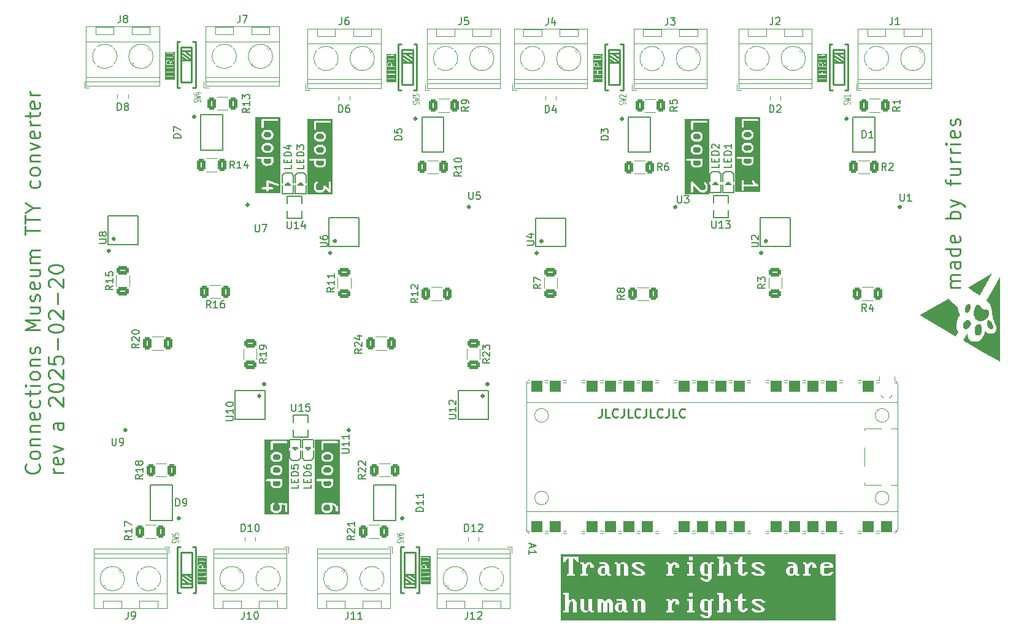
<source format=gbr>
%TF.GenerationSoftware,KiCad,Pcbnew,8.0.1*%
%TF.CreationDate,2025-02-20T00:44:45-08:00*%
%TF.ProjectId,tty2040,74747932-3034-4302-9e6b-696361645f70,a*%
%TF.SameCoordinates,Original*%
%TF.FileFunction,Legend,Top*%
%TF.FilePolarity,Positive*%
%FSLAX46Y46*%
G04 Gerber Fmt 4.6, Leading zero omitted, Abs format (unit mm)*
G04 Created by KiCad (PCBNEW 8.0.1) date 2025-02-20 00:44:45*
%MOMM*%
%LPD*%
G01*
G04 APERTURE LIST*
G04 Aperture macros list*
%AMRoundRect*
0 Rectangle with rounded corners*
0 $1 Rounding radius*
0 $2 $3 $4 $5 $6 $7 $8 $9 X,Y pos of 4 corners*
0 Add a 4 corners polygon primitive as box body*
4,1,4,$2,$3,$4,$5,$6,$7,$8,$9,$2,$3,0*
0 Add four circle primitives for the rounded corners*
1,1,$1+$1,$2,$3*
1,1,$1+$1,$4,$5*
1,1,$1+$1,$6,$7*
1,1,$1+$1,$8,$9*
0 Add four rect primitives between the rounded corners*
20,1,$1+$1,$2,$3,$4,$5,0*
20,1,$1+$1,$4,$5,$6,$7,0*
20,1,$1+$1,$6,$7,$8,$9,0*
20,1,$1+$1,$8,$9,$2,$3,0*%
%AMFreePoly0*
4,1,28,0.178017,0.779942,0.347107,0.720775,0.498792,0.625465,0.625465,0.498792,0.720775,0.347107,0.779942,0.178017,0.800000,0.000000,0.779942,-0.178017,0.720775,-0.347107,0.625465,-0.498792,0.498792,-0.625465,0.347107,-0.720775,0.178017,-0.779942,0.000000,-0.800000,-2.200000,-0.800000,-2.205014,-0.794986,-2.244504,-0.794986,-2.324698,-0.756366,-2.380194,-0.686777,-2.400000,-0.600000,
-2.400000,0.600000,-2.380194,0.686777,-2.324698,0.756366,-2.244504,0.794986,-2.205014,0.794986,-2.200000,0.800000,0.000000,0.800000,0.178017,0.779942,0.178017,0.779942,$1*%
%AMFreePoly1*
4,1,28,0.605014,0.794986,0.644504,0.794986,0.724698,0.756366,0.780194,0.686777,0.800000,0.600000,0.800000,-0.600000,0.780194,-0.686777,0.724698,-0.756366,0.644504,-0.794986,0.605014,-0.794986,0.600000,-0.800000,0.000000,-0.800000,-0.178017,-0.779942,-0.347107,-0.720775,-0.498792,-0.625465,-0.625465,-0.498792,-0.720775,-0.347107,-0.779942,-0.178017,-0.800000,0.000000,-0.779942,0.178017,
-0.720775,0.347107,-0.625465,0.498792,-0.498792,0.625465,-0.347107,0.720775,-0.178017,0.779942,0.000000,0.800000,0.600000,0.800000,0.605014,0.794986,0.605014,0.794986,$1*%
%AMFreePoly2*
4,1,29,0.605014,0.794986,0.644504,0.794986,0.724698,0.756366,0.780194,0.686777,0.800000,0.600000,0.800000,-0.600000,0.780194,-0.686777,0.724698,-0.756366,0.644504,-0.794986,0.605014,-0.794986,0.600000,-0.800000,0.000000,-0.800000,-1.600000,-0.800000,-1.778017,-0.779942,-1.947107,-0.720775,-2.098792,-0.625465,-2.225465,-0.498792,-2.320775,-0.347107,-2.379942,-0.178017,-2.400000,0.000000,
-2.379942,0.178017,-2.320775,0.347107,-2.225465,0.498792,-2.098792,0.625465,-1.947107,0.720775,-1.778017,0.779942,-1.600000,0.800000,0.600000,0.800000,0.605014,0.794986,0.605014,0.794986,$1*%
%AMFreePoly3*
4,1,28,0.178017,0.779942,0.347107,0.720775,0.498792,0.625465,0.625465,0.498792,0.720775,0.347107,0.779942,0.178017,0.800000,0.000000,0.779942,-0.178017,0.720775,-0.347107,0.625465,-0.498792,0.498792,-0.625465,0.347107,-0.720775,0.178017,-0.779942,0.000000,-0.800000,-0.600000,-0.800000,-0.605014,-0.794986,-0.644504,-0.794986,-0.724698,-0.756366,-0.780194,-0.686777,-0.800000,-0.600000,
-0.800000,0.600000,-0.780194,0.686777,-0.724698,0.756366,-0.644504,0.794986,-0.605014,0.794986,-0.600000,0.800000,0.000000,0.800000,0.178017,0.779942,0.178017,0.779942,$1*%
%AMFreePoly4*
4,1,29,1.778017,0.779942,1.947107,0.720775,2.098792,0.625465,2.225465,0.498792,2.320775,0.347107,2.379942,0.178017,2.400000,0.000000,2.379942,-0.178017,2.320775,-0.347107,2.225465,-0.498792,2.098792,-0.625465,1.947107,-0.720775,1.778017,-0.779942,1.600000,-0.800000,0.000000,-0.800000,-0.600000,-0.800000,-0.605014,-0.794986,-0.644504,-0.794986,-0.724698,-0.756366,-0.780194,-0.686777,
-0.800000,-0.600000,-0.800000,0.600000,-0.780194,0.686777,-0.724698,0.756366,-0.644504,0.794986,-0.605014,0.794986,-0.600000,0.800000,1.600000,0.800000,1.778017,0.779942,1.778017,0.779942,$1*%
G04 Aperture macros list end*
%ADD10C,0.250000*%
%ADD11C,0.000000*%
%ADD12C,0.240000*%
%ADD13C,0.300000*%
%ADD14C,0.375000*%
%ADD15C,0.110000*%
%ADD16C,0.100000*%
%ADD17C,0.150000*%
%ADD18C,0.120000*%
%ADD19C,0.200000*%
%ADD20C,3.000000*%
%ADD21R,1.300000X2.300000*%
%ADD22R,2.100000X2.100000*%
%ADD23C,2.100000*%
%ADD24RoundRect,0.250000X0.312500X0.625000X-0.312500X0.625000X-0.312500X-0.625000X0.312500X-0.625000X0*%
%ADD25RoundRect,0.250000X-0.312500X-0.625000X0.312500X-0.625000X0.312500X0.625000X-0.312500X0.625000X0*%
%ADD26R,0.300000X0.600000*%
%ADD27R,0.800000X0.800000*%
%ADD28R,2.160000X0.910000*%
%ADD29R,1.420000X2.450000*%
%ADD30C,2.700000*%
%ADD31R,0.600000X0.800000*%
%ADD32RoundRect,0.250000X0.625000X-0.312500X0.625000X0.312500X-0.625000X0.312500X-0.625000X-0.312500X0*%
%ADD33R,0.590000X1.300000*%
%ADD34RoundRect,0.250000X-0.625000X0.312500X-0.625000X-0.312500X0.625000X-0.312500X0.625000X0.312500X0*%
%ADD35C,2.200000*%
%ADD36C,1.850000*%
%ADD37RoundRect,0.200000X-0.600000X0.600000X-0.600000X-0.600000X0.600000X-0.600000X0.600000X0.600000X0*%
%ADD38FreePoly0,270.000000*%
%ADD39C,1.600000*%
%ADD40RoundRect,0.800000X-0.000010X0.800000X-0.000010X-0.800000X0.000010X-0.800000X0.000010X0.800000X0*%
%ADD41FreePoly1,270.000000*%
%ADD42FreePoly2,270.000000*%
%ADD43FreePoly3,270.000000*%
%ADD44FreePoly4,270.000000*%
G04 APERTURE END LIST*
D10*
X211242238Y-96109336D02*
X209908904Y-96109336D01*
X210099380Y-96109336D02*
X210004142Y-96014098D01*
X210004142Y-96014098D02*
X209908904Y-95823622D01*
X209908904Y-95823622D02*
X209908904Y-95537907D01*
X209908904Y-95537907D02*
X210004142Y-95347431D01*
X210004142Y-95347431D02*
X210194619Y-95252193D01*
X210194619Y-95252193D02*
X211242238Y-95252193D01*
X210194619Y-95252193D02*
X210004142Y-95156955D01*
X210004142Y-95156955D02*
X209908904Y-94966479D01*
X209908904Y-94966479D02*
X209908904Y-94680765D01*
X209908904Y-94680765D02*
X210004142Y-94490288D01*
X210004142Y-94490288D02*
X210194619Y-94395050D01*
X210194619Y-94395050D02*
X211242238Y-94395050D01*
X211242238Y-92585526D02*
X210194619Y-92585526D01*
X210194619Y-92585526D02*
X210004142Y-92680764D01*
X210004142Y-92680764D02*
X209908904Y-92871240D01*
X209908904Y-92871240D02*
X209908904Y-93252193D01*
X209908904Y-93252193D02*
X210004142Y-93442669D01*
X211147000Y-92585526D02*
X211242238Y-92776002D01*
X211242238Y-92776002D02*
X211242238Y-93252193D01*
X211242238Y-93252193D02*
X211147000Y-93442669D01*
X211147000Y-93442669D02*
X210956523Y-93537907D01*
X210956523Y-93537907D02*
X210766047Y-93537907D01*
X210766047Y-93537907D02*
X210575571Y-93442669D01*
X210575571Y-93442669D02*
X210480333Y-93252193D01*
X210480333Y-93252193D02*
X210480333Y-92776002D01*
X210480333Y-92776002D02*
X210385095Y-92585526D01*
X211242238Y-90776002D02*
X209242238Y-90776002D01*
X211147000Y-90776002D02*
X211242238Y-90966478D01*
X211242238Y-90966478D02*
X211242238Y-91347431D01*
X211242238Y-91347431D02*
X211147000Y-91537907D01*
X211147000Y-91537907D02*
X211051761Y-91633145D01*
X211051761Y-91633145D02*
X210861285Y-91728383D01*
X210861285Y-91728383D02*
X210289857Y-91728383D01*
X210289857Y-91728383D02*
X210099380Y-91633145D01*
X210099380Y-91633145D02*
X210004142Y-91537907D01*
X210004142Y-91537907D02*
X209908904Y-91347431D01*
X209908904Y-91347431D02*
X209908904Y-90966478D01*
X209908904Y-90966478D02*
X210004142Y-90776002D01*
X211147000Y-89061716D02*
X211242238Y-89252192D01*
X211242238Y-89252192D02*
X211242238Y-89633145D01*
X211242238Y-89633145D02*
X211147000Y-89823621D01*
X211147000Y-89823621D02*
X210956523Y-89918859D01*
X210956523Y-89918859D02*
X210194619Y-89918859D01*
X210194619Y-89918859D02*
X210004142Y-89823621D01*
X210004142Y-89823621D02*
X209908904Y-89633145D01*
X209908904Y-89633145D02*
X209908904Y-89252192D01*
X209908904Y-89252192D02*
X210004142Y-89061716D01*
X210004142Y-89061716D02*
X210194619Y-88966478D01*
X210194619Y-88966478D02*
X210385095Y-88966478D01*
X210385095Y-88966478D02*
X210575571Y-89918859D01*
X211242238Y-86585525D02*
X209242238Y-86585525D01*
X210004142Y-86585525D02*
X209908904Y-86395049D01*
X209908904Y-86395049D02*
X209908904Y-86014096D01*
X209908904Y-86014096D02*
X210004142Y-85823620D01*
X210004142Y-85823620D02*
X210099380Y-85728382D01*
X210099380Y-85728382D02*
X210289857Y-85633144D01*
X210289857Y-85633144D02*
X210861285Y-85633144D01*
X210861285Y-85633144D02*
X211051761Y-85728382D01*
X211051761Y-85728382D02*
X211147000Y-85823620D01*
X211147000Y-85823620D02*
X211242238Y-86014096D01*
X211242238Y-86014096D02*
X211242238Y-86395049D01*
X211242238Y-86395049D02*
X211147000Y-86585525D01*
X209908904Y-84966477D02*
X211242238Y-84490287D01*
X209908904Y-84014096D02*
X211242238Y-84490287D01*
X211242238Y-84490287D02*
X211718428Y-84680763D01*
X211718428Y-84680763D02*
X211813666Y-84776001D01*
X211813666Y-84776001D02*
X211908904Y-84966477D01*
X209908904Y-82014095D02*
X209908904Y-81252191D01*
X211242238Y-81728381D02*
X209527952Y-81728381D01*
X209527952Y-81728381D02*
X209337476Y-81633143D01*
X209337476Y-81633143D02*
X209242238Y-81442667D01*
X209242238Y-81442667D02*
X209242238Y-81252191D01*
X209908904Y-79728381D02*
X211242238Y-79728381D01*
X209908904Y-80585524D02*
X210956523Y-80585524D01*
X210956523Y-80585524D02*
X211147000Y-80490286D01*
X211147000Y-80490286D02*
X211242238Y-80299810D01*
X211242238Y-80299810D02*
X211242238Y-80014095D01*
X211242238Y-80014095D02*
X211147000Y-79823619D01*
X211147000Y-79823619D02*
X211051761Y-79728381D01*
X211242238Y-78776000D02*
X209908904Y-78776000D01*
X210289857Y-78776000D02*
X210099380Y-78680762D01*
X210099380Y-78680762D02*
X210004142Y-78585524D01*
X210004142Y-78585524D02*
X209908904Y-78395048D01*
X209908904Y-78395048D02*
X209908904Y-78204571D01*
X211242238Y-77537905D02*
X209908904Y-77537905D01*
X210289857Y-77537905D02*
X210099380Y-77442667D01*
X210099380Y-77442667D02*
X210004142Y-77347429D01*
X210004142Y-77347429D02*
X209908904Y-77156953D01*
X209908904Y-77156953D02*
X209908904Y-76966476D01*
X211242238Y-76299810D02*
X209908904Y-76299810D01*
X209242238Y-76299810D02*
X209337476Y-76395048D01*
X209337476Y-76395048D02*
X209432714Y-76299810D01*
X209432714Y-76299810D02*
X209337476Y-76204572D01*
X209337476Y-76204572D02*
X209242238Y-76299810D01*
X209242238Y-76299810D02*
X209432714Y-76299810D01*
X211147000Y-74585524D02*
X211242238Y-74776000D01*
X211242238Y-74776000D02*
X211242238Y-75156953D01*
X211242238Y-75156953D02*
X211147000Y-75347429D01*
X211147000Y-75347429D02*
X210956523Y-75442667D01*
X210956523Y-75442667D02*
X210194619Y-75442667D01*
X210194619Y-75442667D02*
X210004142Y-75347429D01*
X210004142Y-75347429D02*
X209908904Y-75156953D01*
X209908904Y-75156953D02*
X209908904Y-74776000D01*
X209908904Y-74776000D02*
X210004142Y-74585524D01*
X210004142Y-74585524D02*
X210194619Y-74490286D01*
X210194619Y-74490286D02*
X210385095Y-74490286D01*
X210385095Y-74490286D02*
X210575571Y-75442667D01*
X211147000Y-73728381D02*
X211242238Y-73537905D01*
X211242238Y-73537905D02*
X211242238Y-73156953D01*
X211242238Y-73156953D02*
X211147000Y-72966476D01*
X211147000Y-72966476D02*
X210956523Y-72871238D01*
X210956523Y-72871238D02*
X210861285Y-72871238D01*
X210861285Y-72871238D02*
X210670809Y-72966476D01*
X210670809Y-72966476D02*
X210575571Y-73156953D01*
X210575571Y-73156953D02*
X210575571Y-73442667D01*
X210575571Y-73442667D02*
X210480333Y-73633143D01*
X210480333Y-73633143D02*
X210289857Y-73728381D01*
X210289857Y-73728381D02*
X210194619Y-73728381D01*
X210194619Y-73728381D02*
X210004142Y-73633143D01*
X210004142Y-73633143D02*
X209908904Y-73442667D01*
X209908904Y-73442667D02*
X209908904Y-73156953D01*
X209908904Y-73156953D02*
X210004142Y-72966476D01*
D11*
G36*
X209851958Y-97846731D02*
G01*
X210040572Y-98016829D01*
X210372894Y-98326792D01*
X210705215Y-98636754D01*
X210794131Y-98718997D01*
X210883048Y-98801240D01*
X210922478Y-98836109D01*
X210961909Y-98870978D01*
X210970472Y-98992777D01*
X210979036Y-99114577D01*
X210991134Y-99196310D01*
X211003234Y-99278042D01*
X211029192Y-99384924D01*
X211055150Y-99491805D01*
X211079163Y-99566303D01*
X211103175Y-99640802D01*
X211142540Y-99710908D01*
X211181904Y-99781013D01*
X211217946Y-99826832D01*
X211253988Y-99872652D01*
X211253218Y-99883416D01*
X211252448Y-99894181D01*
X211203688Y-99963339D01*
X211154930Y-100032497D01*
X211054531Y-100233685D01*
X210954132Y-100434873D01*
X210916183Y-100548042D01*
X210878235Y-100661210D01*
X210844528Y-100786952D01*
X210810821Y-100912695D01*
X210785424Y-101044724D01*
X210760027Y-101176754D01*
X210758715Y-101409378D01*
X210757402Y-101642001D01*
X210780152Y-101748882D01*
X210802903Y-101855764D01*
X210832189Y-101937496D01*
X210861474Y-102019229D01*
X210902333Y-102094674D01*
X210943192Y-102170120D01*
X210985421Y-102229875D01*
X211027649Y-102289630D01*
X210871480Y-102558931D01*
X210715312Y-102828232D01*
X210711160Y-102854969D01*
X210707008Y-102881706D01*
X205683592Y-99982735D01*
X205683592Y-99968470D01*
X207623171Y-98851214D01*
X209562750Y-97733959D01*
X209613048Y-97705296D01*
X209663344Y-97676635D01*
X209851958Y-97846731D01*
G37*
G36*
X212488277Y-98410949D02*
G01*
X212553025Y-98428029D01*
X212598234Y-98464451D01*
X212643443Y-98500871D01*
X212680048Y-98574300D01*
X212716654Y-98647728D01*
X212721102Y-98767984D01*
X212725551Y-98888240D01*
X212695371Y-98999296D01*
X212665192Y-99110354D01*
X212643821Y-99162762D01*
X212622451Y-99215170D01*
X212576362Y-99307770D01*
X212530275Y-99400370D01*
X212469794Y-99467535D01*
X212409314Y-99534700D01*
X212266215Y-99604018D01*
X212183565Y-99604495D01*
X212100914Y-99604973D01*
X212047276Y-99569476D01*
X211993638Y-99533981D01*
X211960174Y-99462595D01*
X211926710Y-99391211D01*
X211926710Y-99026558D01*
X211962721Y-98907102D01*
X211998731Y-98787646D01*
X212025592Y-98718879D01*
X212052453Y-98650110D01*
X212121612Y-98579708D01*
X212190770Y-98509305D01*
X212259929Y-98465684D01*
X212329087Y-98422061D01*
X212376308Y-98407965D01*
X212423530Y-98393869D01*
X212488277Y-98410949D01*
G37*
G36*
X212365265Y-100628425D02*
G01*
X212434913Y-100641300D01*
X212483990Y-100666337D01*
X212533068Y-100691374D01*
X212596745Y-100756403D01*
X212660422Y-100821432D01*
X212697719Y-100892211D01*
X212735015Y-100962992D01*
X212748957Y-101029626D01*
X212762898Y-101096259D01*
X212761829Y-101123933D01*
X212760760Y-101151605D01*
X212745353Y-101214477D01*
X212729947Y-101277349D01*
X212695157Y-101346507D01*
X212660366Y-101415665D01*
X212618572Y-101478537D01*
X212576777Y-101541408D01*
X212493001Y-101639357D01*
X212409225Y-101737306D01*
X212356582Y-101776119D01*
X212303938Y-101814933D01*
X212222205Y-101853981D01*
X212140472Y-101893029D01*
X212033591Y-101893258D01*
X211926710Y-101893487D01*
X211854732Y-101858142D01*
X211782754Y-101822796D01*
X211738843Y-101771496D01*
X211694932Y-101720196D01*
X211672504Y-101655950D01*
X211650076Y-101591705D01*
X211650076Y-101289923D01*
X211673755Y-101214477D01*
X211697434Y-101139031D01*
X211771789Y-100992099D01*
X211846143Y-100845166D01*
X211920407Y-100776410D01*
X211994671Y-100707655D01*
X212062502Y-100674468D01*
X212130333Y-100641282D01*
X212212974Y-100628416D01*
X212295617Y-100615550D01*
X212365265Y-100628425D01*
G37*
G36*
X213990812Y-101213678D02*
G01*
X214064332Y-101247275D01*
X214106350Y-101287460D01*
X214148366Y-101327645D01*
X214189721Y-101409378D01*
X214231077Y-101491110D01*
X214251442Y-101589906D01*
X214271808Y-101688702D01*
X214270672Y-101847679D01*
X214269537Y-102006656D01*
X214253245Y-102096433D01*
X214236950Y-102186211D01*
X214221773Y-102234750D01*
X214206596Y-102283289D01*
X214169063Y-102382876D01*
X214131531Y-102482463D01*
X214090033Y-102546342D01*
X214048534Y-102610220D01*
X213999849Y-102656753D01*
X213951165Y-102703285D01*
X213888294Y-102731094D01*
X213825422Y-102758903D01*
X213735882Y-102764700D01*
X213646341Y-102770497D01*
X213582221Y-102749200D01*
X213518102Y-102727903D01*
X213454161Y-102670414D01*
X213390220Y-102612926D01*
X213359324Y-102551957D01*
X213328430Y-102490989D01*
X213307793Y-102406000D01*
X213287155Y-102321012D01*
X213285943Y-102088388D01*
X213284730Y-101855764D01*
X213293497Y-101765914D01*
X213302264Y-101676065D01*
X213340651Y-101576525D01*
X213379037Y-101476984D01*
X213433241Y-101396028D01*
X213487445Y-101315071D01*
X213549552Y-101267819D01*
X213611659Y-101220568D01*
X213655670Y-101206834D01*
X213699679Y-101193100D01*
X213808485Y-101186591D01*
X213917291Y-101180081D01*
X213990812Y-101213678D01*
G37*
G36*
X213847026Y-98532490D02*
G01*
X213918925Y-98565836D01*
X213981857Y-98624701D01*
X214044788Y-98683565D01*
X214144042Y-98823625D01*
X214243295Y-98963684D01*
X214320064Y-99036534D01*
X214396834Y-99109385D01*
X214450708Y-99133216D01*
X214504581Y-99157047D01*
X214711982Y-99169965D01*
X214919383Y-99182883D01*
X215039004Y-99220304D01*
X215082534Y-99253506D01*
X215126063Y-99286707D01*
X215164675Y-99344999D01*
X215203285Y-99403290D01*
X215220814Y-99466408D01*
X215238343Y-99529526D01*
X215243625Y-99592397D01*
X215248907Y-99655268D01*
X215244111Y-99711854D01*
X215239316Y-99768438D01*
X215219988Y-99869032D01*
X215200659Y-99969626D01*
X215144964Y-100083411D01*
X215089268Y-100197196D01*
X215020764Y-100280247D01*
X214952260Y-100363298D01*
X214860838Y-100441981D01*
X214769416Y-100520665D01*
X214668360Y-100586265D01*
X214567303Y-100651866D01*
X214491858Y-100689674D01*
X214416413Y-100727482D01*
X214240372Y-100782451D01*
X214127204Y-100789290D01*
X214014036Y-100796129D01*
X213901376Y-100769146D01*
X213788716Y-100742163D01*
X213699421Y-100699213D01*
X213610126Y-100656264D01*
X213506875Y-100548716D01*
X213403626Y-100441168D01*
X213336126Y-100337427D01*
X213268629Y-100233686D01*
X213237421Y-100158240D01*
X213206214Y-100082794D01*
X213188888Y-100013636D01*
X213171560Y-99944478D01*
X213171560Y-99428933D01*
X213200621Y-99293207D01*
X213229680Y-99157480D01*
X213267346Y-99023340D01*
X213305012Y-98889200D01*
X213357676Y-98782918D01*
X213410341Y-98676637D01*
X213465574Y-98615204D01*
X213520809Y-98553770D01*
X213572522Y-98526672D01*
X213624234Y-98499574D01*
X213699679Y-98499360D01*
X213775124Y-98499145D01*
X213847026Y-98532490D01*
G37*
G36*
X215700625Y-94195489D02*
G01*
X215705073Y-94199937D01*
X214836746Y-95701613D01*
X213968418Y-97203289D01*
X213958629Y-97213254D01*
X213948840Y-97223218D01*
X213865366Y-97169243D01*
X213781891Y-97115269D01*
X213554328Y-96970666D01*
X213326765Y-96826061D01*
X213161144Y-96710148D01*
X212995522Y-96594236D01*
X212706314Y-96399920D01*
X212417106Y-96205604D01*
X212374312Y-96169289D01*
X212331516Y-96132976D01*
X215696178Y-94191041D01*
X215700625Y-94195489D01*
G37*
G36*
X215319363Y-100678411D02*
G01*
X215379839Y-100708187D01*
X215440190Y-100755892D01*
X215500541Y-100803597D01*
X215583590Y-100907394D01*
X215666638Y-101011191D01*
X215712234Y-101097959D01*
X215757829Y-101184727D01*
X215782312Y-101268760D01*
X215806795Y-101352794D01*
X215812256Y-101478536D01*
X215817715Y-101604279D01*
X215801063Y-101679725D01*
X215784411Y-101755170D01*
X215771073Y-101787721D01*
X215757736Y-101820271D01*
X215718561Y-101853235D01*
X215679384Y-101886199D01*
X215633089Y-101894884D01*
X215586793Y-101903570D01*
X215529722Y-101888463D01*
X215472650Y-101873357D01*
X215390917Y-101824693D01*
X215309185Y-101776029D01*
X215256339Y-101721590D01*
X215203493Y-101667150D01*
X215140051Y-101561447D01*
X215076610Y-101455744D01*
X215026880Y-101302884D01*
X214977149Y-101150024D01*
X214968700Y-101067550D01*
X214960249Y-100985076D01*
X214975087Y-100899876D01*
X214989923Y-100814676D01*
X215013228Y-100769379D01*
X215036535Y-100724081D01*
X215076234Y-100686359D01*
X215115934Y-100648635D01*
X215258887Y-100648635D01*
X215319363Y-100678411D01*
G37*
G36*
X216736362Y-106353752D02*
G01*
X216717747Y-106346608D01*
X216699132Y-106339465D01*
X214526683Y-105085399D01*
X212354235Y-103831333D01*
X212024471Y-103642014D01*
X211694709Y-103452695D01*
X211701127Y-103434797D01*
X211707544Y-103416900D01*
X211954345Y-102988411D01*
X212201146Y-102559923D01*
X212225106Y-102525343D01*
X212249066Y-102490764D01*
X212267410Y-102490764D01*
X212281991Y-102619651D01*
X212296571Y-102748537D01*
X212321824Y-102849131D01*
X212347077Y-102949725D01*
X212372800Y-103024401D01*
X212398523Y-103099077D01*
X212437899Y-103169005D01*
X212477274Y-103238933D01*
X212532482Y-103310819D01*
X212587689Y-103382706D01*
X212662890Y-103440571D01*
X212738090Y-103498436D01*
X212819903Y-103535532D01*
X212901719Y-103572629D01*
X212986343Y-103593765D01*
X213070968Y-103614901D01*
X213297305Y-103615531D01*
X213523641Y-103616160D01*
X213629512Y-103587229D01*
X213735382Y-103558298D01*
X213804698Y-103533935D01*
X213874015Y-103509572D01*
X213944026Y-103468613D01*
X214014038Y-103427654D01*
X214139982Y-103301858D01*
X214265928Y-103176061D01*
X214342712Y-103062893D01*
X214419497Y-102949725D01*
X214523515Y-102742369D01*
X214561467Y-102638571D01*
X214599418Y-102534774D01*
X214623527Y-102415319D01*
X214647635Y-102295863D01*
X214656347Y-102173265D01*
X214665057Y-102050666D01*
X214682723Y-102050666D01*
X214697251Y-102082550D01*
X214711778Y-102114434D01*
X214761017Y-102181087D01*
X214810256Y-102247739D01*
X214870901Y-102301121D01*
X214931545Y-102354502D01*
X215013100Y-102400110D01*
X215094655Y-102445719D01*
X215172327Y-102472859D01*
X215250000Y-102500000D01*
X215334891Y-102516018D01*
X215419783Y-102532036D01*
X215534236Y-102524363D01*
X215648690Y-102516690D01*
X215737047Y-102493326D01*
X215825406Y-102469964D01*
X215885083Y-102434991D01*
X215944760Y-102400018D01*
X216018448Y-102327465D01*
X216092135Y-102254912D01*
X216145126Y-102165716D01*
X216198117Y-102076519D01*
X216231073Y-101978716D01*
X216264029Y-101880913D01*
X216263826Y-101717447D01*
X216263623Y-101553982D01*
X216199953Y-101371655D01*
X216136283Y-101189328D01*
X216045256Y-100975566D01*
X215954228Y-100761804D01*
X215861715Y-100485170D01*
X215769201Y-100208536D01*
X215731431Y-100051358D01*
X215693661Y-99894179D01*
X215630069Y-99460368D01*
X215566475Y-99026556D01*
X215548727Y-98938267D01*
X215530979Y-98849979D01*
X215491081Y-98724505D01*
X215451182Y-98599032D01*
X215396805Y-98485863D01*
X215342427Y-98372694D01*
X215259818Y-98270098D01*
X215177209Y-98167501D01*
X215090291Y-98092506D01*
X215003372Y-98017512D01*
X214944894Y-97975516D01*
X214886416Y-97933520D01*
X214891767Y-97913058D01*
X214897117Y-97892596D01*
X215799880Y-96328239D01*
X216702642Y-94763882D01*
X216719502Y-94739079D01*
X216736362Y-94714276D01*
X216736362Y-106353752D01*
G37*
D12*
X161786465Y-112890662D02*
X161786465Y-113747805D01*
X161786465Y-113747805D02*
X161729322Y-113919234D01*
X161729322Y-113919234D02*
X161615036Y-114033520D01*
X161615036Y-114033520D02*
X161443608Y-114090662D01*
X161443608Y-114090662D02*
X161329322Y-114090662D01*
X162929322Y-114090662D02*
X162357894Y-114090662D01*
X162357894Y-114090662D02*
X162357894Y-112890662D01*
X164015037Y-113976377D02*
X163957894Y-114033520D01*
X163957894Y-114033520D02*
X163786466Y-114090662D01*
X163786466Y-114090662D02*
X163672180Y-114090662D01*
X163672180Y-114090662D02*
X163500751Y-114033520D01*
X163500751Y-114033520D02*
X163386466Y-113919234D01*
X163386466Y-113919234D02*
X163329323Y-113804948D01*
X163329323Y-113804948D02*
X163272180Y-113576377D01*
X163272180Y-113576377D02*
X163272180Y-113404948D01*
X163272180Y-113404948D02*
X163329323Y-113176377D01*
X163329323Y-113176377D02*
X163386466Y-113062091D01*
X163386466Y-113062091D02*
X163500751Y-112947805D01*
X163500751Y-112947805D02*
X163672180Y-112890662D01*
X163672180Y-112890662D02*
X163786466Y-112890662D01*
X163786466Y-112890662D02*
X163957894Y-112947805D01*
X163957894Y-112947805D02*
X164015037Y-113004948D01*
X164872180Y-112890662D02*
X164872180Y-113747805D01*
X164872180Y-113747805D02*
X164815037Y-113919234D01*
X164815037Y-113919234D02*
X164700751Y-114033520D01*
X164700751Y-114033520D02*
X164529323Y-114090662D01*
X164529323Y-114090662D02*
X164415037Y-114090662D01*
X166015037Y-114090662D02*
X165443609Y-114090662D01*
X165443609Y-114090662D02*
X165443609Y-112890662D01*
X167100752Y-113976377D02*
X167043609Y-114033520D01*
X167043609Y-114033520D02*
X166872181Y-114090662D01*
X166872181Y-114090662D02*
X166757895Y-114090662D01*
X166757895Y-114090662D02*
X166586466Y-114033520D01*
X166586466Y-114033520D02*
X166472181Y-113919234D01*
X166472181Y-113919234D02*
X166415038Y-113804948D01*
X166415038Y-113804948D02*
X166357895Y-113576377D01*
X166357895Y-113576377D02*
X166357895Y-113404948D01*
X166357895Y-113404948D02*
X166415038Y-113176377D01*
X166415038Y-113176377D02*
X166472181Y-113062091D01*
X166472181Y-113062091D02*
X166586466Y-112947805D01*
X166586466Y-112947805D02*
X166757895Y-112890662D01*
X166757895Y-112890662D02*
X166872181Y-112890662D01*
X166872181Y-112890662D02*
X167043609Y-112947805D01*
X167043609Y-112947805D02*
X167100752Y-113004948D01*
X167957895Y-112890662D02*
X167957895Y-113747805D01*
X167957895Y-113747805D02*
X167900752Y-113919234D01*
X167900752Y-113919234D02*
X167786466Y-114033520D01*
X167786466Y-114033520D02*
X167615038Y-114090662D01*
X167615038Y-114090662D02*
X167500752Y-114090662D01*
X169100752Y-114090662D02*
X168529324Y-114090662D01*
X168529324Y-114090662D02*
X168529324Y-112890662D01*
X170186467Y-113976377D02*
X170129324Y-114033520D01*
X170129324Y-114033520D02*
X169957896Y-114090662D01*
X169957896Y-114090662D02*
X169843610Y-114090662D01*
X169843610Y-114090662D02*
X169672181Y-114033520D01*
X169672181Y-114033520D02*
X169557896Y-113919234D01*
X169557896Y-113919234D02*
X169500753Y-113804948D01*
X169500753Y-113804948D02*
X169443610Y-113576377D01*
X169443610Y-113576377D02*
X169443610Y-113404948D01*
X169443610Y-113404948D02*
X169500753Y-113176377D01*
X169500753Y-113176377D02*
X169557896Y-113062091D01*
X169557896Y-113062091D02*
X169672181Y-112947805D01*
X169672181Y-112947805D02*
X169843610Y-112890662D01*
X169843610Y-112890662D02*
X169957896Y-112890662D01*
X169957896Y-112890662D02*
X170129324Y-112947805D01*
X170129324Y-112947805D02*
X170186467Y-113004948D01*
X171043610Y-112890662D02*
X171043610Y-113747805D01*
X171043610Y-113747805D02*
X170986467Y-113919234D01*
X170986467Y-113919234D02*
X170872181Y-114033520D01*
X170872181Y-114033520D02*
X170700753Y-114090662D01*
X170700753Y-114090662D02*
X170586467Y-114090662D01*
X172186467Y-114090662D02*
X171615039Y-114090662D01*
X171615039Y-114090662D02*
X171615039Y-112890662D01*
X173272182Y-113976377D02*
X173215039Y-114033520D01*
X173215039Y-114033520D02*
X173043611Y-114090662D01*
X173043611Y-114090662D02*
X172929325Y-114090662D01*
X172929325Y-114090662D02*
X172757896Y-114033520D01*
X172757896Y-114033520D02*
X172643611Y-113919234D01*
X172643611Y-113919234D02*
X172586468Y-113804948D01*
X172586468Y-113804948D02*
X172529325Y-113576377D01*
X172529325Y-113576377D02*
X172529325Y-113404948D01*
X172529325Y-113404948D02*
X172586468Y-113176377D01*
X172586468Y-113176377D02*
X172643611Y-113062091D01*
X172643611Y-113062091D02*
X172757896Y-112947805D01*
X172757896Y-112947805D02*
X172929325Y-112890662D01*
X172929325Y-112890662D02*
X173043611Y-112890662D01*
X173043611Y-112890662D02*
X173215039Y-112947805D01*
X173215039Y-112947805D02*
X173272182Y-113004948D01*
D11*
G36*
X87167348Y-124641214D02*
G01*
X85674213Y-124638471D01*
X87167348Y-124638471D01*
X87167348Y-124641214D01*
G37*
G36*
X82564736Y-125795026D02*
G01*
X82568415Y-125792542D01*
X82573554Y-125789197D01*
X82564736Y-125795026D01*
G37*
G36*
X82557547Y-125799880D02*
G01*
X82547604Y-125806838D01*
X82557393Y-125799880D01*
X82564736Y-125795026D01*
X82557547Y-125799880D01*
G37*
G36*
X82590536Y-125778412D02*
G01*
X82579412Y-125785384D01*
X82573554Y-125789197D01*
X82579321Y-125785384D01*
X82590488Y-125778412D01*
X82601790Y-125771628D01*
X82590536Y-125778412D01*
G37*
G36*
X82536198Y-125815083D02*
G01*
X82525716Y-125822940D01*
X82515363Y-125830961D01*
X82495042Y-125847483D01*
X82475236Y-125864615D01*
X82455944Y-125882326D01*
X82437167Y-125900583D01*
X82455854Y-125882326D01*
X82475081Y-125864615D01*
X82494849Y-125847483D01*
X82515157Y-125830962D01*
X82536005Y-125815083D01*
X82546170Y-125807858D01*
X82536198Y-125815083D01*
G37*
G36*
X82546170Y-125807858D02*
G01*
X82546808Y-125807395D01*
X82547604Y-125806838D01*
X82546170Y-125807858D01*
G37*
D10*
X84065808Y-120543026D02*
X84161047Y-120638264D01*
X84161047Y-120638264D02*
X84256285Y-120923978D01*
X84256285Y-120923978D02*
X84256285Y-121114454D01*
X84256285Y-121114454D02*
X84161047Y-121400169D01*
X84161047Y-121400169D02*
X83970570Y-121590645D01*
X83970570Y-121590645D02*
X83780094Y-121685883D01*
X83780094Y-121685883D02*
X83399142Y-121781121D01*
X83399142Y-121781121D02*
X83113427Y-121781121D01*
X83113427Y-121781121D02*
X82732475Y-121685883D01*
X82732475Y-121685883D02*
X82541999Y-121590645D01*
X82541999Y-121590645D02*
X82351523Y-121400169D01*
X82351523Y-121400169D02*
X82256285Y-121114454D01*
X82256285Y-121114454D02*
X82256285Y-120923978D01*
X82256285Y-120923978D02*
X82351523Y-120638264D01*
X82351523Y-120638264D02*
X82446761Y-120543026D01*
X84256285Y-119400169D02*
X84161047Y-119590645D01*
X84161047Y-119590645D02*
X84065808Y-119685883D01*
X84065808Y-119685883D02*
X83875332Y-119781121D01*
X83875332Y-119781121D02*
X83303904Y-119781121D01*
X83303904Y-119781121D02*
X83113427Y-119685883D01*
X83113427Y-119685883D02*
X83018189Y-119590645D01*
X83018189Y-119590645D02*
X82922951Y-119400169D01*
X82922951Y-119400169D02*
X82922951Y-119114454D01*
X82922951Y-119114454D02*
X83018189Y-118923978D01*
X83018189Y-118923978D02*
X83113427Y-118828740D01*
X83113427Y-118828740D02*
X83303904Y-118733502D01*
X83303904Y-118733502D02*
X83875332Y-118733502D01*
X83875332Y-118733502D02*
X84065808Y-118828740D01*
X84065808Y-118828740D02*
X84161047Y-118923978D01*
X84161047Y-118923978D02*
X84256285Y-119114454D01*
X84256285Y-119114454D02*
X84256285Y-119400169D01*
X82922951Y-117876359D02*
X84256285Y-117876359D01*
X83113427Y-117876359D02*
X83018189Y-117781121D01*
X83018189Y-117781121D02*
X82922951Y-117590645D01*
X82922951Y-117590645D02*
X82922951Y-117304930D01*
X82922951Y-117304930D02*
X83018189Y-117114454D01*
X83018189Y-117114454D02*
X83208666Y-117019216D01*
X83208666Y-117019216D02*
X84256285Y-117019216D01*
X82922951Y-116066835D02*
X84256285Y-116066835D01*
X83113427Y-116066835D02*
X83018189Y-115971597D01*
X83018189Y-115971597D02*
X82922951Y-115781121D01*
X82922951Y-115781121D02*
X82922951Y-115495406D01*
X82922951Y-115495406D02*
X83018189Y-115304930D01*
X83018189Y-115304930D02*
X83208666Y-115209692D01*
X83208666Y-115209692D02*
X84256285Y-115209692D01*
X84161047Y-113495406D02*
X84256285Y-113685882D01*
X84256285Y-113685882D02*
X84256285Y-114066835D01*
X84256285Y-114066835D02*
X84161047Y-114257311D01*
X84161047Y-114257311D02*
X83970570Y-114352549D01*
X83970570Y-114352549D02*
X83208666Y-114352549D01*
X83208666Y-114352549D02*
X83018189Y-114257311D01*
X83018189Y-114257311D02*
X82922951Y-114066835D01*
X82922951Y-114066835D02*
X82922951Y-113685882D01*
X82922951Y-113685882D02*
X83018189Y-113495406D01*
X83018189Y-113495406D02*
X83208666Y-113400168D01*
X83208666Y-113400168D02*
X83399142Y-113400168D01*
X83399142Y-113400168D02*
X83589618Y-114352549D01*
X84161047Y-111685882D02*
X84256285Y-111876358D01*
X84256285Y-111876358D02*
X84256285Y-112257311D01*
X84256285Y-112257311D02*
X84161047Y-112447787D01*
X84161047Y-112447787D02*
X84065808Y-112543025D01*
X84065808Y-112543025D02*
X83875332Y-112638263D01*
X83875332Y-112638263D02*
X83303904Y-112638263D01*
X83303904Y-112638263D02*
X83113427Y-112543025D01*
X83113427Y-112543025D02*
X83018189Y-112447787D01*
X83018189Y-112447787D02*
X82922951Y-112257311D01*
X82922951Y-112257311D02*
X82922951Y-111876358D01*
X82922951Y-111876358D02*
X83018189Y-111685882D01*
X82922951Y-111114453D02*
X82922951Y-110352549D01*
X82256285Y-110828739D02*
X83970570Y-110828739D01*
X83970570Y-110828739D02*
X84161047Y-110733501D01*
X84161047Y-110733501D02*
X84256285Y-110543025D01*
X84256285Y-110543025D02*
X84256285Y-110352549D01*
X84256285Y-109685882D02*
X82922951Y-109685882D01*
X82256285Y-109685882D02*
X82351523Y-109781120D01*
X82351523Y-109781120D02*
X82446761Y-109685882D01*
X82446761Y-109685882D02*
X82351523Y-109590644D01*
X82351523Y-109590644D02*
X82256285Y-109685882D01*
X82256285Y-109685882D02*
X82446761Y-109685882D01*
X84256285Y-108447787D02*
X84161047Y-108638263D01*
X84161047Y-108638263D02*
X84065808Y-108733501D01*
X84065808Y-108733501D02*
X83875332Y-108828739D01*
X83875332Y-108828739D02*
X83303904Y-108828739D01*
X83303904Y-108828739D02*
X83113427Y-108733501D01*
X83113427Y-108733501D02*
X83018189Y-108638263D01*
X83018189Y-108638263D02*
X82922951Y-108447787D01*
X82922951Y-108447787D02*
X82922951Y-108162072D01*
X82922951Y-108162072D02*
X83018189Y-107971596D01*
X83018189Y-107971596D02*
X83113427Y-107876358D01*
X83113427Y-107876358D02*
X83303904Y-107781120D01*
X83303904Y-107781120D02*
X83875332Y-107781120D01*
X83875332Y-107781120D02*
X84065808Y-107876358D01*
X84065808Y-107876358D02*
X84161047Y-107971596D01*
X84161047Y-107971596D02*
X84256285Y-108162072D01*
X84256285Y-108162072D02*
X84256285Y-108447787D01*
X82922951Y-106923977D02*
X84256285Y-106923977D01*
X83113427Y-106923977D02*
X83018189Y-106828739D01*
X83018189Y-106828739D02*
X82922951Y-106638263D01*
X82922951Y-106638263D02*
X82922951Y-106352548D01*
X82922951Y-106352548D02*
X83018189Y-106162072D01*
X83018189Y-106162072D02*
X83208666Y-106066834D01*
X83208666Y-106066834D02*
X84256285Y-106066834D01*
X84161047Y-105209691D02*
X84256285Y-105019215D01*
X84256285Y-105019215D02*
X84256285Y-104638263D01*
X84256285Y-104638263D02*
X84161047Y-104447786D01*
X84161047Y-104447786D02*
X83970570Y-104352548D01*
X83970570Y-104352548D02*
X83875332Y-104352548D01*
X83875332Y-104352548D02*
X83684856Y-104447786D01*
X83684856Y-104447786D02*
X83589618Y-104638263D01*
X83589618Y-104638263D02*
X83589618Y-104923977D01*
X83589618Y-104923977D02*
X83494380Y-105114453D01*
X83494380Y-105114453D02*
X83303904Y-105209691D01*
X83303904Y-105209691D02*
X83208666Y-105209691D01*
X83208666Y-105209691D02*
X83018189Y-105114453D01*
X83018189Y-105114453D02*
X82922951Y-104923977D01*
X82922951Y-104923977D02*
X82922951Y-104638263D01*
X82922951Y-104638263D02*
X83018189Y-104447786D01*
X84256285Y-101971595D02*
X82256285Y-101971595D01*
X82256285Y-101971595D02*
X83684856Y-101304928D01*
X83684856Y-101304928D02*
X82256285Y-100638262D01*
X82256285Y-100638262D02*
X84256285Y-100638262D01*
X82922951Y-98828738D02*
X84256285Y-98828738D01*
X82922951Y-99685881D02*
X83970570Y-99685881D01*
X83970570Y-99685881D02*
X84161047Y-99590643D01*
X84161047Y-99590643D02*
X84256285Y-99400167D01*
X84256285Y-99400167D02*
X84256285Y-99114452D01*
X84256285Y-99114452D02*
X84161047Y-98923976D01*
X84161047Y-98923976D02*
X84065808Y-98828738D01*
X84161047Y-97971595D02*
X84256285Y-97781119D01*
X84256285Y-97781119D02*
X84256285Y-97400167D01*
X84256285Y-97400167D02*
X84161047Y-97209690D01*
X84161047Y-97209690D02*
X83970570Y-97114452D01*
X83970570Y-97114452D02*
X83875332Y-97114452D01*
X83875332Y-97114452D02*
X83684856Y-97209690D01*
X83684856Y-97209690D02*
X83589618Y-97400167D01*
X83589618Y-97400167D02*
X83589618Y-97685881D01*
X83589618Y-97685881D02*
X83494380Y-97876357D01*
X83494380Y-97876357D02*
X83303904Y-97971595D01*
X83303904Y-97971595D02*
X83208666Y-97971595D01*
X83208666Y-97971595D02*
X83018189Y-97876357D01*
X83018189Y-97876357D02*
X82922951Y-97685881D01*
X82922951Y-97685881D02*
X82922951Y-97400167D01*
X82922951Y-97400167D02*
X83018189Y-97209690D01*
X84161047Y-95495404D02*
X84256285Y-95685880D01*
X84256285Y-95685880D02*
X84256285Y-96066833D01*
X84256285Y-96066833D02*
X84161047Y-96257309D01*
X84161047Y-96257309D02*
X83970570Y-96352547D01*
X83970570Y-96352547D02*
X83208666Y-96352547D01*
X83208666Y-96352547D02*
X83018189Y-96257309D01*
X83018189Y-96257309D02*
X82922951Y-96066833D01*
X82922951Y-96066833D02*
X82922951Y-95685880D01*
X82922951Y-95685880D02*
X83018189Y-95495404D01*
X83018189Y-95495404D02*
X83208666Y-95400166D01*
X83208666Y-95400166D02*
X83399142Y-95400166D01*
X83399142Y-95400166D02*
X83589618Y-96352547D01*
X82922951Y-93685880D02*
X84256285Y-93685880D01*
X82922951Y-94543023D02*
X83970570Y-94543023D01*
X83970570Y-94543023D02*
X84161047Y-94447785D01*
X84161047Y-94447785D02*
X84256285Y-94257309D01*
X84256285Y-94257309D02*
X84256285Y-93971594D01*
X84256285Y-93971594D02*
X84161047Y-93781118D01*
X84161047Y-93781118D02*
X84065808Y-93685880D01*
X84256285Y-92733499D02*
X82922951Y-92733499D01*
X83113427Y-92733499D02*
X83018189Y-92638261D01*
X83018189Y-92638261D02*
X82922951Y-92447785D01*
X82922951Y-92447785D02*
X82922951Y-92162070D01*
X82922951Y-92162070D02*
X83018189Y-91971594D01*
X83018189Y-91971594D02*
X83208666Y-91876356D01*
X83208666Y-91876356D02*
X84256285Y-91876356D01*
X83208666Y-91876356D02*
X83018189Y-91781118D01*
X83018189Y-91781118D02*
X82922951Y-91590642D01*
X82922951Y-91590642D02*
X82922951Y-91304928D01*
X82922951Y-91304928D02*
X83018189Y-91114451D01*
X83018189Y-91114451D02*
X83208666Y-91019213D01*
X83208666Y-91019213D02*
X84256285Y-91019213D01*
X82256285Y-88828736D02*
X82256285Y-87685879D01*
X84256285Y-88257308D02*
X82256285Y-88257308D01*
X82256285Y-87304926D02*
X82256285Y-86162069D01*
X84256285Y-86733498D02*
X82256285Y-86733498D01*
X83303904Y-85114450D02*
X84256285Y-85114450D01*
X82256285Y-85781116D02*
X83303904Y-85114450D01*
X83303904Y-85114450D02*
X82256285Y-84447783D01*
X84161047Y-81400163D02*
X84256285Y-81590639D01*
X84256285Y-81590639D02*
X84256285Y-81971592D01*
X84256285Y-81971592D02*
X84161047Y-82162068D01*
X84161047Y-82162068D02*
X84065808Y-82257306D01*
X84065808Y-82257306D02*
X83875332Y-82352544D01*
X83875332Y-82352544D02*
X83303904Y-82352544D01*
X83303904Y-82352544D02*
X83113427Y-82257306D01*
X83113427Y-82257306D02*
X83018189Y-82162068D01*
X83018189Y-82162068D02*
X82922951Y-81971592D01*
X82922951Y-81971592D02*
X82922951Y-81590639D01*
X82922951Y-81590639D02*
X83018189Y-81400163D01*
X84256285Y-80257306D02*
X84161047Y-80447782D01*
X84161047Y-80447782D02*
X84065808Y-80543020D01*
X84065808Y-80543020D02*
X83875332Y-80638258D01*
X83875332Y-80638258D02*
X83303904Y-80638258D01*
X83303904Y-80638258D02*
X83113427Y-80543020D01*
X83113427Y-80543020D02*
X83018189Y-80447782D01*
X83018189Y-80447782D02*
X82922951Y-80257306D01*
X82922951Y-80257306D02*
X82922951Y-79971591D01*
X82922951Y-79971591D02*
X83018189Y-79781115D01*
X83018189Y-79781115D02*
X83113427Y-79685877D01*
X83113427Y-79685877D02*
X83303904Y-79590639D01*
X83303904Y-79590639D02*
X83875332Y-79590639D01*
X83875332Y-79590639D02*
X84065808Y-79685877D01*
X84065808Y-79685877D02*
X84161047Y-79781115D01*
X84161047Y-79781115D02*
X84256285Y-79971591D01*
X84256285Y-79971591D02*
X84256285Y-80257306D01*
X82922951Y-78733496D02*
X84256285Y-78733496D01*
X83113427Y-78733496D02*
X83018189Y-78638258D01*
X83018189Y-78638258D02*
X82922951Y-78447782D01*
X82922951Y-78447782D02*
X82922951Y-78162067D01*
X82922951Y-78162067D02*
X83018189Y-77971591D01*
X83018189Y-77971591D02*
X83208666Y-77876353D01*
X83208666Y-77876353D02*
X84256285Y-77876353D01*
X82922951Y-77114448D02*
X84256285Y-76638258D01*
X84256285Y-76638258D02*
X82922951Y-76162067D01*
X84161047Y-74638257D02*
X84256285Y-74828733D01*
X84256285Y-74828733D02*
X84256285Y-75209686D01*
X84256285Y-75209686D02*
X84161047Y-75400162D01*
X84161047Y-75400162D02*
X83970570Y-75495400D01*
X83970570Y-75495400D02*
X83208666Y-75495400D01*
X83208666Y-75495400D02*
X83018189Y-75400162D01*
X83018189Y-75400162D02*
X82922951Y-75209686D01*
X82922951Y-75209686D02*
X82922951Y-74828733D01*
X82922951Y-74828733D02*
X83018189Y-74638257D01*
X83018189Y-74638257D02*
X83208666Y-74543019D01*
X83208666Y-74543019D02*
X83399142Y-74543019D01*
X83399142Y-74543019D02*
X83589618Y-75495400D01*
X84256285Y-73685876D02*
X82922951Y-73685876D01*
X83303904Y-73685876D02*
X83113427Y-73590638D01*
X83113427Y-73590638D02*
X83018189Y-73495400D01*
X83018189Y-73495400D02*
X82922951Y-73304924D01*
X82922951Y-73304924D02*
X82922951Y-73114447D01*
X82922951Y-72733495D02*
X82922951Y-71971591D01*
X82256285Y-72447781D02*
X83970570Y-72447781D01*
X83970570Y-72447781D02*
X84161047Y-72352543D01*
X84161047Y-72352543D02*
X84256285Y-72162067D01*
X84256285Y-72162067D02*
X84256285Y-71971591D01*
X84161047Y-70543019D02*
X84256285Y-70733495D01*
X84256285Y-70733495D02*
X84256285Y-71114448D01*
X84256285Y-71114448D02*
X84161047Y-71304924D01*
X84161047Y-71304924D02*
X83970570Y-71400162D01*
X83970570Y-71400162D02*
X83208666Y-71400162D01*
X83208666Y-71400162D02*
X83018189Y-71304924D01*
X83018189Y-71304924D02*
X82922951Y-71114448D01*
X82922951Y-71114448D02*
X82922951Y-70733495D01*
X82922951Y-70733495D02*
X83018189Y-70543019D01*
X83018189Y-70543019D02*
X83208666Y-70447781D01*
X83208666Y-70447781D02*
X83399142Y-70447781D01*
X83399142Y-70447781D02*
X83589618Y-71400162D01*
X84256285Y-69590638D02*
X82922951Y-69590638D01*
X83303904Y-69590638D02*
X83113427Y-69495400D01*
X83113427Y-69495400D02*
X83018189Y-69400162D01*
X83018189Y-69400162D02*
X82922951Y-69209686D01*
X82922951Y-69209686D02*
X82922951Y-69019209D01*
X87476173Y-121685883D02*
X86142839Y-121685883D01*
X86523792Y-121685883D02*
X86333315Y-121590645D01*
X86333315Y-121590645D02*
X86238077Y-121495407D01*
X86238077Y-121495407D02*
X86142839Y-121304931D01*
X86142839Y-121304931D02*
X86142839Y-121114454D01*
X87380935Y-119685883D02*
X87476173Y-119876359D01*
X87476173Y-119876359D02*
X87476173Y-120257312D01*
X87476173Y-120257312D02*
X87380935Y-120447788D01*
X87380935Y-120447788D02*
X87190458Y-120543026D01*
X87190458Y-120543026D02*
X86428554Y-120543026D01*
X86428554Y-120543026D02*
X86238077Y-120447788D01*
X86238077Y-120447788D02*
X86142839Y-120257312D01*
X86142839Y-120257312D02*
X86142839Y-119876359D01*
X86142839Y-119876359D02*
X86238077Y-119685883D01*
X86238077Y-119685883D02*
X86428554Y-119590645D01*
X86428554Y-119590645D02*
X86619030Y-119590645D01*
X86619030Y-119590645D02*
X86809506Y-120543026D01*
X86142839Y-118923978D02*
X87476173Y-118447788D01*
X87476173Y-118447788D02*
X86142839Y-117971597D01*
X87476173Y-114828739D02*
X86428554Y-114828739D01*
X86428554Y-114828739D02*
X86238077Y-114923977D01*
X86238077Y-114923977D02*
X86142839Y-115114453D01*
X86142839Y-115114453D02*
X86142839Y-115495406D01*
X86142839Y-115495406D02*
X86238077Y-115685882D01*
X87380935Y-114828739D02*
X87476173Y-115019215D01*
X87476173Y-115019215D02*
X87476173Y-115495406D01*
X87476173Y-115495406D02*
X87380935Y-115685882D01*
X87380935Y-115685882D02*
X87190458Y-115781120D01*
X87190458Y-115781120D02*
X86999982Y-115781120D01*
X86999982Y-115781120D02*
X86809506Y-115685882D01*
X86809506Y-115685882D02*
X86714268Y-115495406D01*
X86714268Y-115495406D02*
X86714268Y-115019215D01*
X86714268Y-115019215D02*
X86619030Y-114828739D01*
X85666649Y-112447786D02*
X85571411Y-112352548D01*
X85571411Y-112352548D02*
X85476173Y-112162072D01*
X85476173Y-112162072D02*
X85476173Y-111685881D01*
X85476173Y-111685881D02*
X85571411Y-111495405D01*
X85571411Y-111495405D02*
X85666649Y-111400167D01*
X85666649Y-111400167D02*
X85857125Y-111304929D01*
X85857125Y-111304929D02*
X86047601Y-111304929D01*
X86047601Y-111304929D02*
X86333315Y-111400167D01*
X86333315Y-111400167D02*
X87476173Y-112543024D01*
X87476173Y-112543024D02*
X87476173Y-111304929D01*
X85476173Y-110066834D02*
X85476173Y-109876357D01*
X85476173Y-109876357D02*
X85571411Y-109685881D01*
X85571411Y-109685881D02*
X85666649Y-109590643D01*
X85666649Y-109590643D02*
X85857125Y-109495405D01*
X85857125Y-109495405D02*
X86238077Y-109400167D01*
X86238077Y-109400167D02*
X86714268Y-109400167D01*
X86714268Y-109400167D02*
X87095220Y-109495405D01*
X87095220Y-109495405D02*
X87285696Y-109590643D01*
X87285696Y-109590643D02*
X87380935Y-109685881D01*
X87380935Y-109685881D02*
X87476173Y-109876357D01*
X87476173Y-109876357D02*
X87476173Y-110066834D01*
X87476173Y-110066834D02*
X87380935Y-110257310D01*
X87380935Y-110257310D02*
X87285696Y-110352548D01*
X87285696Y-110352548D02*
X87095220Y-110447786D01*
X87095220Y-110447786D02*
X86714268Y-110543024D01*
X86714268Y-110543024D02*
X86238077Y-110543024D01*
X86238077Y-110543024D02*
X85857125Y-110447786D01*
X85857125Y-110447786D02*
X85666649Y-110352548D01*
X85666649Y-110352548D02*
X85571411Y-110257310D01*
X85571411Y-110257310D02*
X85476173Y-110066834D01*
X85666649Y-108638262D02*
X85571411Y-108543024D01*
X85571411Y-108543024D02*
X85476173Y-108352548D01*
X85476173Y-108352548D02*
X85476173Y-107876357D01*
X85476173Y-107876357D02*
X85571411Y-107685881D01*
X85571411Y-107685881D02*
X85666649Y-107590643D01*
X85666649Y-107590643D02*
X85857125Y-107495405D01*
X85857125Y-107495405D02*
X86047601Y-107495405D01*
X86047601Y-107495405D02*
X86333315Y-107590643D01*
X86333315Y-107590643D02*
X87476173Y-108733500D01*
X87476173Y-108733500D02*
X87476173Y-107495405D01*
X85476173Y-105685881D02*
X85476173Y-106638262D01*
X85476173Y-106638262D02*
X86428554Y-106733500D01*
X86428554Y-106733500D02*
X86333315Y-106638262D01*
X86333315Y-106638262D02*
X86238077Y-106447786D01*
X86238077Y-106447786D02*
X86238077Y-105971595D01*
X86238077Y-105971595D02*
X86333315Y-105781119D01*
X86333315Y-105781119D02*
X86428554Y-105685881D01*
X86428554Y-105685881D02*
X86619030Y-105590643D01*
X86619030Y-105590643D02*
X87095220Y-105590643D01*
X87095220Y-105590643D02*
X87285696Y-105685881D01*
X87285696Y-105685881D02*
X87380935Y-105781119D01*
X87380935Y-105781119D02*
X87476173Y-105971595D01*
X87476173Y-105971595D02*
X87476173Y-106447786D01*
X87476173Y-106447786D02*
X87380935Y-106638262D01*
X87380935Y-106638262D02*
X87285696Y-106733500D01*
X86714268Y-104733500D02*
X86714268Y-103209691D01*
X85476173Y-101876358D02*
X85476173Y-101685881D01*
X85476173Y-101685881D02*
X85571411Y-101495405D01*
X85571411Y-101495405D02*
X85666649Y-101400167D01*
X85666649Y-101400167D02*
X85857125Y-101304929D01*
X85857125Y-101304929D02*
X86238077Y-101209691D01*
X86238077Y-101209691D02*
X86714268Y-101209691D01*
X86714268Y-101209691D02*
X87095220Y-101304929D01*
X87095220Y-101304929D02*
X87285696Y-101400167D01*
X87285696Y-101400167D02*
X87380935Y-101495405D01*
X87380935Y-101495405D02*
X87476173Y-101685881D01*
X87476173Y-101685881D02*
X87476173Y-101876358D01*
X87476173Y-101876358D02*
X87380935Y-102066834D01*
X87380935Y-102066834D02*
X87285696Y-102162072D01*
X87285696Y-102162072D02*
X87095220Y-102257310D01*
X87095220Y-102257310D02*
X86714268Y-102352548D01*
X86714268Y-102352548D02*
X86238077Y-102352548D01*
X86238077Y-102352548D02*
X85857125Y-102257310D01*
X85857125Y-102257310D02*
X85666649Y-102162072D01*
X85666649Y-102162072D02*
X85571411Y-102066834D01*
X85571411Y-102066834D02*
X85476173Y-101876358D01*
X85666649Y-100447786D02*
X85571411Y-100352548D01*
X85571411Y-100352548D02*
X85476173Y-100162072D01*
X85476173Y-100162072D02*
X85476173Y-99685881D01*
X85476173Y-99685881D02*
X85571411Y-99495405D01*
X85571411Y-99495405D02*
X85666649Y-99400167D01*
X85666649Y-99400167D02*
X85857125Y-99304929D01*
X85857125Y-99304929D02*
X86047601Y-99304929D01*
X86047601Y-99304929D02*
X86333315Y-99400167D01*
X86333315Y-99400167D02*
X87476173Y-100543024D01*
X87476173Y-100543024D02*
X87476173Y-99304929D01*
X86714268Y-98447786D02*
X86714268Y-96923977D01*
X85666649Y-96066834D02*
X85571411Y-95971596D01*
X85571411Y-95971596D02*
X85476173Y-95781120D01*
X85476173Y-95781120D02*
X85476173Y-95304929D01*
X85476173Y-95304929D02*
X85571411Y-95114453D01*
X85571411Y-95114453D02*
X85666649Y-95019215D01*
X85666649Y-95019215D02*
X85857125Y-94923977D01*
X85857125Y-94923977D02*
X86047601Y-94923977D01*
X86047601Y-94923977D02*
X86333315Y-95019215D01*
X86333315Y-95019215D02*
X87476173Y-96162072D01*
X87476173Y-96162072D02*
X87476173Y-94923977D01*
X85476173Y-93685882D02*
X85476173Y-93495405D01*
X85476173Y-93495405D02*
X85571411Y-93304929D01*
X85571411Y-93304929D02*
X85666649Y-93209691D01*
X85666649Y-93209691D02*
X85857125Y-93114453D01*
X85857125Y-93114453D02*
X86238077Y-93019215D01*
X86238077Y-93019215D02*
X86714268Y-93019215D01*
X86714268Y-93019215D02*
X87095220Y-93114453D01*
X87095220Y-93114453D02*
X87285696Y-93209691D01*
X87285696Y-93209691D02*
X87380935Y-93304929D01*
X87380935Y-93304929D02*
X87476173Y-93495405D01*
X87476173Y-93495405D02*
X87476173Y-93685882D01*
X87476173Y-93685882D02*
X87380935Y-93876358D01*
X87380935Y-93876358D02*
X87285696Y-93971596D01*
X87285696Y-93971596D02*
X87095220Y-94066834D01*
X87095220Y-94066834D02*
X86714268Y-94162072D01*
X86714268Y-94162072D02*
X86238077Y-94162072D01*
X86238077Y-94162072D02*
X85857125Y-94066834D01*
X85857125Y-94066834D02*
X85666649Y-93971596D01*
X85666649Y-93971596D02*
X85571411Y-93876358D01*
X85571411Y-93876358D02*
X85476173Y-93685882D01*
D13*
G36*
X124215170Y-126190293D02*
G01*
X124277828Y-126250785D01*
X124348676Y-126388365D01*
X124350856Y-126698705D01*
X124284353Y-126835763D01*
X124223862Y-126898418D01*
X124086362Y-126969225D01*
X123680889Y-126971537D01*
X123543646Y-126904944D01*
X123480991Y-126844454D01*
X123410141Y-126706872D01*
X123407961Y-126396534D01*
X123474463Y-126259477D01*
X123534955Y-126196820D01*
X123672329Y-126126078D01*
X124079767Y-126124593D01*
X124215170Y-126190293D01*
G37*
G36*
X124443914Y-122959793D02*
G01*
X124446094Y-123270133D01*
X124379591Y-123407191D01*
X124319100Y-123469847D01*
X124181657Y-123540625D01*
X123681016Y-123543027D01*
X123543646Y-123476372D01*
X123480991Y-123415882D01*
X123410141Y-123278300D01*
X123407961Y-122967962D01*
X123447302Y-122886882D01*
X124405667Y-122885521D01*
X124443914Y-122959793D01*
G37*
G36*
X124310410Y-121047436D02*
G01*
X124373065Y-121107926D01*
X124443981Y-121245638D01*
X124445951Y-121460904D01*
X124379591Y-121597667D01*
X124319100Y-121660323D01*
X124181657Y-121731101D01*
X123681016Y-121733503D01*
X123543646Y-121666848D01*
X123480991Y-121606358D01*
X123410074Y-121468645D01*
X123408104Y-121253381D01*
X123474463Y-121116619D01*
X123534955Y-121053962D01*
X123672399Y-120983183D01*
X124173039Y-120980781D01*
X124310410Y-121047436D01*
G37*
G36*
X124310410Y-119237912D02*
G01*
X124373065Y-119298402D01*
X124443981Y-119436114D01*
X124445951Y-119651380D01*
X124379591Y-119788143D01*
X124319100Y-119850799D01*
X124181657Y-119921577D01*
X123681016Y-119923979D01*
X123543646Y-119857324D01*
X123480991Y-119796834D01*
X123410074Y-119659121D01*
X123408104Y-119443857D01*
X123474463Y-119307095D01*
X123534955Y-119244438D01*
X123672399Y-119173659D01*
X124173039Y-119171257D01*
X124310410Y-119237912D01*
G37*
G36*
X125632583Y-127491270D02*
G01*
X122224355Y-127491270D01*
X122224355Y-126357143D01*
X123110361Y-126357143D01*
X123112877Y-126715319D01*
X123111539Y-126719335D01*
X123113055Y-126740673D01*
X123113243Y-126767360D01*
X123115306Y-126772340D01*
X123115688Y-126777715D01*
X123126197Y-126805179D01*
X123223577Y-126994278D01*
X123230879Y-127011907D01*
X123235647Y-127017717D01*
X123237101Y-127020540D01*
X123240094Y-127023136D01*
X123249534Y-127034638D01*
X123347608Y-127129323D01*
X123358870Y-127142309D01*
X123365158Y-127146267D01*
X123367503Y-127148531D01*
X123371162Y-127150046D01*
X123383756Y-127157974D01*
X123555532Y-127241322D01*
X123557978Y-127243768D01*
X123575708Y-127251112D01*
X123601696Y-127263722D01*
X123607071Y-127264103D01*
X123612050Y-127266166D01*
X123641314Y-127269048D01*
X124094523Y-127266463D01*
X124098742Y-127267870D01*
X124120627Y-127266315D01*
X124146768Y-127266166D01*
X124151745Y-127264104D01*
X124157123Y-127263722D01*
X124184586Y-127253212D01*
X124373685Y-127155832D01*
X124391315Y-127148531D01*
X124397125Y-127143762D01*
X124399948Y-127142309D01*
X124402544Y-127139315D01*
X124414045Y-127129877D01*
X124508736Y-127031798D01*
X124521718Y-127020540D01*
X124525674Y-127014254D01*
X124527940Y-127011908D01*
X124529456Y-127008245D01*
X124537383Y-126995654D01*
X124620731Y-126823877D01*
X124623177Y-126821432D01*
X124630521Y-126803701D01*
X124643131Y-126777714D01*
X124643512Y-126772338D01*
X124645575Y-126767360D01*
X124648457Y-126738096D01*
X124645940Y-126379920D01*
X124647279Y-126375905D01*
X124645762Y-126354560D01*
X124645575Y-126327879D01*
X124643512Y-126322900D01*
X124643131Y-126317525D01*
X124632621Y-126290061D01*
X124571514Y-126171398D01*
X124716921Y-126206696D01*
X124965690Y-126369777D01*
X125039731Y-126441260D01*
X125110580Y-126578841D01*
X125113243Y-126957836D01*
X125135641Y-127011908D01*
X125177025Y-127053292D01*
X125231097Y-127075690D01*
X125289625Y-127075690D01*
X125343697Y-127053292D01*
X125385081Y-127011908D01*
X125407479Y-126957836D01*
X125410361Y-126928572D01*
X125407844Y-126570396D01*
X125409183Y-126566381D01*
X125407666Y-126545036D01*
X125407479Y-126518355D01*
X125405416Y-126513376D01*
X125405035Y-126508001D01*
X125394525Y-126480537D01*
X125297146Y-126291438D01*
X125289844Y-126273808D01*
X125285075Y-126267997D01*
X125283622Y-126265175D01*
X125280628Y-126262578D01*
X125271189Y-126251077D01*
X125182082Y-126165048D01*
X125175840Y-126155728D01*
X125153352Y-126137312D01*
X125153220Y-126137184D01*
X125153171Y-126137164D01*
X125153090Y-126137097D01*
X124865254Y-125948406D01*
X124848242Y-125935801D01*
X124843371Y-125934060D01*
X124841428Y-125932787D01*
X124837792Y-125932067D01*
X124820551Y-125925908D01*
X124447815Y-125835424D01*
X124432483Y-125829073D01*
X124414260Y-125827278D01*
X124410510Y-125826368D01*
X124408322Y-125826693D01*
X124403219Y-125826191D01*
X123664613Y-125828881D01*
X123660076Y-125827369D01*
X123637392Y-125828980D01*
X123612050Y-125829073D01*
X123607071Y-125831135D01*
X123601696Y-125831517D01*
X123574232Y-125842027D01*
X123385133Y-125939405D01*
X123367503Y-125946708D01*
X123361692Y-125951476D01*
X123358870Y-125952930D01*
X123356273Y-125955923D01*
X123344772Y-125965363D01*
X123250086Y-126063437D01*
X123237101Y-126074699D01*
X123233142Y-126080987D01*
X123230879Y-126083332D01*
X123229363Y-126086990D01*
X123221436Y-126099584D01*
X123138087Y-126271360D01*
X123135641Y-126273807D01*
X123128293Y-126291544D01*
X123115688Y-126317524D01*
X123115306Y-126322898D01*
X123113243Y-126327879D01*
X123110361Y-126357143D01*
X122224355Y-126357143D01*
X122224355Y-122767359D01*
X122446577Y-122767359D01*
X122468975Y-122821431D01*
X122510359Y-122862815D01*
X122564431Y-122885213D01*
X122593695Y-122888095D01*
X123116464Y-122887352D01*
X123115688Y-122888952D01*
X123115306Y-122894326D01*
X123113243Y-122899307D01*
X123110361Y-122928571D01*
X123112877Y-123286747D01*
X123111539Y-123290763D01*
X123113055Y-123312101D01*
X123113243Y-123338788D01*
X123115306Y-123343768D01*
X123115688Y-123349143D01*
X123126197Y-123376607D01*
X123223577Y-123565706D01*
X123230879Y-123583335D01*
X123235647Y-123589145D01*
X123237101Y-123591968D01*
X123240094Y-123594564D01*
X123249534Y-123606066D01*
X123347608Y-123700751D01*
X123358870Y-123713737D01*
X123365158Y-123717695D01*
X123367503Y-123719959D01*
X123371162Y-123721474D01*
X123383756Y-123729402D01*
X123555532Y-123812750D01*
X123557978Y-123815196D01*
X123575708Y-123822540D01*
X123601696Y-123835150D01*
X123607071Y-123835531D01*
X123612050Y-123837594D01*
X123641314Y-123840476D01*
X124189622Y-123837845D01*
X124193980Y-123839298D01*
X124216221Y-123837717D01*
X124242006Y-123837594D01*
X124246984Y-123835531D01*
X124252360Y-123835150D01*
X124279824Y-123824640D01*
X124468922Y-123727261D01*
X124486554Y-123719959D01*
X124492364Y-123715190D01*
X124495187Y-123713737D01*
X124497783Y-123710742D01*
X124509285Y-123701304D01*
X124603970Y-123603229D01*
X124616956Y-123591968D01*
X124620914Y-123585679D01*
X124623178Y-123583335D01*
X124624693Y-123579675D01*
X124632621Y-123567082D01*
X124715969Y-123395305D01*
X124718415Y-123392860D01*
X124725759Y-123375129D01*
X124738369Y-123349142D01*
X124738750Y-123343766D01*
X124740813Y-123338788D01*
X124743695Y-123309524D01*
X124741178Y-122951348D01*
X124742517Y-122947333D01*
X124741000Y-122925988D01*
X124740813Y-122899307D01*
X124738750Y-122894328D01*
X124738369Y-122888953D01*
X124727859Y-122861489D01*
X124711032Y-122828813D01*
X124718415Y-122821431D01*
X124740813Y-122767359D01*
X124740813Y-122708831D01*
X124718415Y-122654759D01*
X124677031Y-122613375D01*
X124622959Y-122590977D01*
X124593695Y-122588095D01*
X123345212Y-122589868D01*
X123336839Y-122589273D01*
X123335010Y-122589882D01*
X122564431Y-122590977D01*
X122510359Y-122613375D01*
X122468975Y-122654759D01*
X122446577Y-122708831D01*
X122446577Y-122767359D01*
X122224355Y-122767359D01*
X122224355Y-121214285D01*
X123110361Y-121214285D01*
X123112769Y-121477546D01*
X123111539Y-121481239D01*
X123112990Y-121501662D01*
X123113243Y-121529264D01*
X123115306Y-121534244D01*
X123115688Y-121539619D01*
X123126197Y-121567083D01*
X123223577Y-121756182D01*
X123230879Y-121773811D01*
X123235647Y-121779621D01*
X123237101Y-121782444D01*
X123240094Y-121785040D01*
X123249534Y-121796542D01*
X123347608Y-121891227D01*
X123358870Y-121904213D01*
X123365158Y-121908171D01*
X123367503Y-121910435D01*
X123371162Y-121911950D01*
X123383756Y-121919878D01*
X123555532Y-122003226D01*
X123557978Y-122005672D01*
X123575708Y-122013016D01*
X123601696Y-122025626D01*
X123607071Y-122026007D01*
X123612050Y-122028070D01*
X123641314Y-122030952D01*
X124189622Y-122028321D01*
X124193980Y-122029774D01*
X124216221Y-122028193D01*
X124242006Y-122028070D01*
X124246984Y-122026007D01*
X124252360Y-122025626D01*
X124279824Y-122015116D01*
X124468922Y-121917737D01*
X124486554Y-121910435D01*
X124492364Y-121905666D01*
X124495187Y-121904213D01*
X124497783Y-121901218D01*
X124509285Y-121891780D01*
X124603970Y-121793705D01*
X124616956Y-121782444D01*
X124620914Y-121776155D01*
X124623178Y-121773811D01*
X124624693Y-121770151D01*
X124632621Y-121757558D01*
X124715969Y-121585781D01*
X124718415Y-121583336D01*
X124725759Y-121565605D01*
X124738369Y-121539618D01*
X124738750Y-121534242D01*
X124740813Y-121529264D01*
X124743695Y-121500000D01*
X124741286Y-121236739D01*
X124742517Y-121233047D01*
X124741065Y-121212618D01*
X124740813Y-121185021D01*
X124738750Y-121180042D01*
X124738369Y-121174667D01*
X124727859Y-121147203D01*
X124630480Y-120958104D01*
X124623178Y-120940474D01*
X124618409Y-120934663D01*
X124616956Y-120931841D01*
X124613962Y-120929244D01*
X124604523Y-120917743D01*
X124506450Y-120823058D01*
X124495187Y-120810072D01*
X124488898Y-120806113D01*
X124486554Y-120803850D01*
X124482894Y-120802334D01*
X124470301Y-120794407D01*
X124298522Y-120711057D01*
X124296078Y-120708613D01*
X124278348Y-120701269D01*
X124252360Y-120688659D01*
X124246984Y-120688277D01*
X124242006Y-120686215D01*
X124212742Y-120683333D01*
X123664434Y-120685963D01*
X123660076Y-120684511D01*
X123637834Y-120686091D01*
X123612050Y-120686215D01*
X123607071Y-120688277D01*
X123601696Y-120688659D01*
X123574232Y-120699169D01*
X123385133Y-120796547D01*
X123367503Y-120803850D01*
X123361692Y-120808618D01*
X123358870Y-120810072D01*
X123356273Y-120813065D01*
X123344772Y-120822505D01*
X123250086Y-120920579D01*
X123237101Y-120931841D01*
X123233142Y-120938129D01*
X123230879Y-120940474D01*
X123229363Y-120944132D01*
X123221436Y-120956726D01*
X123138087Y-121128502D01*
X123135641Y-121130949D01*
X123128293Y-121148686D01*
X123115688Y-121174666D01*
X123115306Y-121180040D01*
X123113243Y-121185021D01*
X123110361Y-121214285D01*
X122224355Y-121214285D01*
X122224355Y-119404761D01*
X123110361Y-119404761D01*
X123112769Y-119668022D01*
X123111539Y-119671715D01*
X123112990Y-119692138D01*
X123113243Y-119719740D01*
X123115306Y-119724720D01*
X123115688Y-119730095D01*
X123126197Y-119757559D01*
X123223577Y-119946658D01*
X123230879Y-119964287D01*
X123235647Y-119970097D01*
X123237101Y-119972920D01*
X123240094Y-119975516D01*
X123249534Y-119987018D01*
X123347608Y-120081703D01*
X123358870Y-120094689D01*
X123365158Y-120098647D01*
X123367503Y-120100911D01*
X123371162Y-120102426D01*
X123383756Y-120110354D01*
X123555532Y-120193702D01*
X123557978Y-120196148D01*
X123575708Y-120203492D01*
X123601696Y-120216102D01*
X123607071Y-120216483D01*
X123612050Y-120218546D01*
X123641314Y-120221428D01*
X124189622Y-120218797D01*
X124193980Y-120220250D01*
X124216221Y-120218669D01*
X124242006Y-120218546D01*
X124246984Y-120216483D01*
X124252360Y-120216102D01*
X124279824Y-120205592D01*
X124468922Y-120108213D01*
X124486554Y-120100911D01*
X124492364Y-120096142D01*
X124495187Y-120094689D01*
X124497783Y-120091694D01*
X124509285Y-120082256D01*
X124603970Y-119984181D01*
X124616956Y-119972920D01*
X124620914Y-119966631D01*
X124623178Y-119964287D01*
X124624693Y-119960627D01*
X124632621Y-119948034D01*
X124715969Y-119776257D01*
X124718415Y-119773812D01*
X124725759Y-119756081D01*
X124738369Y-119730094D01*
X124738750Y-119724718D01*
X124740813Y-119719740D01*
X124743695Y-119690476D01*
X124741286Y-119427215D01*
X124742517Y-119423523D01*
X124741065Y-119403094D01*
X124740813Y-119375497D01*
X124738750Y-119370518D01*
X124738369Y-119365143D01*
X124727859Y-119337679D01*
X124630480Y-119148580D01*
X124623178Y-119130950D01*
X124618409Y-119125139D01*
X124616956Y-119122317D01*
X124613962Y-119119720D01*
X124604523Y-119108219D01*
X124506450Y-119013534D01*
X124495187Y-119000548D01*
X124488898Y-118996589D01*
X124486554Y-118994326D01*
X124482894Y-118992810D01*
X124470301Y-118984883D01*
X124298522Y-118901533D01*
X124296078Y-118899089D01*
X124278348Y-118891745D01*
X124252360Y-118879135D01*
X124246984Y-118878753D01*
X124242006Y-118876691D01*
X124212742Y-118873809D01*
X123664434Y-118876439D01*
X123660076Y-118874987D01*
X123637834Y-118876567D01*
X123612050Y-118876691D01*
X123607071Y-118878753D01*
X123601696Y-118879135D01*
X123574232Y-118889645D01*
X123385133Y-118987023D01*
X123367503Y-118994326D01*
X123361692Y-118999094D01*
X123358870Y-119000548D01*
X123356273Y-119003541D01*
X123344772Y-119012981D01*
X123250086Y-119111055D01*
X123237101Y-119122317D01*
X123233142Y-119128605D01*
X123230879Y-119130950D01*
X123229363Y-119134608D01*
X123221436Y-119147202D01*
X123138087Y-119318978D01*
X123135641Y-119321425D01*
X123128293Y-119339162D01*
X123115688Y-119365142D01*
X123115306Y-119370516D01*
X123113243Y-119375497D01*
X123110361Y-119404761D01*
X122224355Y-119404761D01*
X122224355Y-117499999D01*
X123110361Y-117499999D01*
X123113243Y-118481644D01*
X123135641Y-118535716D01*
X123177025Y-118577100D01*
X123231097Y-118599498D01*
X123289625Y-118599498D01*
X123343697Y-118577100D01*
X123385081Y-118535716D01*
X123407479Y-118481644D01*
X123410361Y-118452380D01*
X123408004Y-117649789D01*
X125289625Y-117647117D01*
X125343697Y-117624719D01*
X125385081Y-117583335D01*
X125407479Y-117529263D01*
X125407479Y-117470735D01*
X125385081Y-117416663D01*
X125343697Y-117375279D01*
X125289625Y-117352881D01*
X125260361Y-117349999D01*
X123231097Y-117352881D01*
X123177025Y-117375279D01*
X123135641Y-117416663D01*
X123113243Y-117470735D01*
X123110361Y-117499999D01*
X122224355Y-117499999D01*
X122224355Y-117127777D01*
X125632583Y-117127777D01*
X125632583Y-127491270D01*
G37*
G36*
X116193914Y-78459793D02*
G01*
X116196094Y-78770133D01*
X116129591Y-78907191D01*
X116069100Y-78969847D01*
X115931657Y-79040625D01*
X115431016Y-79043027D01*
X115293646Y-78976372D01*
X115230991Y-78915882D01*
X115160141Y-78778300D01*
X115157961Y-78467962D01*
X115197302Y-78386882D01*
X116155667Y-78385521D01*
X116193914Y-78459793D01*
G37*
G36*
X116060410Y-76547436D02*
G01*
X116123065Y-76607926D01*
X116193981Y-76745638D01*
X116195951Y-76960904D01*
X116129591Y-77097667D01*
X116069100Y-77160323D01*
X115931657Y-77231101D01*
X115431016Y-77233503D01*
X115293646Y-77166848D01*
X115230991Y-77106358D01*
X115160074Y-76968645D01*
X115158104Y-76753381D01*
X115224463Y-76616619D01*
X115284955Y-76553962D01*
X115422399Y-76483183D01*
X115923039Y-76480781D01*
X116060410Y-76547436D01*
G37*
G36*
X116060410Y-74737912D02*
G01*
X116123065Y-74798402D01*
X116193981Y-74936114D01*
X116195951Y-75151380D01*
X116129591Y-75288143D01*
X116069100Y-75350799D01*
X115931657Y-75421577D01*
X115431016Y-75423979D01*
X115293646Y-75357324D01*
X115230991Y-75296834D01*
X115160074Y-75159121D01*
X115158104Y-74943857D01*
X115224463Y-74807095D01*
X115284955Y-74744438D01*
X115422399Y-74673659D01*
X115923039Y-74671257D01*
X116060410Y-74737912D01*
G37*
G36*
X117476645Y-83083626D02*
G01*
X113974355Y-83083626D01*
X113974355Y-82457836D01*
X114863243Y-82457836D01*
X114885641Y-82511908D01*
X114927025Y-82553292D01*
X114981097Y-82575690D01*
X115010361Y-82578572D01*
X115529532Y-82577473D01*
X115529910Y-82743550D01*
X115552308Y-82797622D01*
X115593692Y-82839006D01*
X115647764Y-82861404D01*
X115706292Y-82861404D01*
X115760364Y-82839006D01*
X115801748Y-82797622D01*
X115824146Y-82743550D01*
X115827028Y-82714286D01*
X115826715Y-82576845D01*
X116372959Y-82575690D01*
X116427031Y-82553292D01*
X116468415Y-82511908D01*
X116490813Y-82457836D01*
X116490813Y-82399308D01*
X116468415Y-82345236D01*
X116427031Y-82303852D01*
X116372959Y-82281454D01*
X116343695Y-82278572D01*
X115826039Y-82279666D01*
X115824683Y-81683116D01*
X117086840Y-82101204D01*
X117145220Y-82097054D01*
X117197567Y-82070880D01*
X117235914Y-82026666D01*
X117254423Y-81971141D01*
X117250273Y-81912761D01*
X117224099Y-81860414D01*
X117179885Y-81822067D01*
X117153034Y-81810079D01*
X115727688Y-81337936D01*
X115706292Y-81329073D01*
X115700932Y-81329073D01*
X115695788Y-81327369D01*
X115671811Y-81329073D01*
X115647764Y-81329073D01*
X115642783Y-81331135D01*
X115637408Y-81331518D01*
X115615903Y-81342270D01*
X115593692Y-81351471D01*
X115589881Y-81355281D01*
X115585061Y-81357692D01*
X115569309Y-81375853D01*
X115552308Y-81392855D01*
X115550245Y-81397834D01*
X115546714Y-81401906D01*
X115539112Y-81424710D01*
X115529910Y-81446927D01*
X115529156Y-81454580D01*
X115528206Y-81457431D01*
X115528486Y-81461379D01*
X115527028Y-81476191D01*
X115528856Y-82280295D01*
X114981097Y-82281454D01*
X114927025Y-82303852D01*
X114885641Y-82345236D01*
X114863243Y-82399308D01*
X114863243Y-82457836D01*
X113974355Y-82457836D01*
X113974355Y-78267359D01*
X114196577Y-78267359D01*
X114218975Y-78321431D01*
X114260359Y-78362815D01*
X114314431Y-78385213D01*
X114343695Y-78388095D01*
X114866464Y-78387352D01*
X114865688Y-78388952D01*
X114865306Y-78394326D01*
X114863243Y-78399307D01*
X114860361Y-78428571D01*
X114862877Y-78786747D01*
X114861539Y-78790763D01*
X114863055Y-78812101D01*
X114863243Y-78838788D01*
X114865306Y-78843768D01*
X114865688Y-78849143D01*
X114876197Y-78876607D01*
X114973577Y-79065706D01*
X114980879Y-79083335D01*
X114985647Y-79089145D01*
X114987101Y-79091968D01*
X114990094Y-79094564D01*
X114999534Y-79106066D01*
X115097608Y-79200751D01*
X115108870Y-79213737D01*
X115115158Y-79217695D01*
X115117503Y-79219959D01*
X115121162Y-79221474D01*
X115133756Y-79229402D01*
X115305532Y-79312750D01*
X115307978Y-79315196D01*
X115325708Y-79322540D01*
X115351696Y-79335150D01*
X115357071Y-79335531D01*
X115362050Y-79337594D01*
X115391314Y-79340476D01*
X115939622Y-79337845D01*
X115943980Y-79339298D01*
X115966221Y-79337717D01*
X115992006Y-79337594D01*
X115996984Y-79335531D01*
X116002360Y-79335150D01*
X116029824Y-79324640D01*
X116218922Y-79227261D01*
X116236554Y-79219959D01*
X116242364Y-79215190D01*
X116245187Y-79213737D01*
X116247783Y-79210742D01*
X116259285Y-79201304D01*
X116353970Y-79103229D01*
X116366956Y-79091968D01*
X116370914Y-79085679D01*
X116373178Y-79083335D01*
X116374693Y-79079675D01*
X116382621Y-79067082D01*
X116465969Y-78895305D01*
X116468415Y-78892860D01*
X116475759Y-78875129D01*
X116488369Y-78849142D01*
X116488750Y-78843766D01*
X116490813Y-78838788D01*
X116493695Y-78809524D01*
X116491178Y-78451348D01*
X116492517Y-78447333D01*
X116491000Y-78425988D01*
X116490813Y-78399307D01*
X116488750Y-78394328D01*
X116488369Y-78388953D01*
X116477859Y-78361489D01*
X116461032Y-78328813D01*
X116468415Y-78321431D01*
X116490813Y-78267359D01*
X116490813Y-78208831D01*
X116468415Y-78154759D01*
X116427031Y-78113375D01*
X116372959Y-78090977D01*
X116343695Y-78088095D01*
X115095212Y-78089868D01*
X115086839Y-78089273D01*
X115085010Y-78089882D01*
X114314431Y-78090977D01*
X114260359Y-78113375D01*
X114218975Y-78154759D01*
X114196577Y-78208831D01*
X114196577Y-78267359D01*
X113974355Y-78267359D01*
X113974355Y-76714285D01*
X114860361Y-76714285D01*
X114862769Y-76977546D01*
X114861539Y-76981239D01*
X114862990Y-77001662D01*
X114863243Y-77029264D01*
X114865306Y-77034244D01*
X114865688Y-77039619D01*
X114876197Y-77067083D01*
X114973577Y-77256182D01*
X114980879Y-77273811D01*
X114985647Y-77279621D01*
X114987101Y-77282444D01*
X114990094Y-77285040D01*
X114999534Y-77296542D01*
X115097608Y-77391227D01*
X115108870Y-77404213D01*
X115115158Y-77408171D01*
X115117503Y-77410435D01*
X115121162Y-77411950D01*
X115133756Y-77419878D01*
X115305532Y-77503226D01*
X115307978Y-77505672D01*
X115325708Y-77513016D01*
X115351696Y-77525626D01*
X115357071Y-77526007D01*
X115362050Y-77528070D01*
X115391314Y-77530952D01*
X115939622Y-77528321D01*
X115943980Y-77529774D01*
X115966221Y-77528193D01*
X115992006Y-77528070D01*
X115996984Y-77526007D01*
X116002360Y-77525626D01*
X116029824Y-77515116D01*
X116218922Y-77417737D01*
X116236554Y-77410435D01*
X116242364Y-77405666D01*
X116245187Y-77404213D01*
X116247783Y-77401218D01*
X116259285Y-77391780D01*
X116353970Y-77293705D01*
X116366956Y-77282444D01*
X116370914Y-77276155D01*
X116373178Y-77273811D01*
X116374693Y-77270151D01*
X116382621Y-77257558D01*
X116465969Y-77085781D01*
X116468415Y-77083336D01*
X116475759Y-77065605D01*
X116488369Y-77039618D01*
X116488750Y-77034242D01*
X116490813Y-77029264D01*
X116493695Y-77000000D01*
X116491286Y-76736739D01*
X116492517Y-76733047D01*
X116491065Y-76712618D01*
X116490813Y-76685021D01*
X116488750Y-76680042D01*
X116488369Y-76674667D01*
X116477859Y-76647203D01*
X116380480Y-76458104D01*
X116373178Y-76440474D01*
X116368409Y-76434663D01*
X116366956Y-76431841D01*
X116363962Y-76429244D01*
X116354523Y-76417743D01*
X116256450Y-76323058D01*
X116245187Y-76310072D01*
X116238898Y-76306113D01*
X116236554Y-76303850D01*
X116232894Y-76302334D01*
X116220301Y-76294407D01*
X116048522Y-76211057D01*
X116046078Y-76208613D01*
X116028348Y-76201269D01*
X116002360Y-76188659D01*
X115996984Y-76188277D01*
X115992006Y-76186215D01*
X115962742Y-76183333D01*
X115414434Y-76185963D01*
X115410076Y-76184511D01*
X115387834Y-76186091D01*
X115362050Y-76186215D01*
X115357071Y-76188277D01*
X115351696Y-76188659D01*
X115324232Y-76199169D01*
X115135133Y-76296547D01*
X115117503Y-76303850D01*
X115111692Y-76308618D01*
X115108870Y-76310072D01*
X115106273Y-76313065D01*
X115094772Y-76322505D01*
X115000086Y-76420579D01*
X114987101Y-76431841D01*
X114983142Y-76438129D01*
X114980879Y-76440474D01*
X114979363Y-76444132D01*
X114971436Y-76456726D01*
X114888087Y-76628502D01*
X114885641Y-76630949D01*
X114878293Y-76648686D01*
X114865688Y-76674666D01*
X114865306Y-76680040D01*
X114863243Y-76685021D01*
X114860361Y-76714285D01*
X113974355Y-76714285D01*
X113974355Y-74904761D01*
X114860361Y-74904761D01*
X114862769Y-75168022D01*
X114861539Y-75171715D01*
X114862990Y-75192138D01*
X114863243Y-75219740D01*
X114865306Y-75224720D01*
X114865688Y-75230095D01*
X114876197Y-75257559D01*
X114973577Y-75446658D01*
X114980879Y-75464287D01*
X114985647Y-75470097D01*
X114987101Y-75472920D01*
X114990094Y-75475516D01*
X114999534Y-75487018D01*
X115097608Y-75581703D01*
X115108870Y-75594689D01*
X115115158Y-75598647D01*
X115117503Y-75600911D01*
X115121162Y-75602426D01*
X115133756Y-75610354D01*
X115305532Y-75693702D01*
X115307978Y-75696148D01*
X115325708Y-75703492D01*
X115351696Y-75716102D01*
X115357071Y-75716483D01*
X115362050Y-75718546D01*
X115391314Y-75721428D01*
X115939622Y-75718797D01*
X115943980Y-75720250D01*
X115966221Y-75718669D01*
X115992006Y-75718546D01*
X115996984Y-75716483D01*
X116002360Y-75716102D01*
X116029824Y-75705592D01*
X116218922Y-75608213D01*
X116236554Y-75600911D01*
X116242364Y-75596142D01*
X116245187Y-75594689D01*
X116247783Y-75591694D01*
X116259285Y-75582256D01*
X116353970Y-75484181D01*
X116366956Y-75472920D01*
X116370914Y-75466631D01*
X116373178Y-75464287D01*
X116374693Y-75460627D01*
X116382621Y-75448034D01*
X116465969Y-75276257D01*
X116468415Y-75273812D01*
X116475759Y-75256081D01*
X116488369Y-75230094D01*
X116488750Y-75224718D01*
X116490813Y-75219740D01*
X116493695Y-75190476D01*
X116491286Y-74927215D01*
X116492517Y-74923523D01*
X116491065Y-74903094D01*
X116490813Y-74875497D01*
X116488750Y-74870518D01*
X116488369Y-74865143D01*
X116477859Y-74837679D01*
X116380480Y-74648580D01*
X116373178Y-74630950D01*
X116368409Y-74625139D01*
X116366956Y-74622317D01*
X116363962Y-74619720D01*
X116354523Y-74608219D01*
X116256450Y-74513534D01*
X116245187Y-74500548D01*
X116238898Y-74496589D01*
X116236554Y-74494326D01*
X116232894Y-74492810D01*
X116220301Y-74484883D01*
X116048522Y-74401533D01*
X116046078Y-74399089D01*
X116028348Y-74391745D01*
X116002360Y-74379135D01*
X115996984Y-74378753D01*
X115992006Y-74376691D01*
X115962742Y-74373809D01*
X115414434Y-74376439D01*
X115410076Y-74374987D01*
X115387834Y-74376567D01*
X115362050Y-74376691D01*
X115357071Y-74378753D01*
X115351696Y-74379135D01*
X115324232Y-74389645D01*
X115135133Y-74487023D01*
X115117503Y-74494326D01*
X115111692Y-74499094D01*
X115108870Y-74500548D01*
X115106273Y-74503541D01*
X115094772Y-74512981D01*
X115000086Y-74611055D01*
X114987101Y-74622317D01*
X114983142Y-74628605D01*
X114980879Y-74630950D01*
X114979363Y-74634608D01*
X114971436Y-74647202D01*
X114888087Y-74818978D01*
X114885641Y-74821425D01*
X114878293Y-74839162D01*
X114865688Y-74865142D01*
X114865306Y-74870516D01*
X114863243Y-74875497D01*
X114860361Y-74904761D01*
X113974355Y-74904761D01*
X113974355Y-72999999D01*
X114860361Y-72999999D01*
X114863243Y-73981644D01*
X114885641Y-74035716D01*
X114927025Y-74077100D01*
X114981097Y-74099498D01*
X115039625Y-74099498D01*
X115093697Y-74077100D01*
X115135081Y-74035716D01*
X115157479Y-73981644D01*
X115160361Y-73952380D01*
X115158004Y-73149789D01*
X117039625Y-73147117D01*
X117093697Y-73124719D01*
X117135081Y-73083335D01*
X117157479Y-73029263D01*
X117157479Y-72970735D01*
X117135081Y-72916663D01*
X117093697Y-72875279D01*
X117039625Y-72852881D01*
X117010361Y-72849999D01*
X114981097Y-72852881D01*
X114927025Y-72875279D01*
X114885641Y-72916663D01*
X114863243Y-72970735D01*
X114860361Y-72999999D01*
X113974355Y-72999999D01*
X113974355Y-72627777D01*
X117476645Y-72627777D01*
X117476645Y-83083626D01*
G37*
G36*
X123443914Y-78709793D02*
G01*
X123446094Y-79020133D01*
X123379591Y-79157191D01*
X123319100Y-79219847D01*
X123181657Y-79290625D01*
X122681016Y-79293027D01*
X122543646Y-79226372D01*
X122480991Y-79165882D01*
X122410141Y-79028300D01*
X122407961Y-78717962D01*
X122447302Y-78636882D01*
X123405667Y-78635521D01*
X123443914Y-78709793D01*
G37*
G36*
X123310410Y-76797436D02*
G01*
X123373065Y-76857926D01*
X123443981Y-76995638D01*
X123445951Y-77210904D01*
X123379591Y-77347667D01*
X123319100Y-77410323D01*
X123181657Y-77481101D01*
X122681016Y-77483503D01*
X122543646Y-77416848D01*
X122480991Y-77356358D01*
X122410074Y-77218645D01*
X122408104Y-77003381D01*
X122474463Y-76866619D01*
X122534955Y-76803962D01*
X122672399Y-76733183D01*
X123173039Y-76730781D01*
X123310410Y-76797436D01*
G37*
G36*
X123310410Y-74987912D02*
G01*
X123373065Y-75048402D01*
X123443981Y-75186114D01*
X123445951Y-75401380D01*
X123379591Y-75538143D01*
X123319100Y-75600799D01*
X123181657Y-75671577D01*
X122681016Y-75673979D01*
X122543646Y-75607324D01*
X122480991Y-75546834D01*
X122410074Y-75409121D01*
X122408104Y-75193857D01*
X122474463Y-75057095D01*
X122534955Y-74994438D01*
X122672399Y-74923659D01*
X123173039Y-74921257D01*
X123310410Y-74987912D01*
G37*
G36*
X124632583Y-83241270D02*
G01*
X121224355Y-83241270D01*
X121224355Y-81916667D01*
X122110361Y-81916667D01*
X122112991Y-82464976D01*
X122111539Y-82469335D01*
X122113119Y-82491570D01*
X122113243Y-82517360D01*
X122115306Y-82522340D01*
X122115688Y-82527715D01*
X122126197Y-82555179D01*
X122223577Y-82744278D01*
X122230879Y-82761907D01*
X122235647Y-82767717D01*
X122237101Y-82770540D01*
X122240094Y-82773136D01*
X122249534Y-82784638D01*
X122347608Y-82879323D01*
X122358870Y-82892309D01*
X122365158Y-82896267D01*
X122367503Y-82898531D01*
X122371162Y-82900046D01*
X122383756Y-82907974D01*
X122555532Y-82991322D01*
X122557978Y-82993768D01*
X122575708Y-83001112D01*
X122601696Y-83013722D01*
X122607071Y-83014103D01*
X122612050Y-83016166D01*
X122641314Y-83019048D01*
X123094523Y-83016463D01*
X123098742Y-83017870D01*
X123120627Y-83016315D01*
X123146768Y-83016166D01*
X123151745Y-83014104D01*
X123157123Y-83013722D01*
X123184586Y-83003212D01*
X123373685Y-82905832D01*
X123391315Y-82898531D01*
X123397125Y-82893762D01*
X123399948Y-82892309D01*
X123402544Y-82889315D01*
X123414045Y-82879877D01*
X123508736Y-82781798D01*
X123521718Y-82770540D01*
X123525674Y-82764254D01*
X123527940Y-82761908D01*
X123529456Y-82758245D01*
X123537383Y-82745654D01*
X123620731Y-82573877D01*
X123623177Y-82571432D01*
X123630521Y-82553701D01*
X123643131Y-82527714D01*
X123643172Y-82527135D01*
X124160766Y-82977509D01*
X124177025Y-82993768D01*
X124181656Y-82995686D01*
X124185506Y-82999036D01*
X124208585Y-83006841D01*
X124231097Y-83016166D01*
X124236159Y-83016166D01*
X124240949Y-83017786D01*
X124265249Y-83016166D01*
X124289625Y-83016166D01*
X124294300Y-83014229D01*
X124299345Y-83013893D01*
X124321180Y-83003094D01*
X124343697Y-82993768D01*
X124347273Y-82990191D01*
X124351808Y-82987949D01*
X124367851Y-82969613D01*
X124385081Y-82952384D01*
X124387017Y-82947709D01*
X124390349Y-82943902D01*
X124398152Y-82920826D01*
X124407479Y-82898312D01*
X124408182Y-82891170D01*
X124409099Y-82888460D01*
X124408836Y-82884525D01*
X124410361Y-82869048D01*
X124407479Y-81601689D01*
X124385081Y-81547617D01*
X124343697Y-81506233D01*
X124289625Y-81483835D01*
X124231097Y-81483835D01*
X124177025Y-81506233D01*
X124135641Y-81547617D01*
X124113243Y-81601689D01*
X124110361Y-81630953D01*
X124112431Y-82541496D01*
X123598051Y-82093919D01*
X123581793Y-82077661D01*
X123577161Y-82075742D01*
X123573312Y-82072393D01*
X123550232Y-82064587D01*
X123527721Y-82055263D01*
X123522659Y-82055263D01*
X123517869Y-82053643D01*
X123493569Y-82055263D01*
X123469193Y-82055263D01*
X123464517Y-82057199D01*
X123459473Y-82057536D01*
X123437637Y-82068334D01*
X123415121Y-82077661D01*
X123411544Y-82081237D01*
X123407010Y-82083480D01*
X123390963Y-82101818D01*
X123373737Y-82119045D01*
X123371801Y-82123717D01*
X123368469Y-82127526D01*
X123360663Y-82150605D01*
X123351339Y-82173117D01*
X123350635Y-82180258D01*
X123349719Y-82182969D01*
X123349981Y-82186903D01*
X123348457Y-82202381D01*
X123350713Y-82449000D01*
X123284353Y-82585763D01*
X123223862Y-82648418D01*
X123086362Y-82719225D01*
X122680889Y-82721537D01*
X122543646Y-82654944D01*
X122480991Y-82594454D01*
X122410211Y-82457009D01*
X122407809Y-81956370D01*
X122474463Y-81819001D01*
X122575559Y-81714288D01*
X122597956Y-81660216D01*
X122597956Y-81601690D01*
X122575559Y-81547618D01*
X122534173Y-81506232D01*
X122480101Y-81483835D01*
X122421575Y-81483835D01*
X122367503Y-81506232D01*
X122344772Y-81524887D01*
X122250086Y-81622961D01*
X122237101Y-81634223D01*
X122233142Y-81640511D01*
X122230879Y-81642856D01*
X122229363Y-81646514D01*
X122221436Y-81659108D01*
X122138087Y-81830884D01*
X122135641Y-81833331D01*
X122128293Y-81851068D01*
X122115688Y-81877048D01*
X122115306Y-81882422D01*
X122113243Y-81887403D01*
X122110361Y-81916667D01*
X121224355Y-81916667D01*
X121224355Y-78517359D01*
X121446577Y-78517359D01*
X121468975Y-78571431D01*
X121510359Y-78612815D01*
X121564431Y-78635213D01*
X121593695Y-78638095D01*
X122116464Y-78637352D01*
X122115688Y-78638952D01*
X122115306Y-78644326D01*
X122113243Y-78649307D01*
X122110361Y-78678571D01*
X122112877Y-79036747D01*
X122111539Y-79040763D01*
X122113055Y-79062101D01*
X122113243Y-79088788D01*
X122115306Y-79093768D01*
X122115688Y-79099143D01*
X122126197Y-79126607D01*
X122223577Y-79315706D01*
X122230879Y-79333335D01*
X122235647Y-79339145D01*
X122237101Y-79341968D01*
X122240094Y-79344564D01*
X122249534Y-79356066D01*
X122347608Y-79450751D01*
X122358870Y-79463737D01*
X122365158Y-79467695D01*
X122367503Y-79469959D01*
X122371162Y-79471474D01*
X122383756Y-79479402D01*
X122555532Y-79562750D01*
X122557978Y-79565196D01*
X122575708Y-79572540D01*
X122601696Y-79585150D01*
X122607071Y-79585531D01*
X122612050Y-79587594D01*
X122641314Y-79590476D01*
X123189622Y-79587845D01*
X123193980Y-79589298D01*
X123216221Y-79587717D01*
X123242006Y-79587594D01*
X123246984Y-79585531D01*
X123252360Y-79585150D01*
X123279824Y-79574640D01*
X123468922Y-79477261D01*
X123486554Y-79469959D01*
X123492364Y-79465190D01*
X123495187Y-79463737D01*
X123497783Y-79460742D01*
X123509285Y-79451304D01*
X123603970Y-79353229D01*
X123616956Y-79341968D01*
X123620914Y-79335679D01*
X123623178Y-79333335D01*
X123624693Y-79329675D01*
X123632621Y-79317082D01*
X123715969Y-79145305D01*
X123718415Y-79142860D01*
X123725759Y-79125129D01*
X123738369Y-79099142D01*
X123738750Y-79093766D01*
X123740813Y-79088788D01*
X123743695Y-79059524D01*
X123741178Y-78701348D01*
X123742517Y-78697333D01*
X123741000Y-78675988D01*
X123740813Y-78649307D01*
X123738750Y-78644328D01*
X123738369Y-78638953D01*
X123727859Y-78611489D01*
X123711032Y-78578813D01*
X123718415Y-78571431D01*
X123740813Y-78517359D01*
X123740813Y-78458831D01*
X123718415Y-78404759D01*
X123677031Y-78363375D01*
X123622959Y-78340977D01*
X123593695Y-78338095D01*
X122345212Y-78339868D01*
X122336839Y-78339273D01*
X122335010Y-78339882D01*
X121564431Y-78340977D01*
X121510359Y-78363375D01*
X121468975Y-78404759D01*
X121446577Y-78458831D01*
X121446577Y-78517359D01*
X121224355Y-78517359D01*
X121224355Y-76964285D01*
X122110361Y-76964285D01*
X122112769Y-77227546D01*
X122111539Y-77231239D01*
X122112990Y-77251662D01*
X122113243Y-77279264D01*
X122115306Y-77284244D01*
X122115688Y-77289619D01*
X122126197Y-77317083D01*
X122223577Y-77506182D01*
X122230879Y-77523811D01*
X122235647Y-77529621D01*
X122237101Y-77532444D01*
X122240094Y-77535040D01*
X122249534Y-77546542D01*
X122347608Y-77641227D01*
X122358870Y-77654213D01*
X122365158Y-77658171D01*
X122367503Y-77660435D01*
X122371162Y-77661950D01*
X122383756Y-77669878D01*
X122555532Y-77753226D01*
X122557978Y-77755672D01*
X122575708Y-77763016D01*
X122601696Y-77775626D01*
X122607071Y-77776007D01*
X122612050Y-77778070D01*
X122641314Y-77780952D01*
X123189622Y-77778321D01*
X123193980Y-77779774D01*
X123216221Y-77778193D01*
X123242006Y-77778070D01*
X123246984Y-77776007D01*
X123252360Y-77775626D01*
X123279824Y-77765116D01*
X123468922Y-77667737D01*
X123486554Y-77660435D01*
X123492364Y-77655666D01*
X123495187Y-77654213D01*
X123497783Y-77651218D01*
X123509285Y-77641780D01*
X123603970Y-77543705D01*
X123616956Y-77532444D01*
X123620914Y-77526155D01*
X123623178Y-77523811D01*
X123624693Y-77520151D01*
X123632621Y-77507558D01*
X123715969Y-77335781D01*
X123718415Y-77333336D01*
X123725759Y-77315605D01*
X123738369Y-77289618D01*
X123738750Y-77284242D01*
X123740813Y-77279264D01*
X123743695Y-77250000D01*
X123741286Y-76986739D01*
X123742517Y-76983047D01*
X123741065Y-76962618D01*
X123740813Y-76935021D01*
X123738750Y-76930042D01*
X123738369Y-76924667D01*
X123727859Y-76897203D01*
X123630480Y-76708104D01*
X123623178Y-76690474D01*
X123618409Y-76684663D01*
X123616956Y-76681841D01*
X123613962Y-76679244D01*
X123604523Y-76667743D01*
X123506450Y-76573058D01*
X123495187Y-76560072D01*
X123488898Y-76556113D01*
X123486554Y-76553850D01*
X123482894Y-76552334D01*
X123470301Y-76544407D01*
X123298522Y-76461057D01*
X123296078Y-76458613D01*
X123278348Y-76451269D01*
X123252360Y-76438659D01*
X123246984Y-76438277D01*
X123242006Y-76436215D01*
X123212742Y-76433333D01*
X122664434Y-76435963D01*
X122660076Y-76434511D01*
X122637834Y-76436091D01*
X122612050Y-76436215D01*
X122607071Y-76438277D01*
X122601696Y-76438659D01*
X122574232Y-76449169D01*
X122385133Y-76546547D01*
X122367503Y-76553850D01*
X122361692Y-76558618D01*
X122358870Y-76560072D01*
X122356273Y-76563065D01*
X122344772Y-76572505D01*
X122250086Y-76670579D01*
X122237101Y-76681841D01*
X122233142Y-76688129D01*
X122230879Y-76690474D01*
X122229363Y-76694132D01*
X122221436Y-76706726D01*
X122138087Y-76878502D01*
X122135641Y-76880949D01*
X122128293Y-76898686D01*
X122115688Y-76924666D01*
X122115306Y-76930040D01*
X122113243Y-76935021D01*
X122110361Y-76964285D01*
X121224355Y-76964285D01*
X121224355Y-75154761D01*
X122110361Y-75154761D01*
X122112769Y-75418022D01*
X122111539Y-75421715D01*
X122112990Y-75442138D01*
X122113243Y-75469740D01*
X122115306Y-75474720D01*
X122115688Y-75480095D01*
X122126197Y-75507559D01*
X122223577Y-75696658D01*
X122230879Y-75714287D01*
X122235647Y-75720097D01*
X122237101Y-75722920D01*
X122240094Y-75725516D01*
X122249534Y-75737018D01*
X122347608Y-75831703D01*
X122358870Y-75844689D01*
X122365158Y-75848647D01*
X122367503Y-75850911D01*
X122371162Y-75852426D01*
X122383756Y-75860354D01*
X122555532Y-75943702D01*
X122557978Y-75946148D01*
X122575708Y-75953492D01*
X122601696Y-75966102D01*
X122607071Y-75966483D01*
X122612050Y-75968546D01*
X122641314Y-75971428D01*
X123189622Y-75968797D01*
X123193980Y-75970250D01*
X123216221Y-75968669D01*
X123242006Y-75968546D01*
X123246984Y-75966483D01*
X123252360Y-75966102D01*
X123279824Y-75955592D01*
X123468922Y-75858213D01*
X123486554Y-75850911D01*
X123492364Y-75846142D01*
X123495187Y-75844689D01*
X123497783Y-75841694D01*
X123509285Y-75832256D01*
X123603970Y-75734181D01*
X123616956Y-75722920D01*
X123620914Y-75716631D01*
X123623178Y-75714287D01*
X123624693Y-75710627D01*
X123632621Y-75698034D01*
X123715969Y-75526257D01*
X123718415Y-75523812D01*
X123725759Y-75506081D01*
X123738369Y-75480094D01*
X123738750Y-75474718D01*
X123740813Y-75469740D01*
X123743695Y-75440476D01*
X123741286Y-75177215D01*
X123742517Y-75173523D01*
X123741065Y-75153094D01*
X123740813Y-75125497D01*
X123738750Y-75120518D01*
X123738369Y-75115143D01*
X123727859Y-75087679D01*
X123630480Y-74898580D01*
X123623178Y-74880950D01*
X123618409Y-74875139D01*
X123616956Y-74872317D01*
X123613962Y-74869720D01*
X123604523Y-74858219D01*
X123506450Y-74763534D01*
X123495187Y-74750548D01*
X123488898Y-74746589D01*
X123486554Y-74744326D01*
X123482894Y-74742810D01*
X123470301Y-74734883D01*
X123298522Y-74651533D01*
X123296078Y-74649089D01*
X123278348Y-74641745D01*
X123252360Y-74629135D01*
X123246984Y-74628753D01*
X123242006Y-74626691D01*
X123212742Y-74623809D01*
X122664434Y-74626439D01*
X122660076Y-74624987D01*
X122637834Y-74626567D01*
X122612050Y-74626691D01*
X122607071Y-74628753D01*
X122601696Y-74629135D01*
X122574232Y-74639645D01*
X122385133Y-74737023D01*
X122367503Y-74744326D01*
X122361692Y-74749094D01*
X122358870Y-74750548D01*
X122356273Y-74753541D01*
X122344772Y-74762981D01*
X122250086Y-74861055D01*
X122237101Y-74872317D01*
X122233142Y-74878605D01*
X122230879Y-74880950D01*
X122229363Y-74884608D01*
X122221436Y-74897202D01*
X122138087Y-75068978D01*
X122135641Y-75071425D01*
X122128293Y-75089162D01*
X122115688Y-75115142D01*
X122115306Y-75120516D01*
X122113243Y-75125497D01*
X122110361Y-75154761D01*
X121224355Y-75154761D01*
X121224355Y-73249999D01*
X122110361Y-73249999D01*
X122113243Y-74231644D01*
X122135641Y-74285716D01*
X122177025Y-74327100D01*
X122231097Y-74349498D01*
X122289625Y-74349498D01*
X122343697Y-74327100D01*
X122385081Y-74285716D01*
X122407479Y-74231644D01*
X122410361Y-74202380D01*
X122408004Y-73399789D01*
X124289625Y-73397117D01*
X124343697Y-73374719D01*
X124385081Y-73333335D01*
X124407479Y-73279263D01*
X124407479Y-73220735D01*
X124385081Y-73166663D01*
X124343697Y-73125279D01*
X124289625Y-73102881D01*
X124260361Y-73099999D01*
X122231097Y-73102881D01*
X122177025Y-73125279D01*
X122135641Y-73166663D01*
X122113243Y-73220735D01*
X122110361Y-73249999D01*
X121224355Y-73249999D01*
X121224355Y-72877777D01*
X124632583Y-72877777D01*
X124632583Y-83241270D01*
G37*
G36*
X117443914Y-122959793D02*
G01*
X117446094Y-123270133D01*
X117379591Y-123407191D01*
X117319100Y-123469847D01*
X117181657Y-123540625D01*
X116681016Y-123543027D01*
X116543646Y-123476372D01*
X116480991Y-123415882D01*
X116410141Y-123278300D01*
X116407961Y-122967962D01*
X116447302Y-122886882D01*
X117405667Y-122885521D01*
X117443914Y-122959793D01*
G37*
G36*
X117310410Y-121047436D02*
G01*
X117373065Y-121107926D01*
X117443981Y-121245638D01*
X117445951Y-121460904D01*
X117379591Y-121597667D01*
X117319100Y-121660323D01*
X117181657Y-121731101D01*
X116681016Y-121733503D01*
X116543646Y-121666848D01*
X116480991Y-121606358D01*
X116410074Y-121468645D01*
X116408104Y-121253381D01*
X116474463Y-121116619D01*
X116534955Y-121053962D01*
X116672399Y-120983183D01*
X117173039Y-120980781D01*
X117310410Y-121047436D01*
G37*
G36*
X117310410Y-119237912D02*
G01*
X117373065Y-119298402D01*
X117443981Y-119436114D01*
X117445951Y-119651380D01*
X117379591Y-119788143D01*
X117319100Y-119850799D01*
X117181657Y-119921577D01*
X116681016Y-119923979D01*
X116543646Y-119857324D01*
X116480991Y-119796834D01*
X116410074Y-119659121D01*
X116408104Y-119443857D01*
X116474463Y-119307095D01*
X116534955Y-119244438D01*
X116672399Y-119173659D01*
X117173039Y-119171257D01*
X117310410Y-119237912D01*
G37*
G36*
X118632583Y-127491270D02*
G01*
X115224355Y-127491270D01*
X115224355Y-126261905D01*
X116110361Y-126261905D01*
X116112945Y-126715116D01*
X116111539Y-126719335D01*
X116113093Y-126741214D01*
X116113243Y-126767360D01*
X116115306Y-126772340D01*
X116115688Y-126777715D01*
X116126197Y-126805179D01*
X116223577Y-126994278D01*
X116230879Y-127011907D01*
X116235647Y-127017717D01*
X116237101Y-127020540D01*
X116240094Y-127023136D01*
X116249534Y-127034638D01*
X116347608Y-127129323D01*
X116358870Y-127142309D01*
X116365158Y-127146267D01*
X116367503Y-127148531D01*
X116371162Y-127150046D01*
X116383756Y-127157974D01*
X116555532Y-127241322D01*
X116557978Y-127243768D01*
X116575708Y-127251112D01*
X116601696Y-127263722D01*
X116607071Y-127264103D01*
X116612050Y-127266166D01*
X116641314Y-127269048D01*
X117094523Y-127266463D01*
X117098742Y-127267870D01*
X117120627Y-127266315D01*
X117146768Y-127266166D01*
X117151745Y-127264104D01*
X117157123Y-127263722D01*
X117184586Y-127253212D01*
X117373685Y-127155832D01*
X117391315Y-127148531D01*
X117397125Y-127143762D01*
X117399948Y-127142309D01*
X117402544Y-127139315D01*
X117414045Y-127129877D01*
X117508736Y-127031798D01*
X117521718Y-127020540D01*
X117525674Y-127014254D01*
X117527940Y-127011908D01*
X117529456Y-127008245D01*
X117537383Y-126995654D01*
X117620731Y-126823877D01*
X117623177Y-126821432D01*
X117630521Y-126803701D01*
X117643131Y-126777714D01*
X117643512Y-126772338D01*
X117645575Y-126767360D01*
X117648457Y-126738096D01*
X117645872Y-126284885D01*
X117647279Y-126280667D01*
X117645724Y-126258782D01*
X117645575Y-126232641D01*
X117643512Y-126227662D01*
X117643131Y-126222287D01*
X117632621Y-126194823D01*
X117612878Y-126156485D01*
X118110752Y-126204804D01*
X118113243Y-127053074D01*
X118135641Y-127107146D01*
X118177025Y-127148530D01*
X118231097Y-127170928D01*
X118289625Y-127170928D01*
X118343697Y-127148530D01*
X118385081Y-127107146D01*
X118407479Y-127053074D01*
X118410361Y-127023810D01*
X118407583Y-126077724D01*
X118409661Y-126056949D01*
X118407501Y-126049791D01*
X118407479Y-126042165D01*
X118399087Y-126021905D01*
X118392754Y-126000917D01*
X118387972Y-125995072D01*
X118385081Y-125988093D01*
X118369575Y-125972587D01*
X118355693Y-125955620D01*
X118349037Y-125952049D01*
X118343697Y-125946709D01*
X118323439Y-125938317D01*
X118304118Y-125927953D01*
X118293070Y-125925738D01*
X118289625Y-125924311D01*
X118285951Y-125924311D01*
X118275286Y-125922173D01*
X117343747Y-125831767D01*
X117337242Y-125829073D01*
X117315983Y-125829073D01*
X117293500Y-125826891D01*
X117286269Y-125829073D01*
X117278716Y-125829073D01*
X117258456Y-125837464D01*
X117237468Y-125843798D01*
X117231622Y-125848580D01*
X117224644Y-125851471D01*
X117209141Y-125866973D01*
X117192171Y-125880858D01*
X117188599Y-125887515D01*
X117183259Y-125892856D01*
X117174870Y-125913108D01*
X117164504Y-125932433D01*
X117163752Y-125939951D01*
X117160862Y-125946929D01*
X117160862Y-125968851D01*
X117158680Y-125990671D01*
X117160862Y-125997902D01*
X117160862Y-126005455D01*
X117169253Y-126025714D01*
X117175587Y-126046703D01*
X117180369Y-126052548D01*
X117183260Y-126059527D01*
X117201915Y-126082258D01*
X117277828Y-126155547D01*
X117348634Y-126293046D01*
X117350946Y-126698520D01*
X117284353Y-126835763D01*
X117223862Y-126898418D01*
X117086362Y-126969225D01*
X116680889Y-126971537D01*
X116543646Y-126904944D01*
X116480991Y-126844454D01*
X116410183Y-126706953D01*
X116407871Y-126301481D01*
X116474463Y-126164239D01*
X116575559Y-126059526D01*
X116597956Y-126005454D01*
X116597956Y-125946928D01*
X116575559Y-125892856D01*
X116534173Y-125851470D01*
X116480101Y-125829073D01*
X116421575Y-125829073D01*
X116367503Y-125851470D01*
X116344772Y-125870125D01*
X116250086Y-125968199D01*
X116237101Y-125979461D01*
X116233142Y-125985749D01*
X116230879Y-125988094D01*
X116229363Y-125991752D01*
X116221436Y-126004346D01*
X116138087Y-126176122D01*
X116135641Y-126178569D01*
X116128293Y-126196306D01*
X116115688Y-126222286D01*
X116115306Y-126227660D01*
X116113243Y-126232641D01*
X116110361Y-126261905D01*
X115224355Y-126261905D01*
X115224355Y-122767359D01*
X115446577Y-122767359D01*
X115468975Y-122821431D01*
X115510359Y-122862815D01*
X115564431Y-122885213D01*
X115593695Y-122888095D01*
X116116464Y-122887352D01*
X116115688Y-122888952D01*
X116115306Y-122894326D01*
X116113243Y-122899307D01*
X116110361Y-122928571D01*
X116112877Y-123286747D01*
X116111539Y-123290763D01*
X116113055Y-123312101D01*
X116113243Y-123338788D01*
X116115306Y-123343768D01*
X116115688Y-123349143D01*
X116126197Y-123376607D01*
X116223577Y-123565706D01*
X116230879Y-123583335D01*
X116235647Y-123589145D01*
X116237101Y-123591968D01*
X116240094Y-123594564D01*
X116249534Y-123606066D01*
X116347608Y-123700751D01*
X116358870Y-123713737D01*
X116365158Y-123717695D01*
X116367503Y-123719959D01*
X116371162Y-123721474D01*
X116383756Y-123729402D01*
X116555532Y-123812750D01*
X116557978Y-123815196D01*
X116575708Y-123822540D01*
X116601696Y-123835150D01*
X116607071Y-123835531D01*
X116612050Y-123837594D01*
X116641314Y-123840476D01*
X117189622Y-123837845D01*
X117193980Y-123839298D01*
X117216221Y-123837717D01*
X117242006Y-123837594D01*
X117246984Y-123835531D01*
X117252360Y-123835150D01*
X117279824Y-123824640D01*
X117468922Y-123727261D01*
X117486554Y-123719959D01*
X117492364Y-123715190D01*
X117495187Y-123713737D01*
X117497783Y-123710742D01*
X117509285Y-123701304D01*
X117603970Y-123603229D01*
X117616956Y-123591968D01*
X117620914Y-123585679D01*
X117623178Y-123583335D01*
X117624693Y-123579675D01*
X117632621Y-123567082D01*
X117715969Y-123395305D01*
X117718415Y-123392860D01*
X117725759Y-123375129D01*
X117738369Y-123349142D01*
X117738750Y-123343766D01*
X117740813Y-123338788D01*
X117743695Y-123309524D01*
X117741178Y-122951348D01*
X117742517Y-122947333D01*
X117741000Y-122925988D01*
X117740813Y-122899307D01*
X117738750Y-122894328D01*
X117738369Y-122888953D01*
X117727859Y-122861489D01*
X117711032Y-122828813D01*
X117718415Y-122821431D01*
X117740813Y-122767359D01*
X117740813Y-122708831D01*
X117718415Y-122654759D01*
X117677031Y-122613375D01*
X117622959Y-122590977D01*
X117593695Y-122588095D01*
X116345212Y-122589868D01*
X116336839Y-122589273D01*
X116335010Y-122589882D01*
X115564431Y-122590977D01*
X115510359Y-122613375D01*
X115468975Y-122654759D01*
X115446577Y-122708831D01*
X115446577Y-122767359D01*
X115224355Y-122767359D01*
X115224355Y-121214285D01*
X116110361Y-121214285D01*
X116112769Y-121477546D01*
X116111539Y-121481239D01*
X116112990Y-121501662D01*
X116113243Y-121529264D01*
X116115306Y-121534244D01*
X116115688Y-121539619D01*
X116126197Y-121567083D01*
X116223577Y-121756182D01*
X116230879Y-121773811D01*
X116235647Y-121779621D01*
X116237101Y-121782444D01*
X116240094Y-121785040D01*
X116249534Y-121796542D01*
X116347608Y-121891227D01*
X116358870Y-121904213D01*
X116365158Y-121908171D01*
X116367503Y-121910435D01*
X116371162Y-121911950D01*
X116383756Y-121919878D01*
X116555532Y-122003226D01*
X116557978Y-122005672D01*
X116575708Y-122013016D01*
X116601696Y-122025626D01*
X116607071Y-122026007D01*
X116612050Y-122028070D01*
X116641314Y-122030952D01*
X117189622Y-122028321D01*
X117193980Y-122029774D01*
X117216221Y-122028193D01*
X117242006Y-122028070D01*
X117246984Y-122026007D01*
X117252360Y-122025626D01*
X117279824Y-122015116D01*
X117468922Y-121917737D01*
X117486554Y-121910435D01*
X117492364Y-121905666D01*
X117495187Y-121904213D01*
X117497783Y-121901218D01*
X117509285Y-121891780D01*
X117603970Y-121793705D01*
X117616956Y-121782444D01*
X117620914Y-121776155D01*
X117623178Y-121773811D01*
X117624693Y-121770151D01*
X117632621Y-121757558D01*
X117715969Y-121585781D01*
X117718415Y-121583336D01*
X117725759Y-121565605D01*
X117738369Y-121539618D01*
X117738750Y-121534242D01*
X117740813Y-121529264D01*
X117743695Y-121500000D01*
X117741286Y-121236739D01*
X117742517Y-121233047D01*
X117741065Y-121212618D01*
X117740813Y-121185021D01*
X117738750Y-121180042D01*
X117738369Y-121174667D01*
X117727859Y-121147203D01*
X117630480Y-120958104D01*
X117623178Y-120940474D01*
X117618409Y-120934663D01*
X117616956Y-120931841D01*
X117613962Y-120929244D01*
X117604523Y-120917743D01*
X117506450Y-120823058D01*
X117495187Y-120810072D01*
X117488898Y-120806113D01*
X117486554Y-120803850D01*
X117482894Y-120802334D01*
X117470301Y-120794407D01*
X117298522Y-120711057D01*
X117296078Y-120708613D01*
X117278348Y-120701269D01*
X117252360Y-120688659D01*
X117246984Y-120688277D01*
X117242006Y-120686215D01*
X117212742Y-120683333D01*
X116664434Y-120685963D01*
X116660076Y-120684511D01*
X116637834Y-120686091D01*
X116612050Y-120686215D01*
X116607071Y-120688277D01*
X116601696Y-120688659D01*
X116574232Y-120699169D01*
X116385133Y-120796547D01*
X116367503Y-120803850D01*
X116361692Y-120808618D01*
X116358870Y-120810072D01*
X116356273Y-120813065D01*
X116344772Y-120822505D01*
X116250086Y-120920579D01*
X116237101Y-120931841D01*
X116233142Y-120938129D01*
X116230879Y-120940474D01*
X116229363Y-120944132D01*
X116221436Y-120956726D01*
X116138087Y-121128502D01*
X116135641Y-121130949D01*
X116128293Y-121148686D01*
X116115688Y-121174666D01*
X116115306Y-121180040D01*
X116113243Y-121185021D01*
X116110361Y-121214285D01*
X115224355Y-121214285D01*
X115224355Y-119404761D01*
X116110361Y-119404761D01*
X116112769Y-119668022D01*
X116111539Y-119671715D01*
X116112990Y-119692138D01*
X116113243Y-119719740D01*
X116115306Y-119724720D01*
X116115688Y-119730095D01*
X116126197Y-119757559D01*
X116223577Y-119946658D01*
X116230879Y-119964287D01*
X116235647Y-119970097D01*
X116237101Y-119972920D01*
X116240094Y-119975516D01*
X116249534Y-119987018D01*
X116347608Y-120081703D01*
X116358870Y-120094689D01*
X116365158Y-120098647D01*
X116367503Y-120100911D01*
X116371162Y-120102426D01*
X116383756Y-120110354D01*
X116555532Y-120193702D01*
X116557978Y-120196148D01*
X116575708Y-120203492D01*
X116601696Y-120216102D01*
X116607071Y-120216483D01*
X116612050Y-120218546D01*
X116641314Y-120221428D01*
X117189622Y-120218797D01*
X117193980Y-120220250D01*
X117216221Y-120218669D01*
X117242006Y-120218546D01*
X117246984Y-120216483D01*
X117252360Y-120216102D01*
X117279824Y-120205592D01*
X117468922Y-120108213D01*
X117486554Y-120100911D01*
X117492364Y-120096142D01*
X117495187Y-120094689D01*
X117497783Y-120091694D01*
X117509285Y-120082256D01*
X117603970Y-119984181D01*
X117616956Y-119972920D01*
X117620914Y-119966631D01*
X117623178Y-119964287D01*
X117624693Y-119960627D01*
X117632621Y-119948034D01*
X117715969Y-119776257D01*
X117718415Y-119773812D01*
X117725759Y-119756081D01*
X117738369Y-119730094D01*
X117738750Y-119724718D01*
X117740813Y-119719740D01*
X117743695Y-119690476D01*
X117741286Y-119427215D01*
X117742517Y-119423523D01*
X117741065Y-119403094D01*
X117740813Y-119375497D01*
X117738750Y-119370518D01*
X117738369Y-119365143D01*
X117727859Y-119337679D01*
X117630480Y-119148580D01*
X117623178Y-119130950D01*
X117618409Y-119125139D01*
X117616956Y-119122317D01*
X117613962Y-119119720D01*
X117604523Y-119108219D01*
X117506450Y-119013534D01*
X117495187Y-119000548D01*
X117488898Y-118996589D01*
X117486554Y-118994326D01*
X117482894Y-118992810D01*
X117470301Y-118984883D01*
X117298522Y-118901533D01*
X117296078Y-118899089D01*
X117278348Y-118891745D01*
X117252360Y-118879135D01*
X117246984Y-118878753D01*
X117242006Y-118876691D01*
X117212742Y-118873809D01*
X116664434Y-118876439D01*
X116660076Y-118874987D01*
X116637834Y-118876567D01*
X116612050Y-118876691D01*
X116607071Y-118878753D01*
X116601696Y-118879135D01*
X116574232Y-118889645D01*
X116385133Y-118987023D01*
X116367503Y-118994326D01*
X116361692Y-118999094D01*
X116358870Y-119000548D01*
X116356273Y-119003541D01*
X116344772Y-119012981D01*
X116250086Y-119111055D01*
X116237101Y-119122317D01*
X116233142Y-119128605D01*
X116230879Y-119130950D01*
X116229363Y-119134608D01*
X116221436Y-119147202D01*
X116138087Y-119318978D01*
X116135641Y-119321425D01*
X116128293Y-119339162D01*
X116115688Y-119365142D01*
X116115306Y-119370516D01*
X116113243Y-119375497D01*
X116110361Y-119404761D01*
X115224355Y-119404761D01*
X115224355Y-117499999D01*
X116110361Y-117499999D01*
X116113243Y-118481644D01*
X116135641Y-118535716D01*
X116177025Y-118577100D01*
X116231097Y-118599498D01*
X116289625Y-118599498D01*
X116343697Y-118577100D01*
X116385081Y-118535716D01*
X116407479Y-118481644D01*
X116410361Y-118452380D01*
X116408004Y-117649789D01*
X118289625Y-117647117D01*
X118343697Y-117624719D01*
X118385081Y-117583335D01*
X118407479Y-117529263D01*
X118407479Y-117470735D01*
X118385081Y-117416663D01*
X118343697Y-117375279D01*
X118289625Y-117352881D01*
X118260361Y-117349999D01*
X116231097Y-117352881D01*
X116177025Y-117375279D01*
X116135641Y-117416663D01*
X116113243Y-117470735D01*
X116110361Y-117499999D01*
X115224355Y-117499999D01*
X115224355Y-117127777D01*
X118632583Y-117127777D01*
X118632583Y-127491270D01*
G37*
G36*
X182443914Y-78447888D02*
G01*
X182446094Y-78758228D01*
X182379591Y-78895286D01*
X182319100Y-78957942D01*
X182181657Y-79028720D01*
X181681016Y-79031122D01*
X181543646Y-78964467D01*
X181480991Y-78903977D01*
X181410141Y-78766395D01*
X181407961Y-78456057D01*
X181447302Y-78374977D01*
X182405667Y-78373616D01*
X182443914Y-78447888D01*
G37*
G36*
X182310410Y-76535531D02*
G01*
X182373065Y-76596021D01*
X182443981Y-76733733D01*
X182445951Y-76948999D01*
X182379591Y-77085762D01*
X182319100Y-77148418D01*
X182181657Y-77219196D01*
X181681016Y-77221598D01*
X181543646Y-77154943D01*
X181480991Y-77094453D01*
X181410074Y-76956740D01*
X181408104Y-76741476D01*
X181474463Y-76604714D01*
X181534955Y-76542057D01*
X181672399Y-76471278D01*
X182173039Y-76468876D01*
X182310410Y-76535531D01*
G37*
G36*
X182310410Y-74726007D02*
G01*
X182373065Y-74786497D01*
X182443981Y-74924209D01*
X182445951Y-75139475D01*
X182379591Y-75276238D01*
X182319100Y-75338894D01*
X182181657Y-75409672D01*
X181681016Y-75412074D01*
X181543646Y-75345419D01*
X181480991Y-75284929D01*
X181410074Y-75147216D01*
X181408104Y-74931952D01*
X181474463Y-74795190D01*
X181534955Y-74732533D01*
X181672399Y-74661754D01*
X182173039Y-74659352D01*
X182310410Y-74726007D01*
G37*
G36*
X183632582Y-82976483D02*
G01*
X180224355Y-82976483D01*
X180224355Y-81464286D01*
X181110361Y-81464286D01*
X181113243Y-82636407D01*
X181135641Y-82690479D01*
X181177025Y-82731863D01*
X181231097Y-82754261D01*
X181289625Y-82754261D01*
X181343697Y-82731863D01*
X181385081Y-82690479D01*
X181407479Y-82636407D01*
X181410361Y-82607143D01*
X181409324Y-82185502D01*
X183246260Y-82182893D01*
X183260518Y-82185714D01*
X183274822Y-82182853D01*
X183289625Y-82182832D01*
X183303346Y-82177148D01*
X183317907Y-82174236D01*
X183330116Y-82166059D01*
X183343697Y-82160434D01*
X183354200Y-82149930D01*
X183366537Y-82141669D01*
X183374687Y-82129443D01*
X183385081Y-82119050D01*
X183390765Y-82105327D01*
X183399003Y-82092971D01*
X183401854Y-82078557D01*
X183407479Y-82064978D01*
X183407479Y-82050120D01*
X183410360Y-82035556D01*
X183407479Y-82021149D01*
X183407479Y-82006450D01*
X183401794Y-81992727D01*
X183398883Y-81978167D01*
X183390705Y-81965955D01*
X183385081Y-81952378D01*
X183374579Y-81941876D01*
X183366316Y-81929537D01*
X183343803Y-81911100D01*
X183343697Y-81910994D01*
X183343649Y-81910974D01*
X183343566Y-81910906D01*
X183078932Y-81737425D01*
X182910237Y-81571955D01*
X182807432Y-81372318D01*
X182763217Y-81333972D01*
X182707695Y-81315464D01*
X182649314Y-81319612D01*
X182596965Y-81345787D01*
X182558619Y-81390002D01*
X182540111Y-81445524D01*
X182544259Y-81503905D01*
X182554769Y-81531368D01*
X182652147Y-81720466D01*
X182659450Y-81738097D01*
X182664218Y-81743907D01*
X182665672Y-81746730D01*
X182668666Y-81749326D01*
X182678105Y-81760828D01*
X182806082Y-81886359D01*
X181408593Y-81888343D01*
X181407479Y-81435022D01*
X181385081Y-81380950D01*
X181343697Y-81339566D01*
X181289625Y-81317168D01*
X181231097Y-81317168D01*
X181177025Y-81339566D01*
X181135641Y-81380950D01*
X181113243Y-81435022D01*
X181110361Y-81464286D01*
X180224355Y-81464286D01*
X180224355Y-78255454D01*
X180446577Y-78255454D01*
X180468975Y-78309526D01*
X180510359Y-78350910D01*
X180564431Y-78373308D01*
X180593695Y-78376190D01*
X181116464Y-78375447D01*
X181115688Y-78377047D01*
X181115306Y-78382421D01*
X181113243Y-78387402D01*
X181110361Y-78416666D01*
X181112877Y-78774842D01*
X181111539Y-78778858D01*
X181113055Y-78800196D01*
X181113243Y-78826883D01*
X181115306Y-78831863D01*
X181115688Y-78837238D01*
X181126197Y-78864702D01*
X181223577Y-79053801D01*
X181230879Y-79071430D01*
X181235647Y-79077240D01*
X181237101Y-79080063D01*
X181240094Y-79082659D01*
X181249534Y-79094161D01*
X181347608Y-79188846D01*
X181358870Y-79201832D01*
X181365158Y-79205790D01*
X181367503Y-79208054D01*
X181371162Y-79209569D01*
X181383756Y-79217497D01*
X181555532Y-79300845D01*
X181557978Y-79303291D01*
X181575708Y-79310635D01*
X181601696Y-79323245D01*
X181607071Y-79323626D01*
X181612050Y-79325689D01*
X181641314Y-79328571D01*
X182189622Y-79325940D01*
X182193980Y-79327393D01*
X182216221Y-79325812D01*
X182242006Y-79325689D01*
X182246984Y-79323626D01*
X182252360Y-79323245D01*
X182279824Y-79312735D01*
X182468922Y-79215356D01*
X182486554Y-79208054D01*
X182492364Y-79203285D01*
X182495187Y-79201832D01*
X182497783Y-79198837D01*
X182509285Y-79189399D01*
X182603970Y-79091324D01*
X182616956Y-79080063D01*
X182620914Y-79073774D01*
X182623178Y-79071430D01*
X182624693Y-79067770D01*
X182632621Y-79055177D01*
X182715969Y-78883400D01*
X182718415Y-78880955D01*
X182725759Y-78863224D01*
X182738369Y-78837237D01*
X182738750Y-78831861D01*
X182740813Y-78826883D01*
X182743695Y-78797619D01*
X182741178Y-78439443D01*
X182742517Y-78435428D01*
X182741000Y-78414083D01*
X182740813Y-78387402D01*
X182738750Y-78382423D01*
X182738369Y-78377048D01*
X182727859Y-78349584D01*
X182711032Y-78316908D01*
X182718415Y-78309526D01*
X182740813Y-78255454D01*
X182740813Y-78196926D01*
X182718415Y-78142854D01*
X182677031Y-78101470D01*
X182622959Y-78079072D01*
X182593695Y-78076190D01*
X181345212Y-78077963D01*
X181336839Y-78077368D01*
X181335010Y-78077977D01*
X180564431Y-78079072D01*
X180510359Y-78101470D01*
X180468975Y-78142854D01*
X180446577Y-78196926D01*
X180446577Y-78255454D01*
X180224355Y-78255454D01*
X180224355Y-76702380D01*
X181110361Y-76702380D01*
X181112769Y-76965641D01*
X181111539Y-76969334D01*
X181112990Y-76989757D01*
X181113243Y-77017359D01*
X181115306Y-77022339D01*
X181115688Y-77027714D01*
X181126197Y-77055178D01*
X181223577Y-77244277D01*
X181230879Y-77261906D01*
X181235647Y-77267716D01*
X181237101Y-77270539D01*
X181240094Y-77273135D01*
X181249534Y-77284637D01*
X181347608Y-77379322D01*
X181358870Y-77392308D01*
X181365158Y-77396266D01*
X181367503Y-77398530D01*
X181371162Y-77400045D01*
X181383756Y-77407973D01*
X181555532Y-77491321D01*
X181557978Y-77493767D01*
X181575708Y-77501111D01*
X181601696Y-77513721D01*
X181607071Y-77514102D01*
X181612050Y-77516165D01*
X181641314Y-77519047D01*
X182189622Y-77516416D01*
X182193980Y-77517869D01*
X182216221Y-77516288D01*
X182242006Y-77516165D01*
X182246984Y-77514102D01*
X182252360Y-77513721D01*
X182279824Y-77503211D01*
X182468922Y-77405832D01*
X182486554Y-77398530D01*
X182492364Y-77393761D01*
X182495187Y-77392308D01*
X182497783Y-77389313D01*
X182509285Y-77379875D01*
X182603970Y-77281800D01*
X182616956Y-77270539D01*
X182620914Y-77264250D01*
X182623178Y-77261906D01*
X182624693Y-77258246D01*
X182632621Y-77245653D01*
X182715969Y-77073876D01*
X182718415Y-77071431D01*
X182725759Y-77053700D01*
X182738369Y-77027713D01*
X182738750Y-77022337D01*
X182740813Y-77017359D01*
X182743695Y-76988095D01*
X182741286Y-76724834D01*
X182742517Y-76721142D01*
X182741065Y-76700713D01*
X182740813Y-76673116D01*
X182738750Y-76668137D01*
X182738369Y-76662762D01*
X182727859Y-76635298D01*
X182630480Y-76446199D01*
X182623178Y-76428569D01*
X182618409Y-76422758D01*
X182616956Y-76419936D01*
X182613962Y-76417339D01*
X182604523Y-76405838D01*
X182506450Y-76311153D01*
X182495187Y-76298167D01*
X182488898Y-76294208D01*
X182486554Y-76291945D01*
X182482894Y-76290429D01*
X182470301Y-76282502D01*
X182298522Y-76199152D01*
X182296078Y-76196708D01*
X182278348Y-76189364D01*
X182252360Y-76176754D01*
X182246984Y-76176372D01*
X182242006Y-76174310D01*
X182212742Y-76171428D01*
X181664434Y-76174058D01*
X181660076Y-76172606D01*
X181637834Y-76174186D01*
X181612050Y-76174310D01*
X181607071Y-76176372D01*
X181601696Y-76176754D01*
X181574232Y-76187264D01*
X181385133Y-76284642D01*
X181367503Y-76291945D01*
X181361692Y-76296713D01*
X181358870Y-76298167D01*
X181356273Y-76301160D01*
X181344772Y-76310600D01*
X181250086Y-76408674D01*
X181237101Y-76419936D01*
X181233142Y-76426224D01*
X181230879Y-76428569D01*
X181229363Y-76432227D01*
X181221436Y-76444821D01*
X181138087Y-76616597D01*
X181135641Y-76619044D01*
X181128293Y-76636781D01*
X181115688Y-76662761D01*
X181115306Y-76668135D01*
X181113243Y-76673116D01*
X181110361Y-76702380D01*
X180224355Y-76702380D01*
X180224355Y-74892856D01*
X181110361Y-74892856D01*
X181112769Y-75156117D01*
X181111539Y-75159810D01*
X181112990Y-75180233D01*
X181113243Y-75207835D01*
X181115306Y-75212815D01*
X181115688Y-75218190D01*
X181126197Y-75245654D01*
X181223577Y-75434753D01*
X181230879Y-75452382D01*
X181235647Y-75458192D01*
X181237101Y-75461015D01*
X181240094Y-75463611D01*
X181249534Y-75475113D01*
X181347608Y-75569798D01*
X181358870Y-75582784D01*
X181365158Y-75586742D01*
X181367503Y-75589006D01*
X181371162Y-75590521D01*
X181383756Y-75598449D01*
X181555532Y-75681797D01*
X181557978Y-75684243D01*
X181575708Y-75691587D01*
X181601696Y-75704197D01*
X181607071Y-75704578D01*
X181612050Y-75706641D01*
X181641314Y-75709523D01*
X182189622Y-75706892D01*
X182193980Y-75708345D01*
X182216221Y-75706764D01*
X182242006Y-75706641D01*
X182246984Y-75704578D01*
X182252360Y-75704197D01*
X182279824Y-75693687D01*
X182468922Y-75596308D01*
X182486554Y-75589006D01*
X182492364Y-75584237D01*
X182495187Y-75582784D01*
X182497783Y-75579789D01*
X182509285Y-75570351D01*
X182603970Y-75472276D01*
X182616956Y-75461015D01*
X182620914Y-75454726D01*
X182623178Y-75452382D01*
X182624693Y-75448722D01*
X182632621Y-75436129D01*
X182715969Y-75264352D01*
X182718415Y-75261907D01*
X182725759Y-75244176D01*
X182738369Y-75218189D01*
X182738750Y-75212813D01*
X182740813Y-75207835D01*
X182743695Y-75178571D01*
X182741286Y-74915310D01*
X182742517Y-74911618D01*
X182741065Y-74891189D01*
X182740813Y-74863592D01*
X182738750Y-74858613D01*
X182738369Y-74853238D01*
X182727859Y-74825774D01*
X182630480Y-74636675D01*
X182623178Y-74619045D01*
X182618409Y-74613234D01*
X182616956Y-74610412D01*
X182613962Y-74607815D01*
X182604523Y-74596314D01*
X182506450Y-74501629D01*
X182495187Y-74488643D01*
X182488898Y-74484684D01*
X182486554Y-74482421D01*
X182482894Y-74480905D01*
X182470301Y-74472978D01*
X182298522Y-74389628D01*
X182296078Y-74387184D01*
X182278348Y-74379840D01*
X182252360Y-74367230D01*
X182246984Y-74366848D01*
X182242006Y-74364786D01*
X182212742Y-74361904D01*
X181664434Y-74364534D01*
X181660076Y-74363082D01*
X181637834Y-74364662D01*
X181612050Y-74364786D01*
X181607071Y-74366848D01*
X181601696Y-74367230D01*
X181574232Y-74377740D01*
X181385133Y-74475118D01*
X181367503Y-74482421D01*
X181361692Y-74487189D01*
X181358870Y-74488643D01*
X181356273Y-74491636D01*
X181344772Y-74501076D01*
X181250086Y-74599150D01*
X181237101Y-74610412D01*
X181233142Y-74616700D01*
X181230879Y-74619045D01*
X181229363Y-74622703D01*
X181221436Y-74635297D01*
X181138087Y-74807073D01*
X181135641Y-74809520D01*
X181128293Y-74827257D01*
X181115688Y-74853237D01*
X181115306Y-74858611D01*
X181113243Y-74863592D01*
X181110361Y-74892856D01*
X180224355Y-74892856D01*
X180224355Y-72988094D01*
X181110361Y-72988094D01*
X181113243Y-73969739D01*
X181135641Y-74023811D01*
X181177025Y-74065195D01*
X181231097Y-74087593D01*
X181289625Y-74087593D01*
X181343697Y-74065195D01*
X181385081Y-74023811D01*
X181407479Y-73969739D01*
X181410361Y-73940475D01*
X181408004Y-73137884D01*
X183289625Y-73135212D01*
X183343697Y-73112814D01*
X183385081Y-73071430D01*
X183407479Y-73017358D01*
X183407479Y-72958830D01*
X183385081Y-72904758D01*
X183343697Y-72863374D01*
X183289625Y-72840976D01*
X183260361Y-72838094D01*
X181231097Y-72840976D01*
X181177025Y-72863374D01*
X181135641Y-72904758D01*
X181113243Y-72958830D01*
X181110361Y-72988094D01*
X180224355Y-72988094D01*
X180224355Y-72615872D01*
X183632582Y-72615872D01*
X183632582Y-82976483D01*
G37*
G36*
X175443914Y-78709793D02*
G01*
X175446094Y-79020133D01*
X175379591Y-79157191D01*
X175319100Y-79219847D01*
X175181657Y-79290625D01*
X174681016Y-79293027D01*
X174543646Y-79226372D01*
X174480991Y-79165882D01*
X174410141Y-79028300D01*
X174407961Y-78717962D01*
X174447302Y-78636882D01*
X175405667Y-78635521D01*
X175443914Y-78709793D01*
G37*
G36*
X175310410Y-76797436D02*
G01*
X175373065Y-76857926D01*
X175443981Y-76995638D01*
X175445951Y-77210904D01*
X175379591Y-77347667D01*
X175319100Y-77410323D01*
X175181657Y-77481101D01*
X174681016Y-77483503D01*
X174543646Y-77416848D01*
X174480991Y-77356358D01*
X174410074Y-77218645D01*
X174408104Y-77003381D01*
X174474463Y-76866619D01*
X174534955Y-76803962D01*
X174672399Y-76733183D01*
X175173039Y-76730781D01*
X175310410Y-76797436D01*
G37*
G36*
X175310410Y-74987912D02*
G01*
X175373065Y-75048402D01*
X175443981Y-75186114D01*
X175445951Y-75401380D01*
X175379591Y-75538143D01*
X175319100Y-75600799D01*
X175181657Y-75671577D01*
X174681016Y-75673979D01*
X174543646Y-75607324D01*
X174480991Y-75546834D01*
X174410074Y-75409121D01*
X174408104Y-75193857D01*
X174474463Y-75057095D01*
X174534955Y-74994438D01*
X174672399Y-74923659D01*
X175173039Y-74921257D01*
X175310410Y-74987912D01*
G37*
G36*
X176632583Y-83241270D02*
G01*
X173224355Y-83241270D01*
X173224355Y-81630953D01*
X174110361Y-81630953D01*
X174113243Y-82898312D01*
X174135641Y-82952384D01*
X174177025Y-82993768D01*
X174231097Y-83016166D01*
X174289625Y-83016166D01*
X174343697Y-82993768D01*
X174385081Y-82952384D01*
X174407479Y-82898312D01*
X174410361Y-82869048D01*
X174408362Y-81990197D01*
X175282440Y-82861218D01*
X175284720Y-82865777D01*
X175302421Y-82881129D01*
X175319884Y-82898531D01*
X175324863Y-82900593D01*
X175328934Y-82904124D01*
X175355785Y-82916112D01*
X175640945Y-83008410D01*
X175659669Y-83016166D01*
X175667198Y-83016907D01*
X175670172Y-83017870D01*
X175674121Y-83017589D01*
X175688933Y-83019048D01*
X175857546Y-83016836D01*
X175860647Y-83017870D01*
X175879186Y-83016552D01*
X175908673Y-83016166D01*
X175913650Y-83014104D01*
X175919028Y-83013722D01*
X175946491Y-83003212D01*
X176135589Y-82905833D01*
X176153220Y-82898531D01*
X176159030Y-82893762D01*
X176161853Y-82892309D01*
X176164449Y-82889314D01*
X176175951Y-82879876D01*
X176270636Y-82781801D01*
X176283622Y-82770540D01*
X176287580Y-82764251D01*
X176289844Y-82761907D01*
X176291359Y-82758247D01*
X176299287Y-82745654D01*
X176382635Y-82573877D01*
X176385081Y-82571432D01*
X176392425Y-82553701D01*
X176405035Y-82527714D01*
X176405416Y-82522338D01*
X176407479Y-82517360D01*
X176410361Y-82488096D01*
X176407776Y-82034885D01*
X176409183Y-82030667D01*
X176407628Y-82008782D01*
X176407479Y-81982641D01*
X176405416Y-81977662D01*
X176405035Y-81972287D01*
X176394525Y-81944823D01*
X176297146Y-81755724D01*
X176289844Y-81738094D01*
X176285075Y-81732283D01*
X176283622Y-81729461D01*
X176280628Y-81726864D01*
X176271189Y-81715363D01*
X176153220Y-81601470D01*
X176099148Y-81579073D01*
X176040622Y-81579073D01*
X175986550Y-81601470D01*
X175945164Y-81642856D01*
X175922767Y-81696928D01*
X175922767Y-81755454D01*
X175945164Y-81809526D01*
X175963819Y-81832257D01*
X176039731Y-81905546D01*
X176110538Y-82043046D01*
X176112850Y-82448520D01*
X176046257Y-82585763D01*
X175985767Y-82648418D01*
X175847807Y-82719462D01*
X175719080Y-82721150D01*
X175487737Y-82646271D01*
X174343696Y-81506232D01*
X174312022Y-81493112D01*
X174289625Y-81483835D01*
X174231097Y-81483835D01*
X174208700Y-81493112D01*
X174177026Y-81506232D01*
X174135640Y-81547618D01*
X174122611Y-81579073D01*
X174113243Y-81601689D01*
X174110361Y-81630953D01*
X173224355Y-81630953D01*
X173224355Y-78517359D01*
X173446577Y-78517359D01*
X173468975Y-78571431D01*
X173510359Y-78612815D01*
X173564431Y-78635213D01*
X173593695Y-78638095D01*
X174116464Y-78637352D01*
X174115688Y-78638952D01*
X174115306Y-78644326D01*
X174113243Y-78649307D01*
X174110361Y-78678571D01*
X174112877Y-79036747D01*
X174111539Y-79040763D01*
X174113055Y-79062101D01*
X174113243Y-79088788D01*
X174115306Y-79093768D01*
X174115688Y-79099143D01*
X174126197Y-79126607D01*
X174223577Y-79315706D01*
X174230879Y-79333335D01*
X174235647Y-79339145D01*
X174237101Y-79341968D01*
X174240094Y-79344564D01*
X174249534Y-79356066D01*
X174347608Y-79450751D01*
X174358870Y-79463737D01*
X174365158Y-79467695D01*
X174367503Y-79469959D01*
X174371162Y-79471474D01*
X174383756Y-79479402D01*
X174555532Y-79562750D01*
X174557978Y-79565196D01*
X174575708Y-79572540D01*
X174601696Y-79585150D01*
X174607071Y-79585531D01*
X174612050Y-79587594D01*
X174641314Y-79590476D01*
X175189622Y-79587845D01*
X175193980Y-79589298D01*
X175216221Y-79587717D01*
X175242006Y-79587594D01*
X175246984Y-79585531D01*
X175252360Y-79585150D01*
X175279824Y-79574640D01*
X175468922Y-79477261D01*
X175486554Y-79469959D01*
X175492364Y-79465190D01*
X175495187Y-79463737D01*
X175497783Y-79460742D01*
X175509285Y-79451304D01*
X175603970Y-79353229D01*
X175616956Y-79341968D01*
X175620914Y-79335679D01*
X175623178Y-79333335D01*
X175624693Y-79329675D01*
X175632621Y-79317082D01*
X175715969Y-79145305D01*
X175718415Y-79142860D01*
X175725759Y-79125129D01*
X175738369Y-79099142D01*
X175738750Y-79093766D01*
X175740813Y-79088788D01*
X175743695Y-79059524D01*
X175741178Y-78701348D01*
X175742517Y-78697333D01*
X175741000Y-78675988D01*
X175740813Y-78649307D01*
X175738750Y-78644328D01*
X175738369Y-78638953D01*
X175727859Y-78611489D01*
X175711032Y-78578813D01*
X175718415Y-78571431D01*
X175740813Y-78517359D01*
X175740813Y-78458831D01*
X175718415Y-78404759D01*
X175677031Y-78363375D01*
X175622959Y-78340977D01*
X175593695Y-78338095D01*
X174345212Y-78339868D01*
X174336839Y-78339273D01*
X174335010Y-78339882D01*
X173564431Y-78340977D01*
X173510359Y-78363375D01*
X173468975Y-78404759D01*
X173446577Y-78458831D01*
X173446577Y-78517359D01*
X173224355Y-78517359D01*
X173224355Y-76964285D01*
X174110361Y-76964285D01*
X174112769Y-77227546D01*
X174111539Y-77231239D01*
X174112990Y-77251662D01*
X174113243Y-77279264D01*
X174115306Y-77284244D01*
X174115688Y-77289619D01*
X174126197Y-77317083D01*
X174223577Y-77506182D01*
X174230879Y-77523811D01*
X174235647Y-77529621D01*
X174237101Y-77532444D01*
X174240094Y-77535040D01*
X174249534Y-77546542D01*
X174347608Y-77641227D01*
X174358870Y-77654213D01*
X174365158Y-77658171D01*
X174367503Y-77660435D01*
X174371162Y-77661950D01*
X174383756Y-77669878D01*
X174555532Y-77753226D01*
X174557978Y-77755672D01*
X174575708Y-77763016D01*
X174601696Y-77775626D01*
X174607071Y-77776007D01*
X174612050Y-77778070D01*
X174641314Y-77780952D01*
X175189622Y-77778321D01*
X175193980Y-77779774D01*
X175216221Y-77778193D01*
X175242006Y-77778070D01*
X175246984Y-77776007D01*
X175252360Y-77775626D01*
X175279824Y-77765116D01*
X175468922Y-77667737D01*
X175486554Y-77660435D01*
X175492364Y-77655666D01*
X175495187Y-77654213D01*
X175497783Y-77651218D01*
X175509285Y-77641780D01*
X175603970Y-77543705D01*
X175616956Y-77532444D01*
X175620914Y-77526155D01*
X175623178Y-77523811D01*
X175624693Y-77520151D01*
X175632621Y-77507558D01*
X175715969Y-77335781D01*
X175718415Y-77333336D01*
X175725759Y-77315605D01*
X175738369Y-77289618D01*
X175738750Y-77284242D01*
X175740813Y-77279264D01*
X175743695Y-77250000D01*
X175741286Y-76986739D01*
X175742517Y-76983047D01*
X175741065Y-76962618D01*
X175740813Y-76935021D01*
X175738750Y-76930042D01*
X175738369Y-76924667D01*
X175727859Y-76897203D01*
X175630480Y-76708104D01*
X175623178Y-76690474D01*
X175618409Y-76684663D01*
X175616956Y-76681841D01*
X175613962Y-76679244D01*
X175604523Y-76667743D01*
X175506450Y-76573058D01*
X175495187Y-76560072D01*
X175488898Y-76556113D01*
X175486554Y-76553850D01*
X175482894Y-76552334D01*
X175470301Y-76544407D01*
X175298522Y-76461057D01*
X175296078Y-76458613D01*
X175278348Y-76451269D01*
X175252360Y-76438659D01*
X175246984Y-76438277D01*
X175242006Y-76436215D01*
X175212742Y-76433333D01*
X174664434Y-76435963D01*
X174660076Y-76434511D01*
X174637834Y-76436091D01*
X174612050Y-76436215D01*
X174607071Y-76438277D01*
X174601696Y-76438659D01*
X174574232Y-76449169D01*
X174385133Y-76546547D01*
X174367503Y-76553850D01*
X174361692Y-76558618D01*
X174358870Y-76560072D01*
X174356273Y-76563065D01*
X174344772Y-76572505D01*
X174250086Y-76670579D01*
X174237101Y-76681841D01*
X174233142Y-76688129D01*
X174230879Y-76690474D01*
X174229363Y-76694132D01*
X174221436Y-76706726D01*
X174138087Y-76878502D01*
X174135641Y-76880949D01*
X174128293Y-76898686D01*
X174115688Y-76924666D01*
X174115306Y-76930040D01*
X174113243Y-76935021D01*
X174110361Y-76964285D01*
X173224355Y-76964285D01*
X173224355Y-75154761D01*
X174110361Y-75154761D01*
X174112769Y-75418022D01*
X174111539Y-75421715D01*
X174112990Y-75442138D01*
X174113243Y-75469740D01*
X174115306Y-75474720D01*
X174115688Y-75480095D01*
X174126197Y-75507559D01*
X174223577Y-75696658D01*
X174230879Y-75714287D01*
X174235647Y-75720097D01*
X174237101Y-75722920D01*
X174240094Y-75725516D01*
X174249534Y-75737018D01*
X174347608Y-75831703D01*
X174358870Y-75844689D01*
X174365158Y-75848647D01*
X174367503Y-75850911D01*
X174371162Y-75852426D01*
X174383756Y-75860354D01*
X174555532Y-75943702D01*
X174557978Y-75946148D01*
X174575708Y-75953492D01*
X174601696Y-75966102D01*
X174607071Y-75966483D01*
X174612050Y-75968546D01*
X174641314Y-75971428D01*
X175189622Y-75968797D01*
X175193980Y-75970250D01*
X175216221Y-75968669D01*
X175242006Y-75968546D01*
X175246984Y-75966483D01*
X175252360Y-75966102D01*
X175279824Y-75955592D01*
X175468922Y-75858213D01*
X175486554Y-75850911D01*
X175492364Y-75846142D01*
X175495187Y-75844689D01*
X175497783Y-75841694D01*
X175509285Y-75832256D01*
X175603970Y-75734181D01*
X175616956Y-75722920D01*
X175620914Y-75716631D01*
X175623178Y-75714287D01*
X175624693Y-75710627D01*
X175632621Y-75698034D01*
X175715969Y-75526257D01*
X175718415Y-75523812D01*
X175725759Y-75506081D01*
X175738369Y-75480094D01*
X175738750Y-75474718D01*
X175740813Y-75469740D01*
X175743695Y-75440476D01*
X175741286Y-75177215D01*
X175742517Y-75173523D01*
X175741065Y-75153094D01*
X175740813Y-75125497D01*
X175738750Y-75120518D01*
X175738369Y-75115143D01*
X175727859Y-75087679D01*
X175630480Y-74898580D01*
X175623178Y-74880950D01*
X175618409Y-74875139D01*
X175616956Y-74872317D01*
X175613962Y-74869720D01*
X175604523Y-74858219D01*
X175506450Y-74763534D01*
X175495187Y-74750548D01*
X175488898Y-74746589D01*
X175486554Y-74744326D01*
X175482894Y-74742810D01*
X175470301Y-74734883D01*
X175298522Y-74651533D01*
X175296078Y-74649089D01*
X175278348Y-74641745D01*
X175252360Y-74629135D01*
X175246984Y-74628753D01*
X175242006Y-74626691D01*
X175212742Y-74623809D01*
X174664434Y-74626439D01*
X174660076Y-74624987D01*
X174637834Y-74626567D01*
X174612050Y-74626691D01*
X174607071Y-74628753D01*
X174601696Y-74629135D01*
X174574232Y-74639645D01*
X174385133Y-74737023D01*
X174367503Y-74744326D01*
X174361692Y-74749094D01*
X174358870Y-74750548D01*
X174356273Y-74753541D01*
X174344772Y-74762981D01*
X174250086Y-74861055D01*
X174237101Y-74872317D01*
X174233142Y-74878605D01*
X174230879Y-74880950D01*
X174229363Y-74884608D01*
X174221436Y-74897202D01*
X174138087Y-75068978D01*
X174135641Y-75071425D01*
X174128293Y-75089162D01*
X174115688Y-75115142D01*
X174115306Y-75120516D01*
X174113243Y-75125497D01*
X174110361Y-75154761D01*
X173224355Y-75154761D01*
X173224355Y-73249999D01*
X174110361Y-73249999D01*
X174113243Y-74231644D01*
X174135641Y-74285716D01*
X174177025Y-74327100D01*
X174231097Y-74349498D01*
X174289625Y-74349498D01*
X174343697Y-74327100D01*
X174385081Y-74285716D01*
X174407479Y-74231644D01*
X174410361Y-74202380D01*
X174408004Y-73399789D01*
X176289625Y-73397117D01*
X176343697Y-73374719D01*
X176385081Y-73333335D01*
X176407479Y-73279263D01*
X176407479Y-73220735D01*
X176385081Y-73166663D01*
X176343697Y-73125279D01*
X176289625Y-73102881D01*
X176260361Y-73099999D01*
X174231097Y-73102881D01*
X174177025Y-73125279D01*
X174135641Y-73166663D01*
X174113243Y-73220735D01*
X174110361Y-73249999D01*
X173224355Y-73249999D01*
X173224355Y-72877777D01*
X176632583Y-72877777D01*
X176632583Y-83241270D01*
G37*
D14*
G36*
X176356210Y-139380195D02*
G01*
X176423621Y-139416831D01*
X176456594Y-139509888D01*
X176456594Y-140655143D01*
X176456594Y-140674193D01*
X176436810Y-140706434D01*
X176390648Y-140722554D01*
X176126866Y-140722554D01*
X176026482Y-140706434D01*
X176020487Y-140704233D01*
X175929030Y-140588464D01*
X175929030Y-139516482D01*
X175937090Y-139473984D01*
X175982324Y-139413706D01*
X176126866Y-139375066D01*
X176324703Y-139375066D01*
X176356210Y-139380195D01*
G37*
G36*
X164634752Y-139947327D02*
G01*
X164645010Y-139986894D01*
X164645010Y-140589930D01*
X164568806Y-140710830D01*
X164513119Y-140724019D01*
X164315282Y-140724019D01*
X164214898Y-140710830D01*
X164208903Y-140708449D01*
X164117445Y-140589930D01*
X164117445Y-140054305D01*
X164125505Y-140011807D01*
X164170740Y-139950636D01*
X164315282Y-139911423D01*
X164579064Y-139911423D01*
X164634752Y-139947327D01*
G37*
G36*
X176356210Y-134340195D02*
G01*
X176423621Y-134376831D01*
X176456594Y-134469888D01*
X176456594Y-135615143D01*
X176456594Y-135634193D01*
X176436810Y-135666434D01*
X176390648Y-135682554D01*
X176126866Y-135682554D01*
X176026482Y-135666434D01*
X176020487Y-135664233D01*
X175929030Y-135548464D01*
X175929030Y-134476482D01*
X175937090Y-134433984D01*
X175982324Y-134373706D01*
X176126866Y-134335066D01*
X176324703Y-134335066D01*
X176356210Y-134340195D01*
G37*
G36*
X162272435Y-134907327D02*
G01*
X162282693Y-134946894D01*
X162282693Y-135549930D01*
X162206489Y-135670830D01*
X162150802Y-135684019D01*
X161952965Y-135684019D01*
X161852581Y-135670830D01*
X161846586Y-135668449D01*
X161755129Y-135549930D01*
X161755129Y-135014305D01*
X161763189Y-134971807D01*
X161808423Y-134910636D01*
X161952965Y-134871423D01*
X162216748Y-134871423D01*
X162272435Y-134907327D01*
G37*
G36*
X188257920Y-134907327D02*
G01*
X188268178Y-134946894D01*
X188268178Y-135549930D01*
X188191974Y-135670830D01*
X188136287Y-135684019D01*
X187938450Y-135684019D01*
X187838066Y-135670830D01*
X187832071Y-135668449D01*
X187740614Y-135549930D01*
X187740614Y-135014305D01*
X187748674Y-134971807D01*
X187793908Y-134910636D01*
X187938450Y-134871423D01*
X188202233Y-134871423D01*
X188257920Y-134907327D01*
G37*
G36*
X193156210Y-134357780D02*
G01*
X193253663Y-134474284D01*
X193253663Y-134540230D01*
X193222156Y-134592986D01*
X193187718Y-134603244D01*
X192528262Y-134603244D01*
X192509944Y-134603244D01*
X192477704Y-134586392D01*
X192462316Y-134540230D01*
X192462316Y-134475017D01*
X192470376Y-134434717D01*
X192515611Y-134378011D01*
X192660153Y-134341660D01*
X193055826Y-134341660D01*
X193156210Y-134357780D01*
G37*
G36*
X194114561Y-142120541D02*
G01*
X156166667Y-142120541D01*
X156166667Y-141327055D01*
X175401465Y-141327055D01*
X175426189Y-141400745D01*
X175523098Y-141516099D01*
X175636070Y-141608162D01*
X175770587Y-141690423D01*
X175915840Y-141752770D01*
X175956919Y-141764474D01*
X176106499Y-141783139D01*
X176258757Y-141787208D01*
X176385519Y-141787208D01*
X176438263Y-141783789D01*
X176580425Y-141743977D01*
X176713218Y-141671935D01*
X176830694Y-141565911D01*
X176918213Y-141431835D01*
X176967672Y-141284007D01*
X176984159Y-141130683D01*
X176984159Y-140924787D01*
X177760851Y-140924787D01*
X177792358Y-140979741D01*
X177826796Y-140990000D01*
X178486252Y-140990000D01*
X178502372Y-140990000D01*
X178534612Y-140972414D01*
X178552198Y-140924787D01*
X178552198Y-140119518D01*
X178559765Y-139987831D01*
X178586636Y-139837418D01*
X178640184Y-139691846D01*
X178715596Y-139558248D01*
X178777536Y-139472532D01*
X178903175Y-139380928D01*
X178955931Y-139399979D01*
X178997160Y-139437067D01*
X179061444Y-139569239D01*
X179079762Y-139716517D01*
X179079762Y-139862831D01*
X179079762Y-140064603D01*
X179079762Y-140245135D01*
X179079762Y-140404428D01*
X179079762Y-140583781D01*
X179079762Y-140754874D01*
X179079762Y-140924787D01*
X179111270Y-140979741D01*
X179145708Y-140990000D01*
X179541381Y-140990000D01*
X179557501Y-140990000D01*
X179589741Y-140972414D01*
X179607327Y-140924787D01*
X179607327Y-139715785D01*
X179599496Y-139634726D01*
X179551639Y-139495966D01*
X179477451Y-139385141D01*
X179410180Y-139314982D01*
X180123168Y-139314982D01*
X180154675Y-139369937D01*
X180189113Y-139380195D01*
X180584787Y-139380195D01*
X180640474Y-139413900D01*
X180650732Y-139449804D01*
X180650732Y-140318820D01*
X180661391Y-140461874D01*
X180706420Y-140604584D01*
X180761374Y-140690314D01*
X180859277Y-140798548D01*
X180983664Y-140893639D01*
X181125540Y-140963621D01*
X181143641Y-140969804D01*
X181288939Y-140990000D01*
X181339909Y-140987664D01*
X181484577Y-140952630D01*
X181512153Y-140940055D01*
X181648875Y-140866747D01*
X181774738Y-140782637D01*
X181893509Y-140682448D01*
X181969644Y-140556224D01*
X181962264Y-140521786D01*
X182485484Y-140521786D01*
X182510208Y-140596899D01*
X182607117Y-140714494D01*
X182720089Y-140808246D01*
X182854607Y-140892034D01*
X182999860Y-140955561D01*
X183102007Y-140976547D01*
X183249590Y-140987275D01*
X183408722Y-140990000D01*
X183606559Y-140990000D01*
X183656914Y-140989215D01*
X183821301Y-140974118D01*
X183967245Y-140939808D01*
X184111455Y-140877068D01*
X184231577Y-140789232D01*
X184252826Y-140767250D01*
X184283660Y-140726603D01*
X184331960Y-140587732D01*
X184318771Y-140518122D01*
X184312111Y-140502630D01*
X184217818Y-140371117D01*
X184099253Y-140263646D01*
X183969122Y-140168302D01*
X183844513Y-140088240D01*
X183701676Y-140004812D01*
X183540614Y-139918018D01*
X183276831Y-139783928D01*
X183207955Y-139746559D01*
X183173123Y-139725616D01*
X183061775Y-139627124D01*
X183013049Y-139488639D01*
X183081926Y-139392651D01*
X183144940Y-139381660D01*
X183408722Y-139381660D01*
X183474393Y-139382988D01*
X183619748Y-139402909D01*
X183682500Y-139432442D01*
X183804396Y-139515750D01*
X183878401Y-139571437D01*
X183941416Y-139619797D01*
X183985675Y-139636484D01*
X184134124Y-139649106D01*
X184266015Y-139649106D01*
X184284333Y-139649106D01*
X184315840Y-139631521D01*
X184331960Y-139583893D01*
X184307237Y-139508640D01*
X184210327Y-139390453D01*
X184097356Y-139296701D01*
X183962838Y-139212913D01*
X183817585Y-139149385D01*
X183715438Y-139127953D01*
X183567855Y-139116997D01*
X183408722Y-139114214D01*
X183210886Y-139114214D01*
X183160531Y-139114999D01*
X182996144Y-139130095D01*
X182850200Y-139164406D01*
X182705990Y-139227146D01*
X182585868Y-139314982D01*
X182564619Y-139336964D01*
X182533784Y-139377611D01*
X182485484Y-139516482D01*
X182498674Y-139586092D01*
X182505334Y-139601584D01*
X182599627Y-139733097D01*
X182718192Y-139840568D01*
X182848323Y-139935912D01*
X182972932Y-140015974D01*
X183115768Y-140099402D01*
X183276831Y-140186196D01*
X183540614Y-140320286D01*
X183609490Y-140357655D01*
X183644322Y-140378598D01*
X183755669Y-140477090D01*
X183804396Y-140615575D01*
X183735519Y-140711563D01*
X183672505Y-140722554D01*
X183408722Y-140722554D01*
X183343052Y-140721226D01*
X183197697Y-140701304D01*
X183134945Y-140671912D01*
X183013049Y-140589197D01*
X182939043Y-140533510D01*
X182876029Y-140485150D01*
X182831770Y-140468463D01*
X182683321Y-140455840D01*
X182551430Y-140455840D01*
X182533112Y-140455840D01*
X182500872Y-140474159D01*
X182485484Y-140521786D01*
X181962264Y-140521786D01*
X181956454Y-140494675D01*
X181896133Y-140465749D01*
X181748360Y-140454375D01*
X181636985Y-140454375D01*
X181579099Y-140465366D01*
X181547592Y-140489546D01*
X181442079Y-140600188D01*
X181406845Y-140635018D01*
X181280879Y-140721088D01*
X181244242Y-140715959D01*
X181178297Y-140635359D01*
X181178297Y-139446873D01*
X181178297Y-139428555D01*
X181198080Y-139396315D01*
X181244242Y-139380195D01*
X181639916Y-139380195D01*
X181658234Y-139380195D01*
X181689741Y-139362609D01*
X181705861Y-139314982D01*
X181705861Y-139180893D01*
X181674354Y-139125205D01*
X181639916Y-139114214D01*
X181244242Y-139114214D01*
X181188555Y-139081974D01*
X181178297Y-139047536D01*
X181178297Y-138383684D01*
X181178297Y-138364633D01*
X181158513Y-138333126D01*
X181112351Y-138317006D01*
X181010953Y-138347087D01*
X180890540Y-138451071D01*
X180801397Y-138568054D01*
X180721807Y-138697292D01*
X180695429Y-138744919D01*
X180692679Y-138750539D01*
X180658109Y-138894022D01*
X180650732Y-139047536D01*
X180650732Y-139066587D01*
X180630949Y-139098094D01*
X180584787Y-139114214D01*
X180189113Y-139114214D01*
X180170795Y-139114214D01*
X180138555Y-139132533D01*
X180123168Y-139180893D01*
X180123168Y-139314982D01*
X179410180Y-139314982D01*
X179375052Y-139278346D01*
X179318262Y-139231062D01*
X179189410Y-139150278D01*
X179043126Y-139114214D01*
X178987438Y-139122274D01*
X178982919Y-139124083D01*
X178867683Y-139219075D01*
X178766154Y-139338429D01*
X178739776Y-139361877D01*
X178594696Y-139333300D01*
X178587101Y-139324733D01*
X178552198Y-139180160D01*
X178552198Y-138382951D01*
X178520690Y-138327264D01*
X178486252Y-138317006D01*
X177826796Y-138317006D01*
X177808478Y-138317006D01*
X177776238Y-138335324D01*
X177760851Y-138382951D01*
X177760851Y-138517041D01*
X177792358Y-138574193D01*
X177826796Y-138585184D01*
X177958688Y-138585184D01*
X177977006Y-138585184D01*
X178008513Y-138603503D01*
X178024633Y-138651130D01*
X178024633Y-140656608D01*
X177993126Y-140714494D01*
X177958688Y-140725484D01*
X177826796Y-140725484D01*
X177808478Y-140725484D01*
X177776238Y-140743070D01*
X177760851Y-140790697D01*
X177760851Y-140924787D01*
X176984159Y-140924787D01*
X176984159Y-139442477D01*
X176984159Y-139423426D01*
X177003942Y-139391186D01*
X177050104Y-139375066D01*
X177181995Y-139375066D01*
X177200314Y-139375066D01*
X177231821Y-139357480D01*
X177247941Y-139309853D01*
X177247941Y-139175764D01*
X177216434Y-139123740D01*
X177181995Y-139114214D01*
X177105792Y-139114214D01*
X177073551Y-139114214D01*
X177050104Y-139114214D01*
X176979030Y-139114214D01*
X176837198Y-139137496D01*
X176720376Y-139235847D01*
X176704256Y-139262226D01*
X176593614Y-139367739D01*
X176555799Y-139346787D01*
X176456594Y-139235847D01*
X176374528Y-139156713D01*
X176277076Y-139124839D01*
X176126866Y-139114214D01*
X176000104Y-139114214D01*
X175947361Y-139117634D01*
X175805198Y-139157445D01*
X175672406Y-139230818D01*
X175554929Y-139337149D01*
X175467411Y-139470321D01*
X175463353Y-139479402D01*
X175415955Y-139628397D01*
X175401465Y-139774403D01*
X175401465Y-140318820D01*
X175401529Y-140328567D01*
X175420077Y-140482578D01*
X175455609Y-140588464D01*
X175467411Y-140623635D01*
X175553607Y-140755398D01*
X175671146Y-140861532D01*
X175805198Y-140935778D01*
X175820586Y-140941639D01*
X175827451Y-140944615D01*
X175970869Y-140980743D01*
X176126866Y-140990000D01*
X176390648Y-140990000D01*
X176446336Y-141022972D01*
X176456594Y-141058143D01*
X176456594Y-141393733D01*
X176448534Y-141434033D01*
X176403300Y-141490739D01*
X176258757Y-141527090D01*
X176163503Y-141519030D01*
X176055361Y-141475639D01*
X175929030Y-141393733D01*
X175855024Y-141337313D01*
X175792009Y-141288953D01*
X175747750Y-141272266D01*
X175599302Y-141259644D01*
X175467411Y-141259644D01*
X175449092Y-141259644D01*
X175416852Y-141277962D01*
X175401465Y-141327055D01*
X156166667Y-141327055D01*
X156166667Y-140924787D01*
X156500000Y-140924787D01*
X156531507Y-140979741D01*
X156565945Y-140990000D01*
X157225401Y-140990000D01*
X157241521Y-140990000D01*
X157273761Y-140972414D01*
X157291346Y-140924787D01*
X157291346Y-140119518D01*
X157298913Y-139987831D01*
X157325785Y-139837418D01*
X157379332Y-139691846D01*
X157454745Y-139558248D01*
X157516685Y-139472532D01*
X157642323Y-139380928D01*
X157695080Y-139399979D01*
X157736309Y-139437067D01*
X157800593Y-139569239D01*
X157818911Y-139716517D01*
X157818911Y-139862831D01*
X157818911Y-140064603D01*
X157818911Y-140245135D01*
X157818911Y-140404428D01*
X157818911Y-140583781D01*
X157818911Y-140754874D01*
X157818911Y-140924787D01*
X157850418Y-140979741D01*
X157884856Y-140990000D01*
X158280530Y-140990000D01*
X158296650Y-140990000D01*
X158328890Y-140972414D01*
X158346475Y-140924787D01*
X158346475Y-140325415D01*
X158865247Y-140325415D01*
X158865312Y-140335161D01*
X158883859Y-140488966D01*
X158931193Y-140629497D01*
X159017389Y-140760929D01*
X159134929Y-140867079D01*
X159268981Y-140941639D01*
X159279239Y-140944570D01*
X159377072Y-140975625D01*
X159524703Y-140990000D01*
X159633147Y-140990000D01*
X159745987Y-140981939D01*
X159807256Y-140958625D01*
X159920376Y-140857376D01*
X159941625Y-140830265D01*
X159952339Y-140816778D01*
X160068387Y-140718890D01*
X160097639Y-140734332D01*
X160184159Y-140854445D01*
X160242044Y-140924787D01*
X160367006Y-140977517D01*
X160513886Y-140990000D01*
X160537334Y-140990000D01*
X160569574Y-140990000D01*
X160645778Y-140990000D01*
X160664096Y-140990000D01*
X160695603Y-140972414D01*
X160711723Y-140924787D01*
X161224633Y-140924787D01*
X161256140Y-140979741D01*
X161290579Y-140990000D01*
X161686252Y-140990000D01*
X161704570Y-140990000D01*
X161736078Y-140972414D01*
X161752198Y-140924787D01*
X161752198Y-139986894D01*
X161752198Y-139919483D01*
X161752198Y-139718715D01*
X161783705Y-139663028D01*
X161818143Y-139652037D01*
X161884089Y-139652037D01*
X161915596Y-139657166D01*
X161983007Y-139693803D01*
X162015980Y-139786127D01*
X162015980Y-139920216D01*
X162015980Y-139986894D01*
X162015980Y-140924787D01*
X162047487Y-140979741D01*
X162081926Y-140990000D01*
X162477599Y-140990000D01*
X162495917Y-140990000D01*
X162527424Y-140972414D01*
X162543545Y-140924787D01*
X162543545Y-139986894D01*
X162543545Y-139920216D01*
X162543545Y-139786127D01*
X162619748Y-139663028D01*
X162675436Y-139652037D01*
X162706943Y-139657166D01*
X162774354Y-139693803D01*
X162807327Y-139786127D01*
X162807327Y-139920216D01*
X162807327Y-139986894D01*
X162807327Y-140924787D01*
X162838834Y-140979741D01*
X162873272Y-140990000D01*
X163268946Y-140990000D01*
X163287264Y-140990000D01*
X163318771Y-140972414D01*
X163334891Y-140924787D01*
X163334891Y-140315157D01*
X163589881Y-140315157D01*
X163589945Y-140325752D01*
X163606367Y-140477822D01*
X163643829Y-140589930D01*
X163655826Y-140625833D01*
X163742023Y-140757336D01*
X163859562Y-140862691D01*
X163993614Y-140935778D01*
X164006803Y-140941639D01*
X164020631Y-140947496D01*
X164167516Y-140982018D01*
X164315282Y-140990000D01*
X164465491Y-140979741D01*
X164529680Y-140956687D01*
X164645010Y-140857376D01*
X164663328Y-140833928D01*
X164674396Y-140820442D01*
X164793021Y-140722554D01*
X164822273Y-140737852D01*
X164908792Y-140856643D01*
X164934012Y-140892446D01*
X165059002Y-140976810D01*
X165144731Y-140986702D01*
X165296406Y-140990000D01*
X165370411Y-140990000D01*
X165388729Y-140990000D01*
X165420237Y-140972414D01*
X165436357Y-140924787D01*
X165436357Y-140790697D01*
X165404849Y-140735010D01*
X165370411Y-140724019D01*
X165238520Y-140724019D01*
X165182833Y-140691779D01*
X165172575Y-140656608D01*
X165172575Y-139782463D01*
X165172510Y-139772717D01*
X165153963Y-139619119D01*
X165106629Y-139479113D01*
X165020432Y-139347768D01*
X164982413Y-139313517D01*
X165949267Y-139313517D01*
X165980774Y-139369204D01*
X166015212Y-139380195D01*
X166147103Y-139380195D01*
X166202791Y-139414633D01*
X166213049Y-139451270D01*
X166213049Y-140924787D01*
X166244556Y-140979741D01*
X166278995Y-140990000D01*
X166674668Y-140990000D01*
X166692986Y-140990000D01*
X166724494Y-140972414D01*
X166740614Y-140924787D01*
X166740614Y-139514284D01*
X166816817Y-139393384D01*
X166872505Y-139380195D01*
X167070341Y-139380195D01*
X167170725Y-139396315D01*
X167176721Y-139398560D01*
X167268178Y-139514284D01*
X167268178Y-140924787D01*
X167299685Y-140979741D01*
X167334124Y-140990000D01*
X167729797Y-140990000D01*
X167745917Y-140990000D01*
X167776692Y-140973879D01*
X167795743Y-140929916D01*
X167795743Y-140924787D01*
X170673900Y-140924787D01*
X170705408Y-140979741D01*
X170739846Y-140990000D01*
X171663084Y-140990000D01*
X171681402Y-140990000D01*
X171712909Y-140972414D01*
X171729030Y-140924787D01*
X173563782Y-140924787D01*
X173595289Y-140979741D01*
X173629727Y-140990000D01*
X174552965Y-140990000D01*
X174571284Y-140990000D01*
X174602791Y-140972414D01*
X174618911Y-140924787D01*
X174618911Y-140790697D01*
X174587404Y-140733545D01*
X174552965Y-140722554D01*
X174421074Y-140722554D01*
X174402756Y-140722554D01*
X174370516Y-140704968D01*
X174355129Y-140656608D01*
X174355129Y-139179427D01*
X174323621Y-139124473D01*
X174289183Y-139114214D01*
X173629727Y-139114214D01*
X173611409Y-139114214D01*
X173579169Y-139131800D01*
X173563782Y-139179427D01*
X173563782Y-139313517D01*
X173595289Y-139370669D01*
X173629727Y-139381660D01*
X173761618Y-139381660D01*
X173779937Y-139381660D01*
X173811444Y-139400711D01*
X173827564Y-139451270D01*
X173827564Y-140656608D01*
X173796057Y-140712295D01*
X173761618Y-140722554D01*
X173629727Y-140722554D01*
X173611409Y-140722554D01*
X173579169Y-140740872D01*
X173563782Y-140790697D01*
X173563782Y-140924787D01*
X171729030Y-140924787D01*
X171729030Y-140790697D01*
X171697522Y-140733545D01*
X171663084Y-140722554D01*
X171531193Y-140722554D01*
X171512875Y-140722554D01*
X171480635Y-140704968D01*
X171465247Y-140656608D01*
X171465247Y-140387697D01*
X171465247Y-140294091D01*
X171465247Y-140142965D01*
X171466014Y-140115511D01*
X171473307Y-139965645D01*
X171482439Y-139906101D01*
X171536322Y-139763412D01*
X171589708Y-139673939D01*
X171679993Y-139546067D01*
X171790201Y-139435344D01*
X171926866Y-139381660D01*
X171982554Y-139414633D01*
X171992812Y-139449804D01*
X171992812Y-139851339D01*
X172024319Y-139907027D01*
X172058757Y-139917285D01*
X172454431Y-139917285D01*
X172472749Y-139917285D01*
X172504256Y-139899699D01*
X172520376Y-139851339D01*
X172520376Y-139781730D01*
X172520312Y-139771053D01*
X172503890Y-139620347D01*
X172454431Y-139479113D01*
X172393222Y-139383003D01*
X172291032Y-139274682D01*
X172166225Y-139190060D01*
X172018854Y-139133176D01*
X171860921Y-139114214D01*
X171773726Y-139114214D01*
X171754037Y-139114718D01*
X171603324Y-139155018D01*
X171481367Y-139243175D01*
X171412491Y-139312051D01*
X171301849Y-139369937D01*
X171290952Y-139361462D01*
X171201465Y-139243175D01*
X171148709Y-139182358D01*
X171019599Y-139127258D01*
X170871737Y-139114214D01*
X170739846Y-139114214D01*
X170721528Y-139114214D01*
X170689288Y-139131800D01*
X170673900Y-139179427D01*
X170673900Y-139313517D01*
X170705408Y-139370669D01*
X170739846Y-139381660D01*
X170871737Y-139381660D01*
X170927424Y-139414633D01*
X170937683Y-139449804D01*
X170937683Y-140656608D01*
X170906175Y-140712295D01*
X170871737Y-140722554D01*
X170739846Y-140722554D01*
X170721528Y-140722554D01*
X170689288Y-140740872D01*
X170673900Y-140790697D01*
X170673900Y-140924787D01*
X167795743Y-140924787D01*
X167795743Y-139778799D01*
X167795678Y-139769053D01*
X167777131Y-139615248D01*
X167729797Y-139474717D01*
X167643601Y-139343285D01*
X167526061Y-139237135D01*
X167392009Y-139162575D01*
X167381751Y-139159644D01*
X167283917Y-139128589D01*
X167136287Y-139114214D01*
X167027843Y-139114214D01*
X166915003Y-139122274D01*
X166853734Y-139145589D01*
X166740614Y-139246838D01*
X166719364Y-139273949D01*
X166708651Y-139287436D01*
X166592602Y-139385324D01*
X166563351Y-139369882D01*
X166476831Y-139249769D01*
X166418946Y-139179427D01*
X166293984Y-139126697D01*
X166147103Y-139114214D01*
X166123656Y-139114214D01*
X166091416Y-139114214D01*
X166015212Y-139114214D01*
X165996894Y-139114214D01*
X165964654Y-139131800D01*
X165949267Y-139179427D01*
X165949267Y-139313517D01*
X164982413Y-139313517D01*
X164902893Y-139241878D01*
X164768841Y-139167704D01*
X164753454Y-139162575D01*
X164746589Y-139159599D01*
X164603170Y-139123471D01*
X164447173Y-139114214D01*
X163919609Y-139114214D01*
X163901290Y-139114214D01*
X163869050Y-139131800D01*
X163853663Y-139179427D01*
X163853663Y-139313517D01*
X163885170Y-139369204D01*
X163919609Y-139380195D01*
X164447173Y-139380195D01*
X164547557Y-139396315D01*
X164553553Y-139398561D01*
X164645010Y-139515750D01*
X164645010Y-139583893D01*
X164645010Y-139602212D01*
X164625226Y-139635184D01*
X164579064Y-139651304D01*
X164315282Y-139651304D01*
X164188520Y-139651304D01*
X164135777Y-139654724D01*
X163993614Y-139694535D01*
X163860822Y-139766964D01*
X163743345Y-139873248D01*
X163655826Y-140007411D01*
X163647841Y-140025700D01*
X163604371Y-140166886D01*
X163589881Y-140315157D01*
X163334891Y-140315157D01*
X163334891Y-139915819D01*
X163334891Y-139714319D01*
X163334891Y-139687208D01*
X163329487Y-139635826D01*
X163279204Y-139493768D01*
X163251338Y-139449261D01*
X163155373Y-139331835D01*
X163064652Y-139249815D01*
X162940359Y-139167098D01*
X162794138Y-139114214D01*
X162731123Y-139114214D01*
X162609819Y-139166636D01*
X162495917Y-139267355D01*
X162432903Y-139333300D01*
X162319330Y-139382393D01*
X162279762Y-139382393D01*
X162147871Y-139371402D01*
X162114692Y-139354800D01*
X162013049Y-139243907D01*
X162010851Y-139243907D01*
X161939776Y-139158911D01*
X161859176Y-139126671D01*
X161836576Y-139122438D01*
X161686252Y-139114214D01*
X161638124Y-139114214D01*
X161485484Y-139114214D01*
X161440925Y-139114214D01*
X161290579Y-139114214D01*
X161272260Y-139114214D01*
X161240020Y-139133265D01*
X161224633Y-139183091D01*
X161224633Y-140924787D01*
X160711723Y-140924787D01*
X160711723Y-140790697D01*
X160680216Y-140735010D01*
X160645778Y-140724019D01*
X160513886Y-140724019D01*
X160458199Y-140689581D01*
X160447941Y-140652944D01*
X160447941Y-139179427D01*
X160416434Y-139124473D01*
X160381995Y-139114214D01*
X159986322Y-139114214D01*
X159968004Y-139114214D01*
X159935764Y-139131800D01*
X159920376Y-139179427D01*
X159920376Y-140589930D01*
X159844173Y-140710830D01*
X159788485Y-140724019D01*
X159590648Y-140724019D01*
X159490265Y-140707899D01*
X159484269Y-140705654D01*
X159392812Y-140589930D01*
X159392812Y-139179427D01*
X159361304Y-139124473D01*
X159326866Y-139114214D01*
X158931193Y-139114214D01*
X158915073Y-139114214D01*
X158883565Y-139131067D01*
X158865247Y-139174298D01*
X158865247Y-140325415D01*
X158346475Y-140325415D01*
X158346475Y-139715785D01*
X158338644Y-139634726D01*
X158290788Y-139495966D01*
X158216599Y-139385141D01*
X158114200Y-139278346D01*
X158057410Y-139231062D01*
X157928559Y-139150278D01*
X157782274Y-139114214D01*
X157726587Y-139122274D01*
X157722068Y-139124083D01*
X157606832Y-139219075D01*
X157505303Y-139338429D01*
X157478925Y-139361877D01*
X157333845Y-139333300D01*
X157326250Y-139324733D01*
X157291346Y-139180160D01*
X157291346Y-138784487D01*
X173827564Y-138784487D01*
X173859071Y-138840174D01*
X173893510Y-138850432D01*
X174289183Y-138850432D01*
X174307501Y-138850432D01*
X174339009Y-138832847D01*
X174355129Y-138784487D01*
X174355129Y-138382951D01*
X174323621Y-138327264D01*
X174289183Y-138317006D01*
X173893510Y-138317006D01*
X173875191Y-138317006D01*
X173842951Y-138335324D01*
X173827564Y-138382951D01*
X173827564Y-138784487D01*
X157291346Y-138784487D01*
X157291346Y-138382951D01*
X157259839Y-138327264D01*
X157225401Y-138317006D01*
X156565945Y-138317006D01*
X156547627Y-138317006D01*
X156515387Y-138335324D01*
X156500000Y-138382951D01*
X156500000Y-138517041D01*
X156531507Y-138574193D01*
X156565945Y-138585184D01*
X156697836Y-138585184D01*
X156716154Y-138585184D01*
X156747662Y-138603503D01*
X156763782Y-138651130D01*
X156763782Y-140656608D01*
X156732274Y-140714494D01*
X156697836Y-140725484D01*
X156565945Y-140725484D01*
X156547627Y-140725484D01*
X156515387Y-140743070D01*
X156500000Y-140790697D01*
X156500000Y-140924787D01*
X156166667Y-140924787D01*
X156166667Y-136287055D01*
X175401465Y-136287055D01*
X175426189Y-136360745D01*
X175523098Y-136476099D01*
X175636070Y-136568162D01*
X175770587Y-136650423D01*
X175915840Y-136712770D01*
X175956919Y-136724474D01*
X176106499Y-136743139D01*
X176258757Y-136747208D01*
X176385519Y-136747208D01*
X176438263Y-136743789D01*
X176580425Y-136703977D01*
X176713218Y-136631935D01*
X176830694Y-136525911D01*
X176918213Y-136391835D01*
X176967672Y-136244007D01*
X176984159Y-136090683D01*
X176984159Y-135884787D01*
X177760851Y-135884787D01*
X177792358Y-135939741D01*
X177826796Y-135950000D01*
X178486252Y-135950000D01*
X178502372Y-135950000D01*
X178534612Y-135932414D01*
X178552198Y-135884787D01*
X178552198Y-135079518D01*
X178559765Y-134947831D01*
X178586636Y-134797418D01*
X178640184Y-134651846D01*
X178715596Y-134518248D01*
X178777536Y-134432532D01*
X178903175Y-134340928D01*
X178955931Y-134359979D01*
X178997160Y-134397067D01*
X179061444Y-134529239D01*
X179079762Y-134676517D01*
X179079762Y-134822831D01*
X179079762Y-135024603D01*
X179079762Y-135205135D01*
X179079762Y-135364428D01*
X179079762Y-135543781D01*
X179079762Y-135714874D01*
X179079762Y-135884787D01*
X179111270Y-135939741D01*
X179145708Y-135950000D01*
X179541381Y-135950000D01*
X179557501Y-135950000D01*
X179589741Y-135932414D01*
X179607327Y-135884787D01*
X179607327Y-134675785D01*
X179599496Y-134594726D01*
X179551639Y-134455966D01*
X179477451Y-134345141D01*
X179410180Y-134274982D01*
X180123168Y-134274982D01*
X180154675Y-134329937D01*
X180189113Y-134340195D01*
X180584787Y-134340195D01*
X180640474Y-134373900D01*
X180650732Y-134409804D01*
X180650732Y-135278820D01*
X180661391Y-135421874D01*
X180706420Y-135564584D01*
X180761374Y-135650314D01*
X180859277Y-135758548D01*
X180983664Y-135853639D01*
X181125540Y-135923621D01*
X181143641Y-135929804D01*
X181288939Y-135950000D01*
X181339909Y-135947664D01*
X181484577Y-135912630D01*
X181512153Y-135900055D01*
X181648875Y-135826747D01*
X181774738Y-135742637D01*
X181893509Y-135642448D01*
X181969644Y-135516224D01*
X181962264Y-135481786D01*
X182485484Y-135481786D01*
X182510208Y-135556899D01*
X182607117Y-135674494D01*
X182720089Y-135768246D01*
X182854607Y-135852034D01*
X182999860Y-135915561D01*
X183102007Y-135936547D01*
X183249590Y-135947275D01*
X183408722Y-135950000D01*
X183606559Y-135950000D01*
X183656914Y-135949215D01*
X183821301Y-135934118D01*
X183967245Y-135899808D01*
X184111455Y-135837068D01*
X184231577Y-135749232D01*
X184252826Y-135727250D01*
X184283660Y-135686603D01*
X184331960Y-135547732D01*
X184318771Y-135478122D01*
X184312111Y-135462630D01*
X184217818Y-135331117D01*
X184156081Y-135275157D01*
X187213049Y-135275157D01*
X187213113Y-135285752D01*
X187229535Y-135437822D01*
X187266997Y-135549930D01*
X187278995Y-135585833D01*
X187365191Y-135717336D01*
X187482730Y-135822691D01*
X187616782Y-135895778D01*
X187629972Y-135901639D01*
X187643799Y-135907496D01*
X187790685Y-135942018D01*
X187938450Y-135950000D01*
X188088660Y-135939741D01*
X188152849Y-135916687D01*
X188268178Y-135817376D01*
X188286496Y-135793928D01*
X188297565Y-135780442D01*
X188416189Y-135682554D01*
X188445441Y-135697852D01*
X188531960Y-135816643D01*
X188557180Y-135852446D01*
X188682170Y-135936810D01*
X188767899Y-135946702D01*
X188919574Y-135950000D01*
X188993579Y-135950000D01*
X189011898Y-135950000D01*
X189043405Y-135932414D01*
X189059525Y-135884787D01*
X189572435Y-135884787D01*
X189603942Y-135939741D01*
X189638381Y-135950000D01*
X190561618Y-135950000D01*
X190579937Y-135950000D01*
X190611444Y-135932414D01*
X190627564Y-135884787D01*
X190627564Y-135750697D01*
X190596057Y-135693545D01*
X190561618Y-135682554D01*
X190429727Y-135682554D01*
X190411409Y-135682554D01*
X190379169Y-135664968D01*
X190363782Y-135616608D01*
X190363782Y-135347697D01*
X190363782Y-135285415D01*
X191934752Y-135285415D01*
X191951238Y-135438189D01*
X192000697Y-135585833D01*
X192086894Y-135718084D01*
X192204433Y-135823667D01*
X192338485Y-135896510D01*
X192353872Y-135901639D01*
X192360738Y-135904615D01*
X192504156Y-135940743D01*
X192660153Y-135950000D01*
X192857990Y-135950000D01*
X192966353Y-135948789D01*
X193114445Y-135941390D01*
X193266852Y-135915561D01*
X193294624Y-135905036D01*
X193434060Y-135837534D01*
X193565073Y-135752163D01*
X193603702Y-135722893D01*
X193712835Y-135622513D01*
X193781228Y-135481786D01*
X193749720Y-135423900D01*
X193715282Y-135412909D01*
X193583391Y-135412909D01*
X193454431Y-135418039D01*
X193327669Y-135491311D01*
X193253663Y-135547732D01*
X193132030Y-135634193D01*
X193011627Y-135671928D01*
X192857990Y-135682554D01*
X192660153Y-135682554D01*
X192559769Y-135666434D01*
X192553774Y-135664189D01*
X192462316Y-135548464D01*
X192462316Y-134943963D01*
X192528262Y-134871423D01*
X193517445Y-134871423D01*
X193715282Y-134871423D01*
X193731402Y-134871423D01*
X193762177Y-134855303D01*
X193781228Y-134810607D01*
X193781228Y-134735868D01*
X193781163Y-134726258D01*
X193762616Y-134574446D01*
X193715282Y-134435450D01*
X193629086Y-134305529D01*
X193511546Y-134200891D01*
X193377494Y-134127704D01*
X193362107Y-134121842D01*
X193355242Y-134118912D01*
X193211823Y-134083331D01*
X193055826Y-134074214D01*
X192660153Y-134074214D01*
X192533391Y-134079344D01*
X192480647Y-134086428D01*
X192338485Y-134127704D01*
X192205692Y-134200547D01*
X192088216Y-134306130D01*
X192000697Y-134438381D01*
X191996640Y-134447283D01*
X191966774Y-134540230D01*
X191949242Y-134594791D01*
X191934752Y-134741730D01*
X191934752Y-135285415D01*
X190363782Y-135285415D01*
X190363782Y-135254091D01*
X190363782Y-135102965D01*
X190364549Y-135075511D01*
X190371842Y-134925645D01*
X190380974Y-134866101D01*
X190434856Y-134723412D01*
X190488243Y-134633939D01*
X190578528Y-134506067D01*
X190688735Y-134395344D01*
X190825401Y-134341660D01*
X190881088Y-134374633D01*
X190891346Y-134409804D01*
X190891346Y-134811339D01*
X190922854Y-134867027D01*
X190957292Y-134877285D01*
X191352965Y-134877285D01*
X191371284Y-134877285D01*
X191402791Y-134859699D01*
X191418911Y-134811339D01*
X191418911Y-134741730D01*
X191418846Y-134731053D01*
X191402424Y-134580347D01*
X191352965Y-134439113D01*
X191291757Y-134343003D01*
X191189567Y-134234682D01*
X191064760Y-134150060D01*
X190917389Y-134093176D01*
X190759455Y-134074214D01*
X190672260Y-134074214D01*
X190652571Y-134074718D01*
X190501858Y-134115018D01*
X190379902Y-134203175D01*
X190311025Y-134272051D01*
X190200383Y-134329937D01*
X190189487Y-134321462D01*
X190100000Y-134203175D01*
X190047243Y-134142358D01*
X189918134Y-134087258D01*
X189770272Y-134074214D01*
X189638381Y-134074214D01*
X189620062Y-134074214D01*
X189587822Y-134091800D01*
X189572435Y-134139427D01*
X189572435Y-134273517D01*
X189603942Y-134330669D01*
X189638381Y-134341660D01*
X189770272Y-134341660D01*
X189825959Y-134374633D01*
X189836217Y-134409804D01*
X189836217Y-135616608D01*
X189804710Y-135672295D01*
X189770272Y-135682554D01*
X189638381Y-135682554D01*
X189620062Y-135682554D01*
X189587822Y-135700872D01*
X189572435Y-135750697D01*
X189572435Y-135884787D01*
X189059525Y-135884787D01*
X189059525Y-135750697D01*
X189028018Y-135695010D01*
X188993579Y-135684019D01*
X188861688Y-135684019D01*
X188806001Y-135651779D01*
X188795743Y-135616608D01*
X188795743Y-134742463D01*
X188795678Y-134732717D01*
X188777131Y-134579119D01*
X188729797Y-134439113D01*
X188643601Y-134307768D01*
X188526061Y-134201878D01*
X188392009Y-134127704D01*
X188376622Y-134122575D01*
X188369757Y-134119599D01*
X188226338Y-134083471D01*
X188070341Y-134074214D01*
X187542777Y-134074214D01*
X187524459Y-134074214D01*
X187492219Y-134091800D01*
X187476831Y-134139427D01*
X187476831Y-134273517D01*
X187508339Y-134329204D01*
X187542777Y-134340195D01*
X188070341Y-134340195D01*
X188170725Y-134356315D01*
X188176721Y-134358561D01*
X188268178Y-134475750D01*
X188268178Y-134543893D01*
X188268178Y-134562212D01*
X188248394Y-134595184D01*
X188202233Y-134611304D01*
X187938450Y-134611304D01*
X187811688Y-134611304D01*
X187758945Y-134614724D01*
X187616782Y-134654535D01*
X187483990Y-134726964D01*
X187366513Y-134833248D01*
X187278995Y-134967411D01*
X187271009Y-134985700D01*
X187227539Y-135126886D01*
X187213049Y-135275157D01*
X184156081Y-135275157D01*
X184099253Y-135223646D01*
X183969122Y-135128302D01*
X183844513Y-135048240D01*
X183701676Y-134964812D01*
X183540614Y-134878018D01*
X183276831Y-134743928D01*
X183207955Y-134706559D01*
X183173123Y-134685616D01*
X183061775Y-134587124D01*
X183013049Y-134448639D01*
X183081926Y-134352651D01*
X183144940Y-134341660D01*
X183408722Y-134341660D01*
X183474393Y-134342988D01*
X183619748Y-134362909D01*
X183682500Y-134392442D01*
X183804396Y-134475750D01*
X183878401Y-134531437D01*
X183941416Y-134579797D01*
X183985675Y-134596484D01*
X184134124Y-134609106D01*
X184266015Y-134609106D01*
X184284333Y-134609106D01*
X184315840Y-134591521D01*
X184331960Y-134543893D01*
X184307237Y-134468640D01*
X184210327Y-134350453D01*
X184097356Y-134256701D01*
X183962838Y-134172913D01*
X183817585Y-134109385D01*
X183715438Y-134087953D01*
X183567855Y-134076997D01*
X183408722Y-134074214D01*
X183210886Y-134074214D01*
X183160531Y-134074999D01*
X182996144Y-134090095D01*
X182850200Y-134124406D01*
X182705990Y-134187146D01*
X182585868Y-134274982D01*
X182564619Y-134296964D01*
X182533784Y-134337611D01*
X182485484Y-134476482D01*
X182498674Y-134546092D01*
X182505334Y-134561584D01*
X182599627Y-134693097D01*
X182718192Y-134800568D01*
X182848323Y-134895912D01*
X182972932Y-134975974D01*
X183115768Y-135059402D01*
X183276831Y-135146196D01*
X183540614Y-135280286D01*
X183609490Y-135317655D01*
X183644322Y-135338598D01*
X183755669Y-135437090D01*
X183804396Y-135575575D01*
X183735519Y-135671563D01*
X183672505Y-135682554D01*
X183408722Y-135682554D01*
X183343052Y-135681226D01*
X183197697Y-135661304D01*
X183134945Y-135631912D01*
X183013049Y-135549197D01*
X182939043Y-135493510D01*
X182876029Y-135445150D01*
X182831770Y-135428463D01*
X182683321Y-135415840D01*
X182551430Y-135415840D01*
X182533112Y-135415840D01*
X182500872Y-135434159D01*
X182485484Y-135481786D01*
X181962264Y-135481786D01*
X181956454Y-135454675D01*
X181896133Y-135425749D01*
X181748360Y-135414375D01*
X181636985Y-135414375D01*
X181579099Y-135425366D01*
X181547592Y-135449546D01*
X181442079Y-135560188D01*
X181406845Y-135595018D01*
X181280879Y-135681088D01*
X181244242Y-135675959D01*
X181178297Y-135595359D01*
X181178297Y-134406873D01*
X181178297Y-134388555D01*
X181198080Y-134356315D01*
X181244242Y-134340195D01*
X181639916Y-134340195D01*
X181658234Y-134340195D01*
X181689741Y-134322609D01*
X181705861Y-134274982D01*
X181705861Y-134140893D01*
X181674354Y-134085205D01*
X181639916Y-134074214D01*
X181244242Y-134074214D01*
X181188555Y-134041974D01*
X181178297Y-134007536D01*
X181178297Y-133343684D01*
X181178297Y-133324633D01*
X181158513Y-133293126D01*
X181112351Y-133277006D01*
X181010953Y-133307087D01*
X180890540Y-133411071D01*
X180801397Y-133528054D01*
X180721807Y-133657292D01*
X180695429Y-133704919D01*
X180692679Y-133710539D01*
X180658109Y-133854022D01*
X180650732Y-134007536D01*
X180650732Y-134026587D01*
X180630949Y-134058094D01*
X180584787Y-134074214D01*
X180189113Y-134074214D01*
X180170795Y-134074214D01*
X180138555Y-134092533D01*
X180123168Y-134140893D01*
X180123168Y-134274982D01*
X179410180Y-134274982D01*
X179375052Y-134238346D01*
X179318262Y-134191062D01*
X179189410Y-134110278D01*
X179043126Y-134074214D01*
X178987438Y-134082274D01*
X178982919Y-134084083D01*
X178867683Y-134179075D01*
X178766154Y-134298429D01*
X178739776Y-134321877D01*
X178594696Y-134293300D01*
X178587101Y-134284733D01*
X178552198Y-134140160D01*
X178552198Y-133342951D01*
X178520690Y-133287264D01*
X178486252Y-133277006D01*
X177826796Y-133277006D01*
X177808478Y-133277006D01*
X177776238Y-133295324D01*
X177760851Y-133342951D01*
X177760851Y-133477041D01*
X177792358Y-133534193D01*
X177826796Y-133545184D01*
X177958688Y-133545184D01*
X177977006Y-133545184D01*
X178008513Y-133563503D01*
X178024633Y-133611130D01*
X178024633Y-135616608D01*
X177993126Y-135674494D01*
X177958688Y-135685484D01*
X177826796Y-135685484D01*
X177808478Y-135685484D01*
X177776238Y-135703070D01*
X177760851Y-135750697D01*
X177760851Y-135884787D01*
X176984159Y-135884787D01*
X176984159Y-134402477D01*
X176984159Y-134383426D01*
X177003942Y-134351186D01*
X177050104Y-134335066D01*
X177181995Y-134335066D01*
X177200314Y-134335066D01*
X177231821Y-134317480D01*
X177247941Y-134269853D01*
X177247941Y-134135764D01*
X177216434Y-134083740D01*
X177181995Y-134074214D01*
X177105792Y-134074214D01*
X177073551Y-134074214D01*
X177050104Y-134074214D01*
X176979030Y-134074214D01*
X176837198Y-134097496D01*
X176720376Y-134195847D01*
X176704256Y-134222226D01*
X176593614Y-134327739D01*
X176555799Y-134306787D01*
X176456594Y-134195847D01*
X176374528Y-134116713D01*
X176277076Y-134084839D01*
X176126866Y-134074214D01*
X176000104Y-134074214D01*
X175947361Y-134077634D01*
X175805198Y-134117445D01*
X175672406Y-134190818D01*
X175554929Y-134297149D01*
X175467411Y-134430321D01*
X175463353Y-134439402D01*
X175415955Y-134588397D01*
X175401465Y-134734403D01*
X175401465Y-135278820D01*
X175401529Y-135288567D01*
X175420077Y-135442578D01*
X175455609Y-135548464D01*
X175467411Y-135583635D01*
X175553607Y-135715398D01*
X175671146Y-135821532D01*
X175805198Y-135895778D01*
X175820586Y-135901639D01*
X175827451Y-135904615D01*
X175970869Y-135940743D01*
X176126866Y-135950000D01*
X176390648Y-135950000D01*
X176446336Y-135982972D01*
X176456594Y-136018143D01*
X176456594Y-136353733D01*
X176448534Y-136394033D01*
X176403300Y-136450739D01*
X176258757Y-136487090D01*
X176163503Y-136479030D01*
X176055361Y-136435639D01*
X175929030Y-136353733D01*
X175855024Y-136297313D01*
X175792009Y-136248953D01*
X175747750Y-136232266D01*
X175599302Y-136219644D01*
X175467411Y-136219644D01*
X175449092Y-136219644D01*
X175416852Y-136237962D01*
X175401465Y-136287055D01*
X156166667Y-136287055D01*
X156166667Y-134011933D01*
X156500000Y-134011933D01*
X156542498Y-134067620D01*
X156595254Y-134077878D01*
X156653140Y-134061758D01*
X156719452Y-134001308D01*
X156808478Y-133882972D01*
X156859036Y-133810432D01*
X156963558Y-133682212D01*
X157078333Y-133588961D01*
X157225401Y-133545184D01*
X157243719Y-133545184D01*
X157275226Y-133564968D01*
X157291346Y-133616992D01*
X157291346Y-135617341D01*
X157259839Y-135672295D01*
X157225401Y-135682554D01*
X157093510Y-135682554D01*
X157075191Y-135682554D01*
X157042951Y-135700872D01*
X157027564Y-135750697D01*
X157027564Y-135884787D01*
X157059071Y-135939741D01*
X157093510Y-135950000D01*
X158016748Y-135950000D01*
X158035066Y-135950000D01*
X158066573Y-135932414D01*
X158082693Y-135884787D01*
X158862316Y-135884787D01*
X158893824Y-135939741D01*
X158928262Y-135950000D01*
X159851500Y-135950000D01*
X159869818Y-135950000D01*
X159901325Y-135932414D01*
X159917445Y-135884787D01*
X159917445Y-135750697D01*
X159885938Y-135693545D01*
X159851500Y-135682554D01*
X159719609Y-135682554D01*
X159701290Y-135682554D01*
X159669050Y-135664968D01*
X159653663Y-135616608D01*
X159653663Y-135347697D01*
X159653663Y-135275157D01*
X161227564Y-135275157D01*
X161227628Y-135285752D01*
X161244050Y-135437822D01*
X161281512Y-135549930D01*
X161293510Y-135585833D01*
X161379706Y-135717336D01*
X161497245Y-135822691D01*
X161631297Y-135895778D01*
X161644487Y-135901639D01*
X161658314Y-135907496D01*
X161805200Y-135942018D01*
X161952965Y-135950000D01*
X162103175Y-135939741D01*
X162167364Y-135916687D01*
X162282693Y-135817376D01*
X162301011Y-135793928D01*
X162312080Y-135780442D01*
X162430704Y-135682554D01*
X162459956Y-135697852D01*
X162546475Y-135816643D01*
X162571695Y-135852446D01*
X162696685Y-135936810D01*
X162782414Y-135946702D01*
X162934089Y-135950000D01*
X163008094Y-135950000D01*
X163026413Y-135950000D01*
X163057920Y-135932414D01*
X163074040Y-135884787D01*
X163074040Y-135750697D01*
X163042533Y-135695010D01*
X163008094Y-135684019D01*
X162876203Y-135684019D01*
X162820516Y-135651779D01*
X162810258Y-135616608D01*
X162810258Y-134742463D01*
X162810193Y-134732717D01*
X162791646Y-134579119D01*
X162744312Y-134439113D01*
X162658116Y-134307768D01*
X162620097Y-134273517D01*
X163586950Y-134273517D01*
X163618457Y-134329204D01*
X163652896Y-134340195D01*
X163784787Y-134340195D01*
X163840474Y-134374633D01*
X163850732Y-134411270D01*
X163850732Y-135884787D01*
X163882240Y-135939741D01*
X163916678Y-135950000D01*
X164312351Y-135950000D01*
X164330669Y-135950000D01*
X164362177Y-135932414D01*
X164378297Y-135884787D01*
X164378297Y-134474284D01*
X164454501Y-134353384D01*
X164510188Y-134340195D01*
X164708025Y-134340195D01*
X164808408Y-134356315D01*
X164814404Y-134358560D01*
X164905861Y-134474284D01*
X164905861Y-135884787D01*
X164937369Y-135939741D01*
X164971807Y-135950000D01*
X165367480Y-135950000D01*
X165383600Y-135950000D01*
X165414375Y-135933879D01*
X165433426Y-135889916D01*
X165433426Y-135481786D01*
X165949267Y-135481786D01*
X165973991Y-135556899D01*
X166070900Y-135674494D01*
X166183872Y-135768246D01*
X166318389Y-135852034D01*
X166463642Y-135915561D01*
X166565789Y-135936547D01*
X166713372Y-135947275D01*
X166872505Y-135950000D01*
X167070341Y-135950000D01*
X167120696Y-135949215D01*
X167285083Y-135934118D01*
X167431027Y-135899808D01*
X167465553Y-135884787D01*
X170673900Y-135884787D01*
X170705408Y-135939741D01*
X170739846Y-135950000D01*
X171663084Y-135950000D01*
X171681402Y-135950000D01*
X171712909Y-135932414D01*
X171729030Y-135884787D01*
X173563782Y-135884787D01*
X173595289Y-135939741D01*
X173629727Y-135950000D01*
X174552965Y-135950000D01*
X174571284Y-135950000D01*
X174602791Y-135932414D01*
X174618911Y-135884787D01*
X174618911Y-135750697D01*
X174587404Y-135693545D01*
X174552965Y-135682554D01*
X174421074Y-135682554D01*
X174402756Y-135682554D01*
X174370516Y-135664968D01*
X174355129Y-135616608D01*
X174355129Y-134139427D01*
X174323621Y-134084473D01*
X174289183Y-134074214D01*
X173629727Y-134074214D01*
X173611409Y-134074214D01*
X173579169Y-134091800D01*
X173563782Y-134139427D01*
X173563782Y-134273517D01*
X173595289Y-134330669D01*
X173629727Y-134341660D01*
X173761618Y-134341660D01*
X173779937Y-134341660D01*
X173811444Y-134360711D01*
X173827564Y-134411270D01*
X173827564Y-135616608D01*
X173796057Y-135672295D01*
X173761618Y-135682554D01*
X173629727Y-135682554D01*
X173611409Y-135682554D01*
X173579169Y-135700872D01*
X173563782Y-135750697D01*
X173563782Y-135884787D01*
X171729030Y-135884787D01*
X171729030Y-135750697D01*
X171697522Y-135693545D01*
X171663084Y-135682554D01*
X171531193Y-135682554D01*
X171512875Y-135682554D01*
X171480635Y-135664968D01*
X171465247Y-135616608D01*
X171465247Y-135347697D01*
X171465247Y-135254091D01*
X171465247Y-135102965D01*
X171466014Y-135075511D01*
X171473307Y-134925645D01*
X171482439Y-134866101D01*
X171536322Y-134723412D01*
X171589708Y-134633939D01*
X171679993Y-134506067D01*
X171790201Y-134395344D01*
X171926866Y-134341660D01*
X171982554Y-134374633D01*
X171992812Y-134409804D01*
X171992812Y-134811339D01*
X172024319Y-134867027D01*
X172058757Y-134877285D01*
X172454431Y-134877285D01*
X172472749Y-134877285D01*
X172504256Y-134859699D01*
X172520376Y-134811339D01*
X172520376Y-134741730D01*
X172520312Y-134731053D01*
X172503890Y-134580347D01*
X172454431Y-134439113D01*
X172393222Y-134343003D01*
X172291032Y-134234682D01*
X172166225Y-134150060D01*
X172018854Y-134093176D01*
X171860921Y-134074214D01*
X171773726Y-134074214D01*
X171754037Y-134074718D01*
X171603324Y-134115018D01*
X171481367Y-134203175D01*
X171412491Y-134272051D01*
X171301849Y-134329937D01*
X171290952Y-134321462D01*
X171201465Y-134203175D01*
X171148709Y-134142358D01*
X171019599Y-134087258D01*
X170871737Y-134074214D01*
X170739846Y-134074214D01*
X170721528Y-134074214D01*
X170689288Y-134091800D01*
X170673900Y-134139427D01*
X170673900Y-134273517D01*
X170705408Y-134330669D01*
X170739846Y-134341660D01*
X170871737Y-134341660D01*
X170927424Y-134374633D01*
X170937683Y-134409804D01*
X170937683Y-135616608D01*
X170906175Y-135672295D01*
X170871737Y-135682554D01*
X170739846Y-135682554D01*
X170721528Y-135682554D01*
X170689288Y-135700872D01*
X170673900Y-135750697D01*
X170673900Y-135884787D01*
X167465553Y-135884787D01*
X167575237Y-135837068D01*
X167695359Y-135749232D01*
X167716608Y-135727250D01*
X167747443Y-135686603D01*
X167795743Y-135547732D01*
X167782554Y-135478122D01*
X167775893Y-135462630D01*
X167681600Y-135331117D01*
X167563036Y-135223646D01*
X167432905Y-135128302D01*
X167308295Y-135048240D01*
X167165459Y-134964812D01*
X167004396Y-134878018D01*
X166740614Y-134743928D01*
X166671737Y-134706559D01*
X166636905Y-134685616D01*
X166525558Y-134587124D01*
X166476831Y-134448639D01*
X166545708Y-134352651D01*
X166608722Y-134341660D01*
X166872505Y-134341660D01*
X166938176Y-134342988D01*
X167083531Y-134362909D01*
X167146282Y-134392442D01*
X167268178Y-134475750D01*
X167342184Y-134531437D01*
X167405198Y-134579797D01*
X167449458Y-134596484D01*
X167597906Y-134609106D01*
X167729797Y-134609106D01*
X167748115Y-134609106D01*
X167779623Y-134591521D01*
X167795743Y-134543893D01*
X167771019Y-134468640D01*
X167674110Y-134350453D01*
X167561138Y-134256701D01*
X167426621Y-134172913D01*
X167281367Y-134109385D01*
X167179220Y-134087953D01*
X167031637Y-134076997D01*
X166872505Y-134074214D01*
X166674668Y-134074214D01*
X166624313Y-134074999D01*
X166459926Y-134090095D01*
X166313982Y-134124406D01*
X166169772Y-134187146D01*
X166049651Y-134274982D01*
X166028401Y-134296964D01*
X165997567Y-134337611D01*
X165949267Y-134476482D01*
X165962456Y-134546092D01*
X165969116Y-134561584D01*
X166063409Y-134693097D01*
X166181974Y-134800568D01*
X166312105Y-134895912D01*
X166436714Y-134975974D01*
X166579551Y-135059402D01*
X166740614Y-135146196D01*
X167004396Y-135280286D01*
X167073272Y-135317655D01*
X167108104Y-135338598D01*
X167219452Y-135437090D01*
X167268178Y-135575575D01*
X167199302Y-135671563D01*
X167136287Y-135682554D01*
X166872505Y-135682554D01*
X166806834Y-135681226D01*
X166661479Y-135661304D01*
X166598728Y-135631912D01*
X166476831Y-135549197D01*
X166402826Y-135493510D01*
X166339811Y-135445150D01*
X166295552Y-135428463D01*
X166147103Y-135415840D01*
X166015212Y-135415840D01*
X165996894Y-135415840D01*
X165964654Y-135434159D01*
X165949267Y-135481786D01*
X165433426Y-135481786D01*
X165433426Y-134738799D01*
X165433361Y-134729053D01*
X165414814Y-134575248D01*
X165367480Y-134434717D01*
X165281284Y-134303285D01*
X165163745Y-134197135D01*
X165029692Y-134122575D01*
X165019434Y-134119644D01*
X164921601Y-134088589D01*
X164773970Y-134074214D01*
X164665526Y-134074214D01*
X164552686Y-134082274D01*
X164491417Y-134105589D01*
X164378297Y-134206838D01*
X164357048Y-134233949D01*
X164346334Y-134247436D01*
X164230286Y-134345324D01*
X164201034Y-134329882D01*
X164114515Y-134209769D01*
X164056629Y-134139427D01*
X163931667Y-134086697D01*
X163784787Y-134074214D01*
X163761339Y-134074214D01*
X163729099Y-134074214D01*
X163652896Y-134074214D01*
X163634577Y-134074214D01*
X163602337Y-134091800D01*
X163586950Y-134139427D01*
X163586950Y-134273517D01*
X162620097Y-134273517D01*
X162540576Y-134201878D01*
X162406524Y-134127704D01*
X162391137Y-134122575D01*
X162384272Y-134119599D01*
X162240853Y-134083471D01*
X162084856Y-134074214D01*
X161557292Y-134074214D01*
X161538974Y-134074214D01*
X161506734Y-134091800D01*
X161491346Y-134139427D01*
X161491346Y-134273517D01*
X161522854Y-134329204D01*
X161557292Y-134340195D01*
X162084856Y-134340195D01*
X162185240Y-134356315D01*
X162191236Y-134358561D01*
X162282693Y-134475750D01*
X162282693Y-134543893D01*
X162282693Y-134562212D01*
X162262909Y-134595184D01*
X162216748Y-134611304D01*
X161952965Y-134611304D01*
X161826203Y-134611304D01*
X161773460Y-134614724D01*
X161631297Y-134654535D01*
X161498505Y-134726964D01*
X161381028Y-134833248D01*
X161293510Y-134967411D01*
X161285524Y-134985700D01*
X161242054Y-135126886D01*
X161227564Y-135275157D01*
X159653663Y-135275157D01*
X159653663Y-135254091D01*
X159653663Y-135102965D01*
X159654430Y-135075511D01*
X159661723Y-134925645D01*
X159670855Y-134866101D01*
X159724738Y-134723412D01*
X159778124Y-134633939D01*
X159868409Y-134506067D01*
X159978617Y-134395344D01*
X160115282Y-134341660D01*
X160170969Y-134374633D01*
X160181228Y-134409804D01*
X160181228Y-134811339D01*
X160212735Y-134867027D01*
X160247173Y-134877285D01*
X160642847Y-134877285D01*
X160661165Y-134877285D01*
X160692672Y-134859699D01*
X160708792Y-134811339D01*
X160708792Y-134741730D01*
X160708728Y-134731053D01*
X160692306Y-134580347D01*
X160642847Y-134439113D01*
X160581638Y-134343003D01*
X160479448Y-134234682D01*
X160354641Y-134150060D01*
X160207270Y-134093176D01*
X160049337Y-134074214D01*
X159962142Y-134074214D01*
X159942453Y-134074718D01*
X159791740Y-134115018D01*
X159669783Y-134203175D01*
X159600907Y-134272051D01*
X159490265Y-134329937D01*
X159479368Y-134321462D01*
X159389881Y-134203175D01*
X159337124Y-134142358D01*
X159208015Y-134087258D01*
X159060153Y-134074214D01*
X158928262Y-134074214D01*
X158909944Y-134074214D01*
X158877704Y-134091800D01*
X158862316Y-134139427D01*
X158862316Y-134273517D01*
X158893824Y-134330669D01*
X158928262Y-134341660D01*
X159060153Y-134341660D01*
X159115840Y-134374633D01*
X159126099Y-134409804D01*
X159126099Y-135616608D01*
X159094591Y-135672295D01*
X159060153Y-135682554D01*
X158928262Y-135682554D01*
X158909944Y-135682554D01*
X158877704Y-135700872D01*
X158862316Y-135750697D01*
X158862316Y-135884787D01*
X158082693Y-135884787D01*
X158082693Y-135750697D01*
X158051186Y-135693545D01*
X158016748Y-135682554D01*
X157884856Y-135682554D01*
X157866538Y-135682554D01*
X157834298Y-135664968D01*
X157818911Y-135617341D01*
X157818911Y-133616992D01*
X157850418Y-133556908D01*
X157884856Y-133545184D01*
X157895906Y-133545443D01*
X158041895Y-133595955D01*
X158157157Y-133694386D01*
X158251221Y-133810432D01*
X158301779Y-133882972D01*
X158338415Y-133939392D01*
X158385997Y-133999339D01*
X158515003Y-134076413D01*
X158539183Y-134076413D01*
X158586078Y-134058827D01*
X158610258Y-134011933D01*
X158610258Y-133744487D01*
X173827564Y-133744487D01*
X173859071Y-133800174D01*
X173893510Y-133810432D01*
X174289183Y-133810432D01*
X174307501Y-133810432D01*
X174339009Y-133792847D01*
X174355129Y-133744487D01*
X174355129Y-133342951D01*
X174323621Y-133287264D01*
X174289183Y-133277006D01*
X173893510Y-133277006D01*
X173875191Y-133277006D01*
X173842951Y-133295324D01*
X173827564Y-133342951D01*
X173827564Y-133744487D01*
X158610258Y-133744487D01*
X158610258Y-133342951D01*
X158578750Y-133287264D01*
X158544312Y-133277006D01*
X156565945Y-133277006D01*
X156547627Y-133277006D01*
X156515387Y-133295324D01*
X156500000Y-133342951D01*
X156500000Y-134011933D01*
X156166667Y-134011933D01*
X156166667Y-132943673D01*
X194114561Y-132943673D01*
X194114561Y-142120541D01*
G37*
D15*
X103367780Y-131366665D02*
X103410637Y-131295237D01*
X103410637Y-131295237D02*
X103410637Y-131176189D01*
X103410637Y-131176189D02*
X103367780Y-131128570D01*
X103367780Y-131128570D02*
X103324922Y-131104761D01*
X103324922Y-131104761D02*
X103239208Y-131080951D01*
X103239208Y-131080951D02*
X103153494Y-131080951D01*
X103153494Y-131080951D02*
X103067780Y-131104761D01*
X103067780Y-131104761D02*
X103024922Y-131128570D01*
X103024922Y-131128570D02*
X102982065Y-131176189D01*
X102982065Y-131176189D02*
X102939208Y-131271427D01*
X102939208Y-131271427D02*
X102896351Y-131319046D01*
X102896351Y-131319046D02*
X102853494Y-131342856D01*
X102853494Y-131342856D02*
X102767780Y-131366665D01*
X102767780Y-131366665D02*
X102682065Y-131366665D01*
X102682065Y-131366665D02*
X102596351Y-131342856D01*
X102596351Y-131342856D02*
X102553494Y-131319046D01*
X102553494Y-131319046D02*
X102510637Y-131271427D01*
X102510637Y-131271427D02*
X102510637Y-131152380D01*
X102510637Y-131152380D02*
X102553494Y-131080951D01*
X102510637Y-130914285D02*
X103410637Y-130795237D01*
X103410637Y-130795237D02*
X102767780Y-130699999D01*
X102767780Y-130699999D02*
X103410637Y-130604761D01*
X103410637Y-130604761D02*
X102510637Y-130485714D01*
X102510637Y-130057142D02*
X102510637Y-130295237D01*
X102510637Y-130295237D02*
X102939208Y-130319046D01*
X102939208Y-130319046D02*
X102896351Y-130295237D01*
X102896351Y-130295237D02*
X102853494Y-130247618D01*
X102853494Y-130247618D02*
X102853494Y-130128570D01*
X102853494Y-130128570D02*
X102896351Y-130080951D01*
X102896351Y-130080951D02*
X102939208Y-130057142D01*
X102939208Y-130057142D02*
X103024922Y-130033332D01*
X103024922Y-130033332D02*
X103239208Y-130033332D01*
X103239208Y-130033332D02*
X103324922Y-130057142D01*
X103324922Y-130057142D02*
X103367780Y-130080951D01*
X103367780Y-130080951D02*
X103410637Y-130128570D01*
X103410637Y-130128570D02*
X103410637Y-130247618D01*
X103410637Y-130247618D02*
X103367780Y-130295237D01*
X103367780Y-130295237D02*
X103324922Y-130319046D01*
D16*
G36*
X106570442Y-134492208D02*
G01*
X106570635Y-134492497D01*
X106609316Y-134527918D01*
X106651283Y-134605857D01*
X106652675Y-134752176D01*
X106652412Y-134753671D01*
X106652693Y-134754073D01*
X106654394Y-134932904D01*
X106226977Y-134934500D01*
X106223970Y-134618404D01*
X106260104Y-134540308D01*
X106260393Y-134540116D01*
X106295814Y-134501434D01*
X106373912Y-134459381D01*
X106493425Y-134456573D01*
X106570442Y-134492208D01*
G37*
G36*
X107338530Y-137090637D02*
G01*
X106016308Y-137090637D01*
X106016308Y-136361904D01*
X106127419Y-136361904D01*
X106131225Y-136952466D01*
X106158285Y-136979526D01*
X106196553Y-136979526D01*
X106223613Y-136952466D01*
X106227419Y-136933332D01*
X106225898Y-136697436D01*
X107196553Y-136693812D01*
X107223613Y-136666752D01*
X107223613Y-136628484D01*
X107196553Y-136601424D01*
X107177419Y-136597618D01*
X106225278Y-136601173D01*
X106223613Y-136342770D01*
X106196553Y-136315710D01*
X106158285Y-136315710D01*
X106131225Y-136342770D01*
X106127419Y-136361904D01*
X106016308Y-136361904D01*
X106016308Y-136047704D01*
X106131225Y-136047704D01*
X106158285Y-136074764D01*
X106177419Y-136078570D01*
X107196553Y-136074764D01*
X107223613Y-136047704D01*
X107223613Y-136009436D01*
X107196553Y-135982376D01*
X107177419Y-135978570D01*
X106703298Y-135980340D01*
X106700235Y-135505189D01*
X107196553Y-135503336D01*
X107223613Y-135476276D01*
X107223613Y-135438008D01*
X107196553Y-135410948D01*
X107177419Y-135407142D01*
X106158285Y-135410948D01*
X106131225Y-135438008D01*
X106131225Y-135476276D01*
X106158285Y-135503336D01*
X106177419Y-135507142D01*
X106603920Y-135505549D01*
X106606983Y-135980700D01*
X106158285Y-135982376D01*
X106131225Y-136009436D01*
X106131225Y-136047704D01*
X106016308Y-136047704D01*
X106016308Y-134599999D01*
X106127419Y-134599999D01*
X106131225Y-135000085D01*
X106158285Y-135027145D01*
X106177419Y-135030951D01*
X107196553Y-135027145D01*
X107223613Y-135000085D01*
X107223613Y-134961817D01*
X107196553Y-134934757D01*
X107177419Y-134930951D01*
X106750767Y-134932544D01*
X106749222Y-134770109D01*
X107219585Y-134436394D01*
X107226235Y-134398708D01*
X107204290Y-134367357D01*
X107166604Y-134360707D01*
X107148746Y-134368561D01*
X106748106Y-134652809D01*
X106747668Y-134606754D01*
X106751102Y-134596454D01*
X106747443Y-134583094D01*
X106747422Y-134580865D01*
X106746610Y-134580053D01*
X106745949Y-134577638D01*
X106699803Y-134491937D01*
X106699803Y-134485626D01*
X106688964Y-134469405D01*
X106686412Y-134467068D01*
X106686369Y-134466988D01*
X106686298Y-134466964D01*
X106645504Y-134429610D01*
X106643762Y-134424382D01*
X106628350Y-134412420D01*
X106536461Y-134369904D01*
X106529886Y-134363329D01*
X106516492Y-134360664D01*
X106514297Y-134359649D01*
X106513208Y-134360011D01*
X106510752Y-134359523D01*
X106373636Y-134362744D01*
X106364350Y-134359649D01*
X106351114Y-134363273D01*
X106348761Y-134363329D01*
X106347949Y-134364140D01*
X106345534Y-134364802D01*
X106259833Y-134410948D01*
X106253522Y-134410948D01*
X106237301Y-134421787D01*
X106234964Y-134424338D01*
X106234884Y-134424382D01*
X106234860Y-134424452D01*
X106197506Y-134465246D01*
X106192278Y-134466989D01*
X106180316Y-134482401D01*
X106137800Y-134574289D01*
X106131225Y-134580865D01*
X106128560Y-134594258D01*
X106127545Y-134596454D01*
X106127907Y-134597542D01*
X106127419Y-134599999D01*
X106016308Y-134599999D01*
X106016308Y-134000085D01*
X106131225Y-134000085D01*
X106158285Y-134027145D01*
X106177419Y-134030951D01*
X106979808Y-134027265D01*
X106990487Y-134030825D01*
X107003887Y-134027155D01*
X107006076Y-134027145D01*
X107006887Y-134026333D01*
X107009303Y-134025672D01*
X107095003Y-133979526D01*
X107101314Y-133979526D01*
X107117535Y-133968688D01*
X107119873Y-133966134D01*
X107119952Y-133966092D01*
X107119974Y-133966023D01*
X107157330Y-133925228D01*
X107162560Y-133923486D01*
X107174521Y-133908074D01*
X107217037Y-133816184D01*
X107223613Y-133809609D01*
X107226277Y-133796215D01*
X107227293Y-133794020D01*
X107226930Y-133792931D01*
X107227419Y-133790475D01*
X107224071Y-133606118D01*
X107227293Y-133596454D01*
X107223654Y-133583169D01*
X107223613Y-133580865D01*
X107222801Y-133580053D01*
X107222140Y-133577638D01*
X107175994Y-133491937D01*
X107175994Y-133485626D01*
X107165155Y-133469405D01*
X107162603Y-133467068D01*
X107162560Y-133466988D01*
X107162489Y-133466964D01*
X107121694Y-133429609D01*
X107119952Y-133424382D01*
X107104540Y-133412420D01*
X107012651Y-133369904D01*
X107006076Y-133363329D01*
X106992682Y-133360664D01*
X106990487Y-133359649D01*
X106989398Y-133360011D01*
X106986942Y-133359523D01*
X106158285Y-133363329D01*
X106131225Y-133390389D01*
X106131225Y-133428657D01*
X106158285Y-133455717D01*
X106177419Y-133459523D01*
X106968141Y-133455891D01*
X107046631Y-133492208D01*
X107046825Y-133492498D01*
X107085507Y-133527918D01*
X107127527Y-133605954D01*
X107130555Y-133772743D01*
X107094733Y-133850163D01*
X107094445Y-133850357D01*
X107059022Y-133889039D01*
X106981137Y-133930977D01*
X106158285Y-133934757D01*
X106131225Y-133961817D01*
X106131225Y-134000085D01*
X106016308Y-134000085D01*
X106016308Y-133248412D01*
X107338530Y-133248412D01*
X107338530Y-137090637D01*
G37*
D15*
X196047780Y-70816665D02*
X196090637Y-70745237D01*
X196090637Y-70745237D02*
X196090637Y-70626189D01*
X196090637Y-70626189D02*
X196047780Y-70578570D01*
X196047780Y-70578570D02*
X196004922Y-70554761D01*
X196004922Y-70554761D02*
X195919208Y-70530951D01*
X195919208Y-70530951D02*
X195833494Y-70530951D01*
X195833494Y-70530951D02*
X195747780Y-70554761D01*
X195747780Y-70554761D02*
X195704922Y-70578570D01*
X195704922Y-70578570D02*
X195662065Y-70626189D01*
X195662065Y-70626189D02*
X195619208Y-70721427D01*
X195619208Y-70721427D02*
X195576351Y-70769046D01*
X195576351Y-70769046D02*
X195533494Y-70792856D01*
X195533494Y-70792856D02*
X195447780Y-70816665D01*
X195447780Y-70816665D02*
X195362065Y-70816665D01*
X195362065Y-70816665D02*
X195276351Y-70792856D01*
X195276351Y-70792856D02*
X195233494Y-70769046D01*
X195233494Y-70769046D02*
X195190637Y-70721427D01*
X195190637Y-70721427D02*
X195190637Y-70602380D01*
X195190637Y-70602380D02*
X195233494Y-70530951D01*
X195190637Y-70364285D02*
X196090637Y-70245237D01*
X196090637Y-70245237D02*
X195447780Y-70149999D01*
X195447780Y-70149999D02*
X196090637Y-70054761D01*
X196090637Y-70054761D02*
X195190637Y-69935714D01*
X196090637Y-69483332D02*
X196090637Y-69769046D01*
X196090637Y-69626189D02*
X195190637Y-69626189D01*
X195190637Y-69626189D02*
X195319208Y-69673808D01*
X195319208Y-69673808D02*
X195404922Y-69721427D01*
X195404922Y-69721427D02*
X195447780Y-69769046D01*
D16*
G36*
X192130442Y-65142208D02*
G01*
X192130635Y-65142497D01*
X192169316Y-65177918D01*
X192211283Y-65255857D01*
X192212675Y-65402176D01*
X192212412Y-65403671D01*
X192212693Y-65404073D01*
X192214394Y-65582904D01*
X191786977Y-65584500D01*
X191783970Y-65268404D01*
X191820104Y-65190308D01*
X191820393Y-65190116D01*
X191855814Y-65151434D01*
X191933912Y-65109381D01*
X192053425Y-65106573D01*
X192130442Y-65142208D01*
G37*
G36*
X192898530Y-67740637D02*
G01*
X191576308Y-67740637D01*
X191576308Y-67011904D01*
X191687419Y-67011904D01*
X191691225Y-67602466D01*
X191718285Y-67629526D01*
X191756553Y-67629526D01*
X191783613Y-67602466D01*
X191787419Y-67583332D01*
X191785898Y-67347436D01*
X192756553Y-67343812D01*
X192783613Y-67316752D01*
X192783613Y-67278484D01*
X192756553Y-67251424D01*
X192737419Y-67247618D01*
X191785278Y-67251173D01*
X191783613Y-66992770D01*
X191756553Y-66965710D01*
X191718285Y-66965710D01*
X191691225Y-66992770D01*
X191687419Y-67011904D01*
X191576308Y-67011904D01*
X191576308Y-66697704D01*
X191691225Y-66697704D01*
X191718285Y-66724764D01*
X191737419Y-66728570D01*
X192756553Y-66724764D01*
X192783613Y-66697704D01*
X192783613Y-66659436D01*
X192756553Y-66632376D01*
X192737419Y-66628570D01*
X192263298Y-66630340D01*
X192260235Y-66155189D01*
X192756553Y-66153336D01*
X192783613Y-66126276D01*
X192783613Y-66088008D01*
X192756553Y-66060948D01*
X192737419Y-66057142D01*
X191718285Y-66060948D01*
X191691225Y-66088008D01*
X191691225Y-66126276D01*
X191718285Y-66153336D01*
X191737419Y-66157142D01*
X192163920Y-66155549D01*
X192166983Y-66630700D01*
X191718285Y-66632376D01*
X191691225Y-66659436D01*
X191691225Y-66697704D01*
X191576308Y-66697704D01*
X191576308Y-65249999D01*
X191687419Y-65249999D01*
X191691225Y-65650085D01*
X191718285Y-65677145D01*
X191737419Y-65680951D01*
X192756553Y-65677145D01*
X192783613Y-65650085D01*
X192783613Y-65611817D01*
X192756553Y-65584757D01*
X192737419Y-65580951D01*
X192310767Y-65582544D01*
X192309222Y-65420109D01*
X192779585Y-65086394D01*
X192786235Y-65048708D01*
X192764290Y-65017357D01*
X192726604Y-65010707D01*
X192708746Y-65018561D01*
X192308106Y-65302809D01*
X192307668Y-65256754D01*
X192311102Y-65246454D01*
X192307443Y-65233094D01*
X192307422Y-65230865D01*
X192306610Y-65230053D01*
X192305949Y-65227638D01*
X192259803Y-65141937D01*
X192259803Y-65135626D01*
X192248964Y-65119405D01*
X192246412Y-65117068D01*
X192246369Y-65116988D01*
X192246298Y-65116964D01*
X192205504Y-65079610D01*
X192203762Y-65074382D01*
X192188350Y-65062420D01*
X192096461Y-65019904D01*
X192089886Y-65013329D01*
X192076492Y-65010664D01*
X192074297Y-65009649D01*
X192073208Y-65010011D01*
X192070752Y-65009523D01*
X191933636Y-65012744D01*
X191924350Y-65009649D01*
X191911114Y-65013273D01*
X191908761Y-65013329D01*
X191907949Y-65014140D01*
X191905534Y-65014802D01*
X191819833Y-65060948D01*
X191813522Y-65060948D01*
X191797301Y-65071787D01*
X191794964Y-65074338D01*
X191794884Y-65074382D01*
X191794860Y-65074452D01*
X191757506Y-65115246D01*
X191752278Y-65116989D01*
X191740316Y-65132401D01*
X191697800Y-65224289D01*
X191691225Y-65230865D01*
X191688560Y-65244258D01*
X191687545Y-65246454D01*
X191687907Y-65247542D01*
X191687419Y-65249999D01*
X191576308Y-65249999D01*
X191576308Y-64650085D01*
X191691225Y-64650085D01*
X191718285Y-64677145D01*
X191737419Y-64680951D01*
X192539808Y-64677265D01*
X192550487Y-64680825D01*
X192563887Y-64677155D01*
X192566076Y-64677145D01*
X192566887Y-64676333D01*
X192569303Y-64675672D01*
X192655003Y-64629526D01*
X192661314Y-64629526D01*
X192677535Y-64618688D01*
X192679873Y-64616134D01*
X192679952Y-64616092D01*
X192679974Y-64616023D01*
X192717330Y-64575228D01*
X192722560Y-64573486D01*
X192734521Y-64558074D01*
X192777037Y-64466184D01*
X192783613Y-64459609D01*
X192786277Y-64446215D01*
X192787293Y-64444020D01*
X192786930Y-64442931D01*
X192787419Y-64440475D01*
X192784071Y-64256118D01*
X192787293Y-64246454D01*
X192783654Y-64233169D01*
X192783613Y-64230865D01*
X192782801Y-64230053D01*
X192782140Y-64227638D01*
X192735994Y-64141937D01*
X192735994Y-64135626D01*
X192725155Y-64119405D01*
X192722603Y-64117068D01*
X192722560Y-64116988D01*
X192722489Y-64116964D01*
X192681694Y-64079609D01*
X192679952Y-64074382D01*
X192664540Y-64062420D01*
X192572651Y-64019904D01*
X192566076Y-64013329D01*
X192552682Y-64010664D01*
X192550487Y-64009649D01*
X192549398Y-64010011D01*
X192546942Y-64009523D01*
X191718285Y-64013329D01*
X191691225Y-64040389D01*
X191691225Y-64078657D01*
X191718285Y-64105717D01*
X191737419Y-64109523D01*
X192528141Y-64105891D01*
X192606631Y-64142208D01*
X192606825Y-64142498D01*
X192645507Y-64177918D01*
X192687527Y-64255954D01*
X192690555Y-64422743D01*
X192654733Y-64500163D01*
X192654445Y-64500357D01*
X192619022Y-64539039D01*
X192541137Y-64580977D01*
X191718285Y-64584757D01*
X191691225Y-64611817D01*
X191691225Y-64650085D01*
X191576308Y-64650085D01*
X191576308Y-63898412D01*
X192898530Y-63898412D01*
X192898530Y-67740637D01*
G37*
D15*
X106367780Y-70529165D02*
X106410637Y-70457737D01*
X106410637Y-70457737D02*
X106410637Y-70338689D01*
X106410637Y-70338689D02*
X106367780Y-70291070D01*
X106367780Y-70291070D02*
X106324922Y-70267261D01*
X106324922Y-70267261D02*
X106239208Y-70243451D01*
X106239208Y-70243451D02*
X106153494Y-70243451D01*
X106153494Y-70243451D02*
X106067780Y-70267261D01*
X106067780Y-70267261D02*
X106024922Y-70291070D01*
X106024922Y-70291070D02*
X105982065Y-70338689D01*
X105982065Y-70338689D02*
X105939208Y-70433927D01*
X105939208Y-70433927D02*
X105896351Y-70481546D01*
X105896351Y-70481546D02*
X105853494Y-70505356D01*
X105853494Y-70505356D02*
X105767780Y-70529165D01*
X105767780Y-70529165D02*
X105682065Y-70529165D01*
X105682065Y-70529165D02*
X105596351Y-70505356D01*
X105596351Y-70505356D02*
X105553494Y-70481546D01*
X105553494Y-70481546D02*
X105510637Y-70433927D01*
X105510637Y-70433927D02*
X105510637Y-70314880D01*
X105510637Y-70314880D02*
X105553494Y-70243451D01*
X105510637Y-70076785D02*
X106410637Y-69957737D01*
X106410637Y-69957737D02*
X105767780Y-69862499D01*
X105767780Y-69862499D02*
X106410637Y-69767261D01*
X106410637Y-69767261D02*
X105510637Y-69648214D01*
X105810637Y-69243451D02*
X106410637Y-69243451D01*
X105467780Y-69362499D02*
X106110637Y-69481546D01*
X106110637Y-69481546D02*
X106110637Y-69172023D01*
D16*
G36*
X102112942Y-64854708D02*
G01*
X102113135Y-64854997D01*
X102151816Y-64890418D01*
X102193783Y-64968357D01*
X102195175Y-65114676D01*
X102194912Y-65116171D01*
X102195193Y-65116573D01*
X102196894Y-65295404D01*
X101769477Y-65297000D01*
X101766470Y-64980904D01*
X101802604Y-64902808D01*
X101802893Y-64902616D01*
X101838314Y-64863934D01*
X101916412Y-64821881D01*
X102035925Y-64819073D01*
X102112942Y-64854708D01*
G37*
G36*
X102881030Y-67453137D02*
G01*
X101558808Y-67453137D01*
X101558808Y-66724404D01*
X101669919Y-66724404D01*
X101673725Y-67314966D01*
X101700785Y-67342026D01*
X101739053Y-67342026D01*
X101766113Y-67314966D01*
X101769919Y-67295832D01*
X101768398Y-67059936D01*
X102739053Y-67056312D01*
X102766113Y-67029252D01*
X102766113Y-66990984D01*
X102739053Y-66963924D01*
X102719919Y-66960118D01*
X101767778Y-66963673D01*
X101766113Y-66705270D01*
X101739053Y-66678210D01*
X101700785Y-66678210D01*
X101673725Y-66705270D01*
X101669919Y-66724404D01*
X101558808Y-66724404D01*
X101558808Y-66410204D01*
X101673725Y-66410204D01*
X101700785Y-66437264D01*
X101719919Y-66441070D01*
X102739053Y-66437264D01*
X102766113Y-66410204D01*
X102766113Y-66371936D01*
X102739053Y-66344876D01*
X102719919Y-66341070D01*
X102245798Y-66342840D01*
X102242735Y-65867689D01*
X102739053Y-65865836D01*
X102766113Y-65838776D01*
X102766113Y-65800508D01*
X102739053Y-65773448D01*
X102719919Y-65769642D01*
X101700785Y-65773448D01*
X101673725Y-65800508D01*
X101673725Y-65838776D01*
X101700785Y-65865836D01*
X101719919Y-65869642D01*
X102146420Y-65868049D01*
X102149483Y-66343200D01*
X101700785Y-66344876D01*
X101673725Y-66371936D01*
X101673725Y-66410204D01*
X101558808Y-66410204D01*
X101558808Y-64962499D01*
X101669919Y-64962499D01*
X101673725Y-65362585D01*
X101700785Y-65389645D01*
X101719919Y-65393451D01*
X102739053Y-65389645D01*
X102766113Y-65362585D01*
X102766113Y-65324317D01*
X102739053Y-65297257D01*
X102719919Y-65293451D01*
X102293267Y-65295044D01*
X102291722Y-65132609D01*
X102762085Y-64798894D01*
X102768735Y-64761208D01*
X102746790Y-64729857D01*
X102709104Y-64723207D01*
X102691246Y-64731061D01*
X102290606Y-65015309D01*
X102290168Y-64969254D01*
X102293602Y-64958954D01*
X102289943Y-64945594D01*
X102289922Y-64943365D01*
X102289110Y-64942553D01*
X102288449Y-64940138D01*
X102242303Y-64854437D01*
X102242303Y-64848126D01*
X102231464Y-64831905D01*
X102228912Y-64829568D01*
X102228869Y-64829488D01*
X102228798Y-64829464D01*
X102188004Y-64792110D01*
X102186262Y-64786882D01*
X102170850Y-64774920D01*
X102078961Y-64732404D01*
X102072386Y-64725829D01*
X102058992Y-64723164D01*
X102056797Y-64722149D01*
X102055708Y-64722511D01*
X102053252Y-64722023D01*
X101916136Y-64725244D01*
X101906850Y-64722149D01*
X101893614Y-64725773D01*
X101891261Y-64725829D01*
X101890449Y-64726640D01*
X101888034Y-64727302D01*
X101802333Y-64773448D01*
X101796022Y-64773448D01*
X101779801Y-64784287D01*
X101777464Y-64786838D01*
X101777384Y-64786882D01*
X101777360Y-64786952D01*
X101740006Y-64827746D01*
X101734778Y-64829489D01*
X101722816Y-64844901D01*
X101680300Y-64936789D01*
X101673725Y-64943365D01*
X101671060Y-64956758D01*
X101670045Y-64958954D01*
X101670407Y-64960042D01*
X101669919Y-64962499D01*
X101558808Y-64962499D01*
X101558808Y-64362585D01*
X101673725Y-64362585D01*
X101700785Y-64389645D01*
X101719919Y-64393451D01*
X102522308Y-64389765D01*
X102532987Y-64393325D01*
X102546387Y-64389655D01*
X102548576Y-64389645D01*
X102549387Y-64388833D01*
X102551803Y-64388172D01*
X102637503Y-64342026D01*
X102643814Y-64342026D01*
X102660035Y-64331188D01*
X102662373Y-64328634D01*
X102662452Y-64328592D01*
X102662474Y-64328523D01*
X102699830Y-64287728D01*
X102705060Y-64285986D01*
X102717021Y-64270574D01*
X102759537Y-64178684D01*
X102766113Y-64172109D01*
X102768777Y-64158715D01*
X102769793Y-64156520D01*
X102769430Y-64155431D01*
X102769919Y-64152975D01*
X102766571Y-63968618D01*
X102769793Y-63958954D01*
X102766154Y-63945669D01*
X102766113Y-63943365D01*
X102765301Y-63942553D01*
X102764640Y-63940138D01*
X102718494Y-63854437D01*
X102718494Y-63848126D01*
X102707655Y-63831905D01*
X102705103Y-63829568D01*
X102705060Y-63829488D01*
X102704989Y-63829464D01*
X102664194Y-63792109D01*
X102662452Y-63786882D01*
X102647040Y-63774920D01*
X102555151Y-63732404D01*
X102548576Y-63725829D01*
X102535182Y-63723164D01*
X102532987Y-63722149D01*
X102531898Y-63722511D01*
X102529442Y-63722023D01*
X101700785Y-63725829D01*
X101673725Y-63752889D01*
X101673725Y-63791157D01*
X101700785Y-63818217D01*
X101719919Y-63822023D01*
X102510641Y-63818391D01*
X102589131Y-63854708D01*
X102589325Y-63854998D01*
X102628007Y-63890418D01*
X102670027Y-63968454D01*
X102673055Y-64135243D01*
X102637233Y-64212663D01*
X102636945Y-64212857D01*
X102601522Y-64251539D01*
X102523637Y-64293477D01*
X101700785Y-64297257D01*
X101673725Y-64324317D01*
X101673725Y-64362585D01*
X101558808Y-64362585D01*
X101558808Y-63610912D01*
X102881030Y-63610912D01*
X102881030Y-67453137D01*
G37*
D15*
X165067780Y-70836665D02*
X165110637Y-70765237D01*
X165110637Y-70765237D02*
X165110637Y-70646189D01*
X165110637Y-70646189D02*
X165067780Y-70598570D01*
X165067780Y-70598570D02*
X165024922Y-70574761D01*
X165024922Y-70574761D02*
X164939208Y-70550951D01*
X164939208Y-70550951D02*
X164853494Y-70550951D01*
X164853494Y-70550951D02*
X164767780Y-70574761D01*
X164767780Y-70574761D02*
X164724922Y-70598570D01*
X164724922Y-70598570D02*
X164682065Y-70646189D01*
X164682065Y-70646189D02*
X164639208Y-70741427D01*
X164639208Y-70741427D02*
X164596351Y-70789046D01*
X164596351Y-70789046D02*
X164553494Y-70812856D01*
X164553494Y-70812856D02*
X164467780Y-70836665D01*
X164467780Y-70836665D02*
X164382065Y-70836665D01*
X164382065Y-70836665D02*
X164296351Y-70812856D01*
X164296351Y-70812856D02*
X164253494Y-70789046D01*
X164253494Y-70789046D02*
X164210637Y-70741427D01*
X164210637Y-70741427D02*
X164210637Y-70622380D01*
X164210637Y-70622380D02*
X164253494Y-70550951D01*
X164210637Y-70384285D02*
X165110637Y-70265237D01*
X165110637Y-70265237D02*
X164467780Y-70169999D01*
X164467780Y-70169999D02*
X165110637Y-70074761D01*
X165110637Y-70074761D02*
X164210637Y-69955714D01*
X164296351Y-69789046D02*
X164253494Y-69765237D01*
X164253494Y-69765237D02*
X164210637Y-69717618D01*
X164210637Y-69717618D02*
X164210637Y-69598570D01*
X164210637Y-69598570D02*
X164253494Y-69550951D01*
X164253494Y-69550951D02*
X164296351Y-69527142D01*
X164296351Y-69527142D02*
X164382065Y-69503332D01*
X164382065Y-69503332D02*
X164467780Y-69503332D01*
X164467780Y-69503332D02*
X164596351Y-69527142D01*
X164596351Y-69527142D02*
X165110637Y-69812856D01*
X165110637Y-69812856D02*
X165110637Y-69503332D01*
D16*
G36*
X161150442Y-65162208D02*
G01*
X161150635Y-65162497D01*
X161189316Y-65197918D01*
X161231283Y-65275857D01*
X161232675Y-65422176D01*
X161232412Y-65423671D01*
X161232693Y-65424073D01*
X161234394Y-65602904D01*
X160806977Y-65604500D01*
X160803970Y-65288404D01*
X160840104Y-65210308D01*
X160840393Y-65210116D01*
X160875814Y-65171434D01*
X160953912Y-65129381D01*
X161073425Y-65126573D01*
X161150442Y-65162208D01*
G37*
G36*
X161918530Y-67760637D02*
G01*
X160596308Y-67760637D01*
X160596308Y-67031904D01*
X160707419Y-67031904D01*
X160711225Y-67622466D01*
X160738285Y-67649526D01*
X160776553Y-67649526D01*
X160803613Y-67622466D01*
X160807419Y-67603332D01*
X160805898Y-67367436D01*
X161776553Y-67363812D01*
X161803613Y-67336752D01*
X161803613Y-67298484D01*
X161776553Y-67271424D01*
X161757419Y-67267618D01*
X160805278Y-67271173D01*
X160803613Y-67012770D01*
X160776553Y-66985710D01*
X160738285Y-66985710D01*
X160711225Y-67012770D01*
X160707419Y-67031904D01*
X160596308Y-67031904D01*
X160596308Y-66717704D01*
X160711225Y-66717704D01*
X160738285Y-66744764D01*
X160757419Y-66748570D01*
X161776553Y-66744764D01*
X161803613Y-66717704D01*
X161803613Y-66679436D01*
X161776553Y-66652376D01*
X161757419Y-66648570D01*
X161283298Y-66650340D01*
X161280235Y-66175189D01*
X161776553Y-66173336D01*
X161803613Y-66146276D01*
X161803613Y-66108008D01*
X161776553Y-66080948D01*
X161757419Y-66077142D01*
X160738285Y-66080948D01*
X160711225Y-66108008D01*
X160711225Y-66146276D01*
X160738285Y-66173336D01*
X160757419Y-66177142D01*
X161183920Y-66175549D01*
X161186983Y-66650700D01*
X160738285Y-66652376D01*
X160711225Y-66679436D01*
X160711225Y-66717704D01*
X160596308Y-66717704D01*
X160596308Y-65269999D01*
X160707419Y-65269999D01*
X160711225Y-65670085D01*
X160738285Y-65697145D01*
X160757419Y-65700951D01*
X161776553Y-65697145D01*
X161803613Y-65670085D01*
X161803613Y-65631817D01*
X161776553Y-65604757D01*
X161757419Y-65600951D01*
X161330767Y-65602544D01*
X161329222Y-65440109D01*
X161799585Y-65106394D01*
X161806235Y-65068708D01*
X161784290Y-65037357D01*
X161746604Y-65030707D01*
X161728746Y-65038561D01*
X161328106Y-65322809D01*
X161327668Y-65276754D01*
X161331102Y-65266454D01*
X161327443Y-65253094D01*
X161327422Y-65250865D01*
X161326610Y-65250053D01*
X161325949Y-65247638D01*
X161279803Y-65161937D01*
X161279803Y-65155626D01*
X161268964Y-65139405D01*
X161266412Y-65137068D01*
X161266369Y-65136988D01*
X161266298Y-65136964D01*
X161225504Y-65099610D01*
X161223762Y-65094382D01*
X161208350Y-65082420D01*
X161116461Y-65039904D01*
X161109886Y-65033329D01*
X161096492Y-65030664D01*
X161094297Y-65029649D01*
X161093208Y-65030011D01*
X161090752Y-65029523D01*
X160953636Y-65032744D01*
X160944350Y-65029649D01*
X160931114Y-65033273D01*
X160928761Y-65033329D01*
X160927949Y-65034140D01*
X160925534Y-65034802D01*
X160839833Y-65080948D01*
X160833522Y-65080948D01*
X160817301Y-65091787D01*
X160814964Y-65094338D01*
X160814884Y-65094382D01*
X160814860Y-65094452D01*
X160777506Y-65135246D01*
X160772278Y-65136989D01*
X160760316Y-65152401D01*
X160717800Y-65244289D01*
X160711225Y-65250865D01*
X160708560Y-65264258D01*
X160707545Y-65266454D01*
X160707907Y-65267542D01*
X160707419Y-65269999D01*
X160596308Y-65269999D01*
X160596308Y-64670085D01*
X160711225Y-64670085D01*
X160738285Y-64697145D01*
X160757419Y-64700951D01*
X161559808Y-64697265D01*
X161570487Y-64700825D01*
X161583887Y-64697155D01*
X161586076Y-64697145D01*
X161586887Y-64696333D01*
X161589303Y-64695672D01*
X161675003Y-64649526D01*
X161681314Y-64649526D01*
X161697535Y-64638688D01*
X161699873Y-64636134D01*
X161699952Y-64636092D01*
X161699974Y-64636023D01*
X161737330Y-64595228D01*
X161742560Y-64593486D01*
X161754521Y-64578074D01*
X161797037Y-64486184D01*
X161803613Y-64479609D01*
X161806277Y-64466215D01*
X161807293Y-64464020D01*
X161806930Y-64462931D01*
X161807419Y-64460475D01*
X161804071Y-64276118D01*
X161807293Y-64266454D01*
X161803654Y-64253169D01*
X161803613Y-64250865D01*
X161802801Y-64250053D01*
X161802140Y-64247638D01*
X161755994Y-64161937D01*
X161755994Y-64155626D01*
X161745155Y-64139405D01*
X161742603Y-64137068D01*
X161742560Y-64136988D01*
X161742489Y-64136964D01*
X161701694Y-64099609D01*
X161699952Y-64094382D01*
X161684540Y-64082420D01*
X161592651Y-64039904D01*
X161586076Y-64033329D01*
X161572682Y-64030664D01*
X161570487Y-64029649D01*
X161569398Y-64030011D01*
X161566942Y-64029523D01*
X160738285Y-64033329D01*
X160711225Y-64060389D01*
X160711225Y-64098657D01*
X160738285Y-64125717D01*
X160757419Y-64129523D01*
X161548141Y-64125891D01*
X161626631Y-64162208D01*
X161626825Y-64162498D01*
X161665507Y-64197918D01*
X161707527Y-64275954D01*
X161710555Y-64442743D01*
X161674733Y-64520163D01*
X161674445Y-64520357D01*
X161639022Y-64559039D01*
X161561137Y-64600977D01*
X160738285Y-64604757D01*
X160711225Y-64631817D01*
X160711225Y-64670085D01*
X160596308Y-64670085D01*
X160596308Y-63918412D01*
X161918530Y-63918412D01*
X161918530Y-67760637D01*
G37*
D15*
X136567780Y-70816665D02*
X136610637Y-70745237D01*
X136610637Y-70745237D02*
X136610637Y-70626189D01*
X136610637Y-70626189D02*
X136567780Y-70578570D01*
X136567780Y-70578570D02*
X136524922Y-70554761D01*
X136524922Y-70554761D02*
X136439208Y-70530951D01*
X136439208Y-70530951D02*
X136353494Y-70530951D01*
X136353494Y-70530951D02*
X136267780Y-70554761D01*
X136267780Y-70554761D02*
X136224922Y-70578570D01*
X136224922Y-70578570D02*
X136182065Y-70626189D01*
X136182065Y-70626189D02*
X136139208Y-70721427D01*
X136139208Y-70721427D02*
X136096351Y-70769046D01*
X136096351Y-70769046D02*
X136053494Y-70792856D01*
X136053494Y-70792856D02*
X135967780Y-70816665D01*
X135967780Y-70816665D02*
X135882065Y-70816665D01*
X135882065Y-70816665D02*
X135796351Y-70792856D01*
X135796351Y-70792856D02*
X135753494Y-70769046D01*
X135753494Y-70769046D02*
X135710637Y-70721427D01*
X135710637Y-70721427D02*
X135710637Y-70602380D01*
X135710637Y-70602380D02*
X135753494Y-70530951D01*
X135710637Y-70364285D02*
X136610637Y-70245237D01*
X136610637Y-70245237D02*
X135967780Y-70149999D01*
X135967780Y-70149999D02*
X136610637Y-70054761D01*
X136610637Y-70054761D02*
X135710637Y-69935714D01*
X135710637Y-69792856D02*
X135710637Y-69483332D01*
X135710637Y-69483332D02*
X136053494Y-69649999D01*
X136053494Y-69649999D02*
X136053494Y-69578570D01*
X136053494Y-69578570D02*
X136096351Y-69530951D01*
X136096351Y-69530951D02*
X136139208Y-69507142D01*
X136139208Y-69507142D02*
X136224922Y-69483332D01*
X136224922Y-69483332D02*
X136439208Y-69483332D01*
X136439208Y-69483332D02*
X136524922Y-69507142D01*
X136524922Y-69507142D02*
X136567780Y-69530951D01*
X136567780Y-69530951D02*
X136610637Y-69578570D01*
X136610637Y-69578570D02*
X136610637Y-69721427D01*
X136610637Y-69721427D02*
X136567780Y-69769046D01*
X136567780Y-69769046D02*
X136524922Y-69792856D01*
D16*
G36*
X132650442Y-65142208D02*
G01*
X132650635Y-65142497D01*
X132689316Y-65177918D01*
X132731283Y-65255857D01*
X132732675Y
... [170624 chars truncated]
</source>
